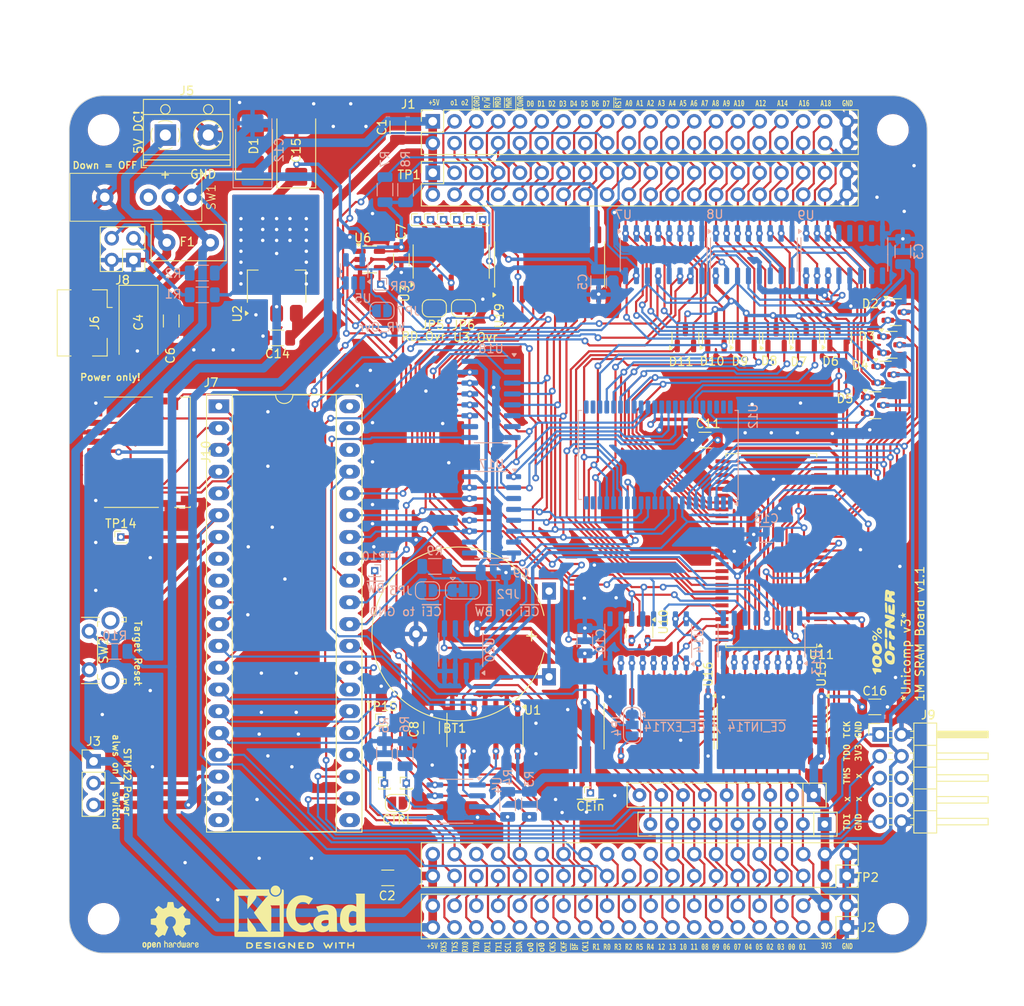
<source format=kicad_pcb>
(kicad_pcb (version 20240108) (generator "pcbnew") (generator_version "8.0")
  (layers (0 "F.Cu" signal) (31 "B.Cu" signal) (34 "B.Paste" user) (35 "F.Paste" user) (36 "B.SilkS" user "B.Silkscreen") (37 "F.SilkS" user "F.Silkscreen") (38 "B.Mask" user) (39 "F.Mask" user) (44 "Edge.Cuts" user))
  (net 0 "")
  (net 1 "/~{RST}")
  (net 2 "GND")
  (net 3 "/D7")
  (net 4 "/D6")
  (net 5 "/D5")
  (net 6 "/D4")
  (net 7 "/D3")
  (net 8 "/D2")
  (net 9 "/D1")
  (net 10 "/D0")
  (net 11 "+5V")
  (net 12 "/A15")
  (net 13 "/A14")
  (net 14 "/A13")
  (net 15 "/A12")
  (net 16 "/A11")
  (net 17 "/A10")
  (net 18 "/A9")
  (net 19 "/A8")
  (net 20 "/A7")
  (net 21 "/A6")
  (net 22 "/A5")
  (net 23 "/A4")
  (net 24 "/A3")
  (net 25 "/A2")
  (net 26 "/A1")
  (net 27 "/A0")
  (net 28 "+3V3")
  (net 29 "/CLKF")
  (net 30 "/CLKS")
  (net 31 "/~{IOWR}")
  (net 32 "/~{MWR}")
  (net 33 "/~{MRD}")
  (net 34 "/R{slash}~{W}_e")
  (net 35 "/~{IORD}")
  (net 36 "/PHI2_e")
  (net 37 "/PHI1_e")
  (net 38 "/~{PH0}")
  (net 39 "/PH0")
  (net 40 "/TX1")
  (net 41 "/RES3")
  (net 42 "/RES5")
  (net 43 "/RXSTM")
  (net 44 "/RX1")
  (net 45 "/RX0")
  (net 46 "/A16")
  (net 47 "/A17")
  (net 48 "/A18")
  (net 49 "/A19")
  (net 50 "/CD7")
  (net 51 "/CD6")
  (net 52 "/CD5")
  (net 53 "/CD4")
  (net 54 "/CD3")
  (net 55 "/CD2")
  (net 56 "/CD1")
  (net 57 "/CD0")
  (net 58 "VCCQ")
  (net 59 "/~{MRC}")
  (net 60 "/CPC")
  (net 61 "/CPR")
  (net 62 "/~{CNTOE}")
  (net 63 "/~{TRST}")
  (net 64 "/~{PLD}")
  (net 65 "/uA12")
  (net 66 "/uA11")
  (net 67 "/CLK1")
  (net 68 "Net-(J5-Pin_1)")
  (net 69 "/SCL")
  (net 70 "/~{BUSFREE}")
  (net 71 "/VB")
  (net 72 "/~{STMRST}")
  (net 73 "/~{DATOE}")
  (net 74 "/~{CE_EXT10}")
  (net 75 "/~{CE_EXT4}")
  (net 76 "/~{CE_EXT11}")
  (net 77 "/~{CE_EXT0}")
  (net 78 "/~{CE_EXT13}")
  (net 79 "/~{CE_EXT12}")
  (net 80 "/uMISO")
  (net 81 "/~{CE_EXT1}")
  (net 82 "/~{CE_EXT7}")
  (net 83 "/~{CE_EXT3}")
  (net 84 "/~{CE_EXT2}")
  (net 85 "/~{CE_EXT5}")
  (net 86 "/~{CE_EXT8}")
  (net 87 "/~{CE_EXT6}")
  (net 88 "/~{CE_EXT9}")
  (net 89 "/~{CE_EXT15}")
  (net 90 "/~{CE_EXT14}")
  (net 91 "/SDA")
  (net 92 "/CLKS#")
  (net 93 "/CLKF#")
  (net 94 "/~{CE_INT10}")
  (net 95 "/~{CE_INT14}")
  (net 96 "/~{CE_INT0}")
  (net 97 "/~{CE_INT13}")
  (net 98 "/~{CE_INT4}")
  (net 99 "/~{CE_INT2}")
  (net 100 "/~{CERAMWR}")
  (net 101 "/~{CE_INT1}")
  (net 102 "/~{CE_INT5}")
  (net 103 "/~{CE_INT12}")
  (net 104 "/~{CE_INT7}")
  (net 105 "/~{CE_INT6}")
  (net 106 "/~{CE_INT15}")
  (net 107 "/~{CE_INT9}")
  (net 108 "/~{CE_INT11}")
  (net 109 "/~{CE_INT3}")
  (net 110 "/~{CE_INT8}")
  (net 111 "/~{CE_EXT_EN}")
  (net 112 "/~{MRAMWR}")
  (net 114 "+5VA")
  (net 115 "/uMOSI")
  (net 116 "/uSCK")
  (net 120 "Net-(TP12-Pad1)")
  (net 121 "Net-(TP3-Pad1)")
  (net 122 "Net-(TP4-Pad1)")
  (net 123 "Net-(TP5-Pad1)")
  (net 124 "Net-(TP6-Pad1)")
  (net 132 "Net-(J8-Pin_3)")
  (net 133 "Net-(J8-Pin_4)")
  (net 134 "Net-(TP13-Pad1)")
  (net 135 "Net-(JP5-A)")
  (net 136 "Net-(JP6-A)")
  (net 137 "Net-(JP6-B)")
  (net 139 "Net-(U7-~{RCO})")
  (net 140 "Net-(U8-~{RCO})")
  (net 158 "Net-(U13-QH')")
  (net 163 "/TXSTM")
  (net 164 "/RES1")
  (net 165 "Net-(JP1-A)")
  (net 166 "/CLK1#")
  (net 167 "/~{STM32BUS}")
  (net 168 "/RES2")
  (net 169 "/TX0")
  (net 170 "/RES4")
  (net 171 "/TMS")
  (net 172 "/TDO")
  (net 173 "/TDI")
  (net 174 "/TCK")
  (net 175 "/~{uSCK}")
  (net 176 "/~{RAMCE}")
  (net 177 "Net-(BT1-+)")
  (net 178 "/~{BW}")
  (net 179 "/~{EXTRST}")
  (net 180 "Net-(J3-C)")
  (net 181 "/~{CS_SD}")
  (net 182 "/MOSI_SD")
  (net 184 "/MISO_SD")
  (net 186 "/DET_SD")
  (net 187 "/SCK_SD")
  (net 188 "Net-(JP2-B)")
  (net 189 "Net-(JP2-A)")
  (net 190 "Net-(JP4-C)")
  (net 191 "Net-(JP1-B)")
  (net 192 "/CTRL")
  (footprint "Capacitor_SMD:C_1206_3216Metric" (layer "F.Cu") (at 87.122 141.224 180)
    (property "Reference" "C2")
    (property "Value" "100n")
  )
  (footprint "Jumper:SolderJumper-2_P1.3mm_Open_RoundedPad1.0x1.5mm" (layer "F.Cu") (at 88.25 132.5)
    (property "Reference" "JP1" (hide yes))
    (property "Value" "CTRL")
  )
  (footprint "Connector_PinHeader_1.00mm:PinHeader_1x01_P1.00mm_Vertical" (layer "F.Cu") (at 86.4 122.8)
    (property "Reference" "TP15")
    (property "Value" ".")
  )
  (footprint "Connector_PinHeader_2.54mm:PinHeader_2x02_P2.54mm_Vertical" (layer "F.Cu") (at 57.482 69.174995 180)
    (property "Reference" "J8")
    (property "Value" "Dual LED Socket")
  )
  (footprint "Connector_PinHeader_1.00mm:PinHeader_1x01_P1.00mm_Vertical" (layer "F.Cu") (at 89.281 130.175)
    (property "Reference" "TP9" (hide yes))
    (property "Value" ".")
  )
  (footprint "Connector_PinSocket_2.54mm:PinSocket_2x20_P2.54mm_Vertical" (layer "F.Cu") (at 92.367 53 90)
    (property "Reference" "J1")
    (property "Value" "BUS" (hide yes))
  )
  (footprint "Package_SO:SOIC-14_3.9x8.7mm_P1.27mm" (layer "F.Cu") (at 98.456 123.971995 -90)
    (property "Reference" "U1")
    (property "Value" "74LVC125")
  )
  (footprint "Package_DIP:DIP-40_W15.24mm_Socket_LongPads" (layer "F.Cu") (at 67.437 86.233)
    (property "Reference" "J7")
    (property "Value" "STM32F401")
  )
  (footprint "Capacitor_Tantalum_SMD:CP_EIA-7343-31_Kemet-D" (layer "F.Cu") (at 76.46 56.353995 90)
    (property "Reference" "C15")
    (property "Value" "33u/16")
  )
  (footprint "Connector_PinHeader_1.00mm:PinHeader_1x01_P1.00mm_Vertical" (layer "F.Cu") (at 95.154 64.470995)
    (property "Reference" "TP12" (hide yes))
    (property "Value" ".")
  )
  (footprint "Package_TO_SOT_SMD:SOT-23" (layer "F.Cu") (at 135.89 78.232 90)
    (property "Reference" "D7")
    (property "Value" "BAV70")
  )
  (footprint "Connector_USB:USB_Micro-B_Amphenol_10104110_Horizontal" (layer "F.Cu") (at 52.76 76.505995 -90)
    (property "Reference" "J6")
    (property "Value" "USB_B_Micro")
  )
  (footprint "Package_TO_SOT_SMD:SOT-23-5" (layer "F.Cu") (at 85.0225 69.103995)
    (property "Reference" "U6")
    (property "Value" "74AHC1G14" (hide yes))
  )
  (footprint "Connector_PinSocket_2.54mm:PinSocket_2x20_P2.54mm_Vertical" (layer "F.Cu") (at 140.627 141 -90)
    (property "Reference" "TP2")
    (property "Value" "Spare" (hide yes))
  )
  (footprint "TerminalBlock_RND:TerminalBlock_RND_205-00012_1x02_P5.00mm_Horizontal" (layer "F.Cu") (at 61.2 54.6)
    (property "Reference" "J5")
    (property "Value" "Screw_Terminal_01x02")
  )
  (footprint "Symbol:KiCad-Logo2_6mm_SilkScreen" (layer "F.Cu") (at 76.9 145.1)
    (property "Reference" "H5" (hide yes))
    (property "Value" "Logo kicad" (hide yes))
  )
  (footprint "Package_TO_SOT_SMD:SOT-23" (layer "F.Cu") (at 145.8445 79.06)
    (property "Reference" "D3")
    (property "Value" "BAV70")
  )
  (footprint "Resistor_THT:R_Array_SIP9" (layer "F.Cu") (at 138.049 134.955995 180)
    (property "Reference" "RN4" (hide yes))
    (property "Value" "1k" (hide yes))
  )
  (footprint "Connector_PinHeader_2.54mm:PinHeader_1x03_P2.54mm_Vertical" (layer "F.Cu") (at 52.832 127.635)
    (property "Reference" "J3")
    (property "Value" "VSEL")
  )
  (footprint "Capacitor_SMD:C_1206_3216Metric" (layer "F.Cu") (at 74.268 78.253995 180)
    (property "Reference" "C14")
    (property "Value" "100n")
  )
  (footprint "my_own:Logo_100ProzentOffner_10x2.7mm" (layer "F.Cu") (at 144.9 112.6 90)
    (property "Reference" "H7" (hide yes))
    (property "Value" "Logo 100%" (hide yes))
  )
  (footprint "Jumper:SolderJumper-2_P1.3mm_Open_RoundedPad1.0x1.5mm" (layer "F.Cu") (at 92.55 74.8 180)
    (property "Reference" "JP5")
    (property "Value" "RD_Ovr")
  )
  (footprint "Connector_PinHeader_1.00mm:PinHeader_1x01_P1.00mm_Vertical" (layer "F.Cu") (at 98.202 64.470995)
    (property "Reference" "TP3" (hide yes))
    (property "Value" ".")
  )
  (footprint "Connector_PinHeader_1.00mm:PinHeader_1x01_P1.00mm_Vertical" (layer "F.Cu") (at 86.741 130.175)
    (property "Reference" "TP8" (hide yes))
    (property "Value" ".")
  )
  (footprint "Resistor_THT:R_Array_SIP9" (layer "F.Cu") (at 136.779 131.572 180)
    (property "Reference" "RN3" (hide yes))
    (property "Value" "1k" (hide yes))
  )
  (footprint "Package_SO:SOIC-14_3.9x8.7mm_P1.27mm" (layer "F.Cu") (at 94.519 69.347795 90)
    (property "Reference" "U3")
    (property "Value" "74LVC08AD")
  )
  (footprint "Package_TO_SOT_SMD:SOT-23" (layer "F.Cu") (at 128.8796 78.232 90)
    (property "Reference" "D9")
    (property "Value" "BAV70")
  )
  (footprint "Package_TO_SOT_SMD:SOT-23-5" (layer "F.Cu") (at 116.459 112.408495 -90)
    (property "Reference" "U10")
    (property "Value" "74AHC1G14" (hide yes))
  )
  (footprint "Capacitor_SMD:C_1206_3216Metric" (layer "F.Cu") (at 61.88 76.281995 -90)
    (property "Reference" "C6")
    (property "Value" "100n")
  )
  (footprint "Package_TO_SOT_SMD:SOT-223-3_TabPin2" (layer "F.Cu") (at 74.168 72.253995 90)
    (property "Reference" "U2")
    (property "Value" "AZ1117-3.3")
  )
  (footprint "Connector_PinHeader_1.00mm:PinHeader_1x01_P1.00mm_Vertical" (layer "F.Cu") (at 93.63 64.470995)
    (property "Reference" "TP6" (hide yes))
    (property "Value" ".")
  )
  (footprint "Button_Switch_THT:SW_Tactile_SPST_Angled_PTS645Vx31-2LFS" (layer "F.Cu") (at 52.3215 116.956 90)
    (property "Reference" "SW2")
    (property "Value" "SW_Push")
  )
  (footprint "Connector_PinHeader_1.00mm:PinHeader_1x01_P1.00mm_Vertical" (layer "F.Cu") (at 96.676 64.470995)
    (property "Reference" "TP13" (hide yes))
    (property "Value" ".")
  )
  (footprint "Connector_PinSocket_2.54mm:PinSocket_2x20_P2.54mm_Vertical" (layer "F.Cu") (at 140.627 147 -90)
    (property "Reference" "J2")
    (property "Value" "BUS" (hide yes))
  )
  (footprint "Package_TO_SOT_SMD:SOT-23" (layer "F.Cu") (at 132.3848 78.2828 90)
    (property "Reference" "D8")
    (property "Value" "BAV70")
  )
  (footprint "Connector_PinHeader_2.54mm:PinHeader_2x05_P2.54mm_Horizontal" (layer "F.Cu") (at 144.46 124.5)
    (property "Reference" "J9")
    (property "Value" "JTAG")
  )
  (footprint "Connector_Card:microSD_HC_Hirose_DM3D-SF" (layer "F.Cu") (at 58.319 91.587 -90)
    (property "Reference" "J10")
    (property "Value" "Micro_SD_Card_Det2")
  )
  (footprint "Package_TO_SOT_SMD:SOT-23" (layer "F.Cu") (at 145.1587 82.5348)
    (property "Reference" "D4")
    (property "Value" "BAV70")
  )
  (footprint "Package_TO_SOT_SMD:SOT-23" (layer "F.Cu") (at 139.5984 78.2043 90)
    (property "Reference" "D6")
    (property "Value" "BAV70")
  )
  (footprint "Connector_PinHeader_1.00mm:PinHeader_1x01_P1.00mm_Vertical" (layer "F.Cu") (at 110.744 131.318)
    (property "Reference" "TP11" (hide yes))
    (property "Value" "~{CEin}")
  )
  (footprint "Package_SO:SO-20_5.3x12.6mm_P1.27mm" (layer "F.Cu") (at 118.745 123.550995 -90)
    (property "Reference" "U16")
    (property "Value" "SN74LVC245ANSR")
  )
  (footprint "MountingHole:MountingHole_3.2mm_M3" (layer "F.Cu") (at 146 54)
    (property "Reference" "H3" (hide yes))
    (property "Value" "MountingHole" (hide yes))
  )
  (footprint "Connector_PinHeader_1.00mm:PinHeader_1x01_P1.00mm_Vertical" (layer "F.Cu") (at 90.582 64.470995)
    (property "Reference" "TP4" (hide yes))
    (property "Value" ".")
  )
  (footprint "Symbol:OSHW-Logo2_7.3x6mm_SilkScreen" (layer "F.Cu") (at 61.8 146.8)
    (property "Reference" "H6" (hide yes))
    (property "Value" "Logo Open Source Hardware" (hide yes))
  )
  (footprint "Connector_PinHeader_1.00mm:PinHeader_1x01_P1.00mm_Vertical" (layer "F.Cu") (at 56.007 101.473)
    (property "Reference" "TP14")
    (property "Value" ".")
  )
  (footprint "Capacitor_SMD:C_1206_3216Metric" (layer "F.Cu") (at 124.11 90.17 180)
    (property "Reference" "C11")
    (property "Value" "100n" (hide yes))
  )
  (footprint "Capacitor_Tantalum_SMD:CP_EIA-7343-31_Kemet-D" (layer "F.Cu") (at 58.07 76.535995 -90)
    (property "Reference" "C4")
    (property "Value" "33u/16")
  )
  (footprint "Package_SO:TSOP-II-54_22.2x10.16mm_P0.8mm" (layer "F.Cu") (at 131.826 103.049495 180)
    (property "Reference" "U11")
    (property "Value" "IS61WV102416FBLL1T2")
  )
  (footprint "my_own:Battery_CR2032_Horizontal_ThreeHoles" (layer "F.Cu") (at 105.918 112.776 180)
    (property "Reference" "BT1")
    (property "Value" "CR2032")
  )
  (footprint "my_own:ToggleSwitch_CTS_033TBVS" (layer "F.Cu") (at 64.3 61.853995)
    (property "Reference" "SW1")
    (property "Value" "033TBVSA")
  )
  (footprint "Connector_PinSocket_2.54mm:PinSocket_2x20_P2.54mm_Vertical" (layer "F.Cu") (at 92.367 59 90)
    (property "Reference" "TP1")
    (property "Value" "Spare" (hide yes))
  )
  (footprint "Package_SO:SO-20_5.3x12.6mm_P1.27mm" (layer "F.Cu") (at 105.985 69.691495 90)
    (property "Reference" "U19")
    (property "Value" "SN74LVC245ANSR")
  )
  (footprint "Package_TO_SOT_SMD:SOT-23" (layer "F.Cu") (at 125.3744 78.232 90)
    (property "Reference" "D10")
    (property "Value" "BAV70")
  )
  (footprint "Capacitor_SMD:C_1206_3216Metric" (layer "F.Cu") (at 143.891 121.285)
    (property "Reference" "C16")
    (property "Value" "100n")
  )
  (footprint "MountingHole:MountingHole_3.2mm_M3" (layer "F.Cu") (at 54 54)
    (property "Reference" "H1" (hide yes))
    (property "Value" "MountingHole" (hide yes))
  )
  (footprint "Capacitor_SMD:C_1206_3216Metric" (layer "F.Cu") (at 88.296 53.675995 90)
    (property "Reference" "C1")
    (property "Value" "100n" (hide yes))
  )
  (footprint "MountingHole:MountingHole_3.2mm_M3" (layer "F.Cu") (at 54 146)
    (property "Reference" "H2" (hide yes))
    (property "Value" "MountingHole" (hide yes))
  )
  (footprint "Package_TO_SOT_SMD:SOT-23" (layer "F.Cu") (at 121.8184 78.2551 90)
    (property "Reference" "D11")
    (property "Value" "BAV70")
  )
  (footprint "Capacitor_SMD:C_1206_3216Metric" (layer "F.Cu") (at 92.233 123.701995 90)
    (property "Reference" "C8")
    (property "Value" "100n")
  )
  (footprint "Fuse:Fuse_Littelfuse_395Series" (layer "F.Cu") (at 61.372 67.137995)
    (property "Reference" "F1")
    (property "Value" "Polyfuse")
  )
  (footprint "Package_SO:SO-20_5.3x12.6mm_P1.27mm" (layer "F.Cu") (at 131.953 123.550995 -90)
    (property "Reference" "U15")
    (property "Value" "SN74LVC245ANSR" (hide yes))
  )
  (footprint "Capacitor_SMD:C_1206_3216Metric" (layer "F.Cu") (at 88.7024 69.144595 -90)
    (property "Reference" "C7")
    (property "Value" "100n" (hide yes))
  )
  (footprint "Package_TO_SOT_SMD:SOT-23" (layer "F.Cu") (at 143.9441 86.106)
    (property "Reference" "D5")
    (property "Value" "BAV70")
  )
  (footprint "Connector_PinHeader_1.00mm:PinHeader_1x01_P1.00mm_Vertical" (layer "F.Cu") (at 92.106 64.470995)
    (property "Reference" "TP5" (hide yes))
    (property "Value" ".")
  )
  (footprint "Package_TO_SOT_SMD:SOT-23" (layer "F.Cu") (at 146.3525 75.25)
    (property "Reference" "D2")
    (property "Value" "BAV70")
  )
  (footprint "Diode_SMD:D_SMB" (layer "F.Cu") (at 71.532 56.097995 90)
    (property "Reference" "D1")
    (property "Value" "UM1S")
  )
  (footprint "MountingHole:MountingHole_3.2mm_M3" (layer "F.Cu") (at 146 146)
    (property "Reference" "H4" (hide yes))
    (property "Value" "MountingHole" (hide yes))
  )
  (footprint "Jumper:SolderJumper-2_P1.3mm_Open_RoundedPad1.0x1.5mm" (layer "F.Cu") (at 95.95 74.8 180)
    (property "Reference" "JP6")
    (property "Value" "U3_Ovr")
  )
  (footprint "Package_SO:SOIC-8_3.9x4.9mm_P1.27mm" (layer "B.Cu") (at 95.635 114.625 90)
    (property "Reference" "U20")
    (property "Value" "DS1314")
  )
  (footprint "Package_SO:SO-16_3.9x9.9mm_P1.27mm" (layer "B.Cu") (at 130.683 113.516495 90)
    (property "Reference" "U13")
    (property "Value" "74LVC595")
  )
  (footprint "Package_SO:SOIC-8_3.9x4.9mm_P1.27mm" (layer "B.Cu") (at 95.092 132.288995 180)
    (property "Reference" "U4")
    (property "Value" "DS1085")
  )
  (footprint "Capacitor_SMD:C_1206_3216Metric" (layer "B.Cu") (at 147.16 68.178995 90)
    (property "Reference" "C3")
    (property "Value" "100n" (hide yes))
  )
  (footprint "Capacitor_SMD:C_1206_3216Metric" (layer "B.Cu") (at 111.7 71.725 -90)
    (property "Reference" "C5")
    (property "Value" "100n")
  )
  (footprint "Resistor_SMD:R_1206_3216Metric" (layer "B.Cu") (at 103.632 132.6495 -90)
    (property "Reference" "R3")
    (property "Value" "1k")
  )
  (footprint "Package_SO:SO-16_3.9x9.9mm_P1.27mm" (layer "B.Cu") (at 117.475 113.586495 90)
    (property "Reference" "U14")
    (property "Value" "74LVC595")
  )
  (footprint "Package_SO:SO-16_3.9x9.9mm_P1.27mm" (layer "B.Cu") (at 99.218 98.887995 180)
    (property "Reference" "U17")
    (property "Value" "74LVC595")
  )
  (footprint "Connector_PinHeader_1.00mm:PinHeader_1x01_P1.00mm_Vertical" (layer "B.Cu") (at 86.3 72 180)
    (property "Reference" "TP7" (hide yes))
    (property "Value" "CPR")
  )
  (footprint "Jumper:SolderJumper-2_P1.3mm_Open_RoundedPad1.0x1.5mm" (layer "B.Cu") (at 91.75 107.7)
    (property "Reference" "JP3")
    (property "Value" "~{CEi} to GND")
  )
  (footprint "Package_TO_SOT_SMD:SOT-23-5_HandSoldering" (layer "B.Cu") (at 83.2 70.5 90)
    (property "Reference" "U5")
    (property "Value" "74LVC1G32")
  )
  (footprint "Capacitor_SMD:C_1206_3216Metric" (layer "B.Cu") (at 99.423 105.618995)
    (property "Reference" "C9")
    (property "Value" "100n")
  )
  (footprint "Package_SO:SOIC-16_3.9x9.9mm_P1.27mm" (layer "B.Cu") (at 119.283125 68.54147 -90)
    (property "Reference" "U7")
    (property "Value" "74HC590")
  )
  (footprint "Jumper:SolderJumper-3_P1.3mm_Bridged12_RoundedPad1.0x1.5mm" (layer "B.Cu") (at 115.6 123.4 -90)
    (property "Reference" "JP4")
    (property "Value" "~{CE_INT14} / ~{CE_EXT14}")
  )
  (footprint "Resistor_SMD:R_1206_3216Metric" (layer "B.Cu") (at 65.4975 73.233995 180)
    (property "Reference" "R1")
    (property "Value" "1k")
  )
  (footprint "Resistor_SMD:R_1206_3216Metric" (layer "B.Cu") (at 86.8 60.9625 90)
    (property "Reference" "R7")
    (property "Value" "1k")
  )
  (footprint "Package_SO:TSOP-II-44_10.16x18.41mm_P0.8mm" (layer "B.Cu") (at 118.649 91.902995 90)
    (property "Reference" "U12")
    (property "Value" "IS61WV10248EDBLL-10TL")
  )
  (footprint "Capacitor_SMD:C_1206_3216Metric" (layer "B.Cu") (at 131.2495 101.173995 180)
    (property "Reference" "C13")
    (property "Value" "100n")
  )
  (footprint "Jumper:SolderJumper-2_P1.3mm_Open_RoundedPad1.0x1.5mm" (layer "B.Cu") (at 86.45 75.1 180)
    (property "Reference" "JP7")
    (property "Value" "WR_Ovr")
  )
  (footprint "Resistor_SMD:R_1206_3216Metric" (layer "B.Cu") (at 89.154 126.7375 90)
    (property "Reference" "R6")
    (property "Value" "10k")
  )
  (footprint "Resistor_SMD:R_1206_3216Metric" (layer "B.Cu") (at 92.6 104.9 180)
    (property "Reference" "R9")
    (property "Value" "10k")
  )
  (footprint "Capacitor_Tantalum_SMD:CP_EIA-7343-31_Kemet-D" (layer "B.Cu") (at 71.36 56.341495 90)
    (property "Reference" "C12")
    (property "Value" "33u/16")
  )
  (footprint "Package_SO:SOIC-16_3.9x9.9mm_P1.27mm" (layer "B.Cu") (at 129.798725 68.54147 -90)
    (property "Reference" "U8")
    (property "Value" "74HC590")
  )
  (footprint "Resistor_SMD:R_1206_3216Metric" (layer "B.Cu") (at 55.3065 114.808 180)
    (property "Reference" "R10")
    (property "Value" "10k")
  )
  (footprint "Resistor_SMD:R_1206_3216Metric" (layer "B.Cu") (at 101.092 132.6495 -90)
    (property "Reference" "R4")
    (property "Value" "1k")
  )
  (footprint "Resistor_SMD:R_1206_3216Metric" (layer "B.Cu") (at 86.741 126.7375 90)
    (property "Reference" "R5")
    (property "Value" "10k")
  )
  (footprint "Resistor_SMD:R_1206_3216Metric" (layer "B.Cu") (at 89.2 60.9875 90)
    (property "Reference" "R8")
    (property "Value" "1k")
  )
  (footprint "Resistor_SMD:R_1206_3216Metric" (layer "B.Cu") (at 65.4975 70.693995 180)
    (property "Reference" "R2")
    (property "Value" "1k")
  )
  (footprint "Connector_PinHeader_1.00mm:PinHeader_1x01_P1.00mm_Vertical" (layer "B.Cu") (at 85.6 105.4 180)
    (property "Reference" "TP10")
    (property "Value" "~{BW}")
  )
  (footprint "Package_SO:SOIC-16_3.9x9.9mm_P1.27mm" (layer "B.Cu") (at 99.156 85.425995 180)
    (property "Reference" "U18")
    (property "Value" "74HC165")
  )
  (footprint "Capacitor_SMD:C_1206_3216Metric" (layer "B.Cu") (at 110.0895 113.570995 90)
    (property "Reference" "C10")
    (property "Value" "100n")
  )
  (footprint "Jumper:SolderJumper-3_P1.3mm_Bridged12_RoundedPad1.0x1.5mm" (layer "B.Cu") (at 95.9 107.7)
    (property "Reference" "JP2")
    (property "Value" "~{CEi} or ~{BW}")
  )
  (footprint "Package_SO:SOIC-16_3.9x9.9mm_P1.27mm" (layer "B.Cu") (at 140.339725 68.53027 -90)
    (property "Reference" "U9")
    (property "Value" "74HC590")
  )
  (gr_line (start 50 54) (end 50 146) (stroke (width 0.1)) (layer "Edge.Cuts"))
  (gr_arc (start 50 54) (mid 51.171571 51.17157) (end 54 50) (stroke (width 0.1)) (layer "Edge.Cuts"))
  (gr_arc (start 146 50) (mid 148.828425 51.171573) (end 150 54) (stroke (width 0.1)) (layer "Edge.Cuts"))
  (gr_arc (start 150 146) (mid 148.828425 148.828424) (end 146 149.999995) (stroke (width 0.1)) (layer "Edge.Cuts"))
  (gr_line (start 150 146) (end 150 54) (stroke (width 0.1)) (layer "Edge.Cuts"))
  (gr_line (start 146 50) (end 54 50) (stroke (width 0.1)) (layer "Edge.Cuts"))
  (gr_arc (start 54 150) (mid 51.171571 148.828427) (end 50 146) (stroke (width 0.1)) (layer "Edge.Cuts"))
  (gr_line (start 146 150) (end 54 150) (stroke (width 0.1)) (layer "Edge.Cuts"))
  (gr_text "Power only!" (at 51.181 83.312 0) (layer "F.SilkS") (effects (font (size 0.8 0.8)) (justify left bottom)))
  (gr_text "TXS" (at 95.4 149.9 90) (layer "F.SilkS") (effects (font (size 0.7 0.5) (thickness 0.1) (bold yes)) (justify left bottom)))
  (gr_text "CKF" (at 108.1 149.9 90) (layer "F.SilkS") (effects (font (size 0.7 0.5) (thickness 0.1) (bold yes)) (justify left bottom)))
  (gr_text "+5V   o1 o2" (at 91.8972 51.2572 0) (layer "F.SilkS") (effects (font (size 0.7 0.5) (thickness 0.1) (bold yes)) (justify left bottom)))
  (gr_text "TX0" (at 97.9 149.9 90) (layer "F.SilkS") (effects (font (size 0.7 0.5) (thickness 0.1) (bold yes)) (justify left bottom)))
  (gr_text "SCL" (at 101.6 149.9 90) (layer "F.SilkS") (effects (font (size 0.7 0.5) (thickness 0.1) (bold yes)) (justify left bottom)))
  (gr_text "3V3" (at 137.6172 149.606 0) (layer "F.SilkS") (effects (font (size 0.7 0.5) (thickness 0.1) (bold yes)) (justify left bottom)))
  (gr_text "R/~{W}" (at 99.1616 51.4604 90) (layer "F.SilkS") (effects (font (size 0.7 0.5) (thickness 0.1) (bold yes)) (justify left bottom)))
  (gr_text "~{BF}" (at 109.41174 149.658466 90) (layer "F.SilkS") (effects (font (size 0.7 0.5) (thickness 0.1) (bold yes)) (justify left bottom)))
  (gr_text "+   GND" (at 60.46 59.753995 0) (layer "F.SilkS") (effects (font (size 1 1)) (justify left bottom)))
  (gr_text "~{RST}" (at 114.4524 51.4604 90) (layer "F.SilkS") (effects (font (size 0.7 0.5) (thickness 0.1) (bold yes)) (justify left bottom)))
  (gr_text "~{o0}" (at 105.5 149.9 90) (layer "F.SilkS") (effects (font (size 0.7 0.7) (thickness 0.1) (bold yes)) (justify left bottom)))
  (gr_text "Down = OFF" (at 50.3 58.6 0) (layer "F.SilkS") (effects (font (size 0.8 0.8)) (justify left bottom)))
  (gr_text "~{IOWR}" (at 103.0224 51.7144 90) (layer "F.SilkS") (effects (font (size 0.7 0.5) (thickness 0.1) (bold yes)) (justify left bottom)))
  (gr_text "D0 D1 D2 D3 D4 D5 D6 D7" (at 103.3272 51.4096 0) (layer "F.SilkS") (effects (font (size 0.7 0.5) (thickness 0.1) (bold yes)) (justify left bottom)))
  (gr_text "STM32 Power\nalws on | switchd" (at 54.991 130.048 270) (layer "F.SilkS") (effects (font (size 0.8 0.8)) (justify bottom)))
  (gr_text "Target Reset" (at 57.531 111.125 -90) (layer "F.SilkS") (effects (font (size 0.8 0.8)) (justify left bottom)))
  (gr_text "*Unicomp v3*\n1M SRAM Board v1.1\n" (at 148.3416 120.753995 90) (layer "F.SilkS") (effects (font (size 1 1)) (justify left)))
  (gr_text "TDI  x  TMS TDO TCK\nGND  x   x  3V3 GND" (at 142.494 135.7376 90) (layer "F.SilkS") (effects (font (size 0.8 0.8) (thickness 0.1) (bold yes)) (justify left bottom)))
  (gr_text "RXS" (at 94.1 149.9 90) (layer "F.SilkS") (effects (font (size 0.7 0.5) (thickness 0.1) (bold yes)) (justify left bottom)))
  (gr_text "+5V" (at 91.694 149.606 0) (layer "F.SilkS") (effects (font (size 0.7 0.5) (thickness 0.1) (bold yes)) (justify left bottom)))
  (gr_text "5V DC!" (at 58.64 56.9 90) (layer "F.SilkS") (effects (font (size 1 1)) (justify left bottom)))
  (gr_text "SDA" (at 102.9 149.9 90) (layer "F.SilkS") (effects (font (size 0.7 0.5) (thickness 0.1) (bold yes)) (justify left bottom)))
  (gr_text "RX0" (at 96.6 149.9 90) (layer "F.SilkS") (effects (font (size 0.7 0.5) (thickness 0.1) (bold yes)) (justify left bottom)))
  (gr_text "~{MRD}\n" (at 100.4316 51.4096 90) (layer "F.SilkS") (effects (font (size 0.7 0.5) (thickness 0.1) (bold yes)) (justify left bottom)))
  (gr_text "RX1" (at 99.2 149.9 90) (layer "F.SilkS") (effects (font (size 0.7 0.5) (thickness 0.1) (bold yes)) (justify left bottom)))
  (gr_text "R1 R0 R3 R2 R5 R4" (at 110.998 149.733 0) (layer "F.SilkS") (effects (font (size 0.7 0.5) (thickness 0.1) (bold yes)) (justify left bottom)))
  (gr_text "o0" (at 104.2 149.9 90) (layer "F.SilkS") (effects (font (size 0.7 0.7) (thickness 0.1) (bold yes)) (justify left bottom)))
  (gr_text "~{MWR}" (at 101.7016 51.4604 90) (layer "F.SilkS") (effects (font (size 0.7 0.5) (thickness 0.1) (bold yes)) (justify left bottom)))
  (gr_text "~{IORD}" (at 97.9424 51.7144 90) (layer "F.SilkS") (effects (font (size 0.7 0.5) (thickness 0.1) (bold yes)) (justify left bottom)))
  (gr_text "12 13 10 11 08 09 06 07 04 05 02 03 00 01" (at 118.618 149.733 0) (layer "F.SilkS") (effects (font (size 0.7 0.5) (thickness 0.1) (bold yes)) (justify left bottom)))
  (gr_text "CKS" (at 106.8 149.9 90) (layer "F.SilkS") (effects (font (size 0.7 0.5) (thickness 0.1) (bold yes)) (justify left bottom)))
  (gr_text "TX1" (at 100.5 149.9 90) (layer "F.SilkS") (effects (font (size 0.7 0.5) (thickness 0.1) (bold yes)) (justify left bottom)))
  (gr_text "CK1" (at 110.617 149.86 90) (layer "F.SilkS") (effects (font (size 0.7 0.5) (thickness 0.1) (bold yes)) (justify left bottom)))
  (gr_text "A0 A1 A2 A3 A4 A5 A6 A7 A8 A9 A10   A12   A14   A16   A18   GND\n" (at 114.808 51.3588 0) (layer "F.SilkS") (effects (font (size 0.7 0.5) (thickness 0.1) (bold yes)) (justify left bottom)))
  (gr_text "GND" (at 140.0556 149.6568 0) (layer "F.SilkS") (effects (font (size 0.7 0.5) (thickness 0.1) (bold yes)) (justify left bottom)))
  (segment (start 81.914998 74.294998) (end 88.138 80.518) (width 0.25) (layer "F.Cu") (net 1))
  (segment (start 112.68 61.497) (end 113.93 60.247) (width 0.25) (layer "F.Cu") (net 1))
  (segment (start 89.2556 81.6864) (end 89.2556 86.614) (width 0.25) (layer "F.Cu") (net 1))
  (segment (start 88.138 80.5688) (end 89.2556 81.6864) (width 0.25) (layer "F.Cu") (net 1))
  (segment (start 88.138 80.518) (end 88.138 80.5688) (width 0.25) (layer "F.Cu") (net 1))
  (segment (start 113.93 60.247) (end 113.93 57.8976) (width 0.25) (layer "F.Cu") (net 1))
  (segment (start 90.5764 93.320996) (end 88.138 95.759396) (width 0.25) (layer "F.Cu") (net 1))
  (segment (start 90.886995 123.525995) (end 99.091 123.525995) (width 0.25) (layer "F.Cu") (net 1))
  (segment (start 89.281 121.92) (end 90.886995 123.525995) (width 0.25) (layer "F.Cu") (net 1))
  (segment (start 99.726 122.890995) (end 99.726 121.496995) (width 0.25) (layer "F.Cu") (net 1))
  (segment (start 88.138 113.792) (end 89.281 114.935) (width 0.25) (layer "F.Cu") (net 1))
  (segment (start 89.2556 86.614) (end 90.5764 87.9348) (width 0.25) (layer "F.Cu") (net 1))
  (segment (start 89.281 114.935) (end 89.281 121.92) (width 0.25) (layer "F.Cu") (net 1))
  (segment (start 113.93 57.8976) (end 112.68 56.6476) (width 0.25) (layer "F.Cu") (net 1))
  (segment (start 90.5764 87.9348) (end 90.5764 93.320996) (width 0.25) (layer "F.Cu") (net 1))
  (segment (start 81.914998 65.085002) (end 81.914998 74.294998) (width 0.25) (layer "F.Cu") (net 1))
  (segment (start 88.138 95.759396) (end 88.138 113.792) (width 0.25) (layer "F.Cu") (net 1))
  (segment (start 112.68 56.6476) (end 112.68 55.497) (width 0.25) (layer "F.Cu") (net 1))
  (segment (start 82.7 64.3) (end 81.914998 65.085002) (width 0.25) (layer "F.Cu") (net 1))
  (segment (start 99.091 123.525995) (end 99.726 122.890995) (width 0.25) (layer "F.Cu") (net 1))
  (via (at 82.7 64.3) (size 0.8) (drill 0.4) (layers "F.Cu" "B.Cu") (net 1))
  (segment (start 82.7 58.7) (end 82.7 64.3) (width 0.25) (layer "B.Cu") (net 1))
  (segment (start 112.687 55.54) (end 111.512 54.365) (width 0.25) (layer "B.Cu") (net 1))
  (segment (start 87.035 54.365) (end 82.7 58.7) (width 0.25) (layer "B.Cu") (net 1))
  (segment (start 111.512 54.365) (end 87.035 54.365) (width 0.25) (layer "B.Cu") (net 1))
  (segment (start 70.879995 54.6) (end 71.532 53.947995) (width 1) (layer "F.Cu") (net 2))
  (segment (start 62.8 51.2) (end 59.2 51.2) (width 1) (layer "F.Cu") (net 2))
  (segment (start 122.635 90.17) (end 121.446995 88.981995) (width 0.4) (layer "F.Cu") (net 2))
  (segment (start 70.104 135.128) (end 67.983003 137.248997) (width 0.4) (layer "F.Cu") (net 2))
  (segment (start 88.5246 148.824395) (end 88.169 149.179995) (width 0.4) (layer "F.Cu") (net 2))
  (segment (start 136.571 104.649495) (end 136.017 105.203495) (width 0.25) (layer "F.Cu") (net 2))
  (segment (start 139.319001 74.549001) (end 138.049 73.279) (width 0.25) (layer "F.Cu") (net 2))
  (segment (start 122.635 93.679) (end 122.635 90.170006) (width 0.25) (layer "F.Cu") (net 2))
  (segment (start 51.61 77.805995) (end 51.46 77.655995) (width 0.4) (layer "F.Cu") (net 2))
  (segment (start 50.683 85.862) (end 50.546 85.725) (width 0.4) (layer "F.Cu") (net 2))
  (segment (start 136.091 110.249495) (end 137.576 110.249495) (width 0.25) (layer "F.Cu") (net 2))
  (segment (start 64.516 79.648495) (end 58.07 79.648495) (width 1) (layer "F.Cu") (net 2))
  (segment (start 87.649 51.553995) (end 76.76 51.553995) (width 1) (layer "F.Cu") (net 2))
  (segment (start 122.635 93.563495) (end 122.635 90.17) (width 0.4) (layer "F.Cu") (net 2))
  (segment (start 100.898 105.618995) (end 93.740995 112.776) (width 0.4) (layer "F.Cu") (net 2))
  (segment (start 85.647 141.224) (end 85.647 148.622995) (width 1) (layer "F.Cu") (net 2))
  (segment (start 136.571 93.449495) (end 133.933248 96.087248) (width 0.25) (layer "F.Cu") (net 2))
  (segment (start 52.743003 137.248997) (end 64.674 149.179995) (width 1) (layer "F.Cu") (net 2))
  (segment (start 72.580502 78.041498) (end 72.580503 78.041498) (width 1) (layer "F.Cu") (net 2))
  (segment (start 83 66.5) (end 85.344 64.156) (width 0.25) (layer "F.Cu") (net 2))
  (segment (start 85.344 64.156) (end 85.344 63.754) (width 0.25) (layer "F.Cu") (net 2))
  (segment (start 76.76 51.553995) (end 71.532 51.553995) (width 1) (layer "F.Cu") (net 2))
  (segment (start 89.443 51.053995) (end 138.716995 51.053995) (width 1) (layer "F.Cu") (net 2))
  (segment (start 98.456 121.496995) (end 98.456 122.674995) (width 0.25) (layer "F.Cu") (net 2))
  (segment (start 127.770549 103.137495) (end 128.791 104.157946) (width 0.25) (layer "F.Cu") (net 2))
  (segment (start 113.442 71.412005) (end 111.7 73.154005) (width 0.4) (layer "F.Cu") (net 2))
  (segment (start 98.202 73.741995) (end 98.202 75.153) (width 0.4) (layer "F.Cu") (net 2))
  (segment (start 98.113 123.017995) (end 95.192001 123.017995) (width 0.25) (layer "F.Cu") (net 2))
  (segment (start 119.1768 84.9884) (end 124.446398 84.9884) (width 0.4) (layer "F.Cu") (net 2))
  (segment (start 136.017 110.175495) (end 136.091 110.249495) (width 0.25) (layer "F.Cu") (net 2))
  (segment (start 85.09 149.179995) (end 88.169 149.179995) (width 1) (layer "F.Cu") (net 2))
  (segment (start 126.164 103.137495) (end 126.076 103.049495) (width 0.25) (layer "F.Cu") (net 2))
  (segment (start 138.716995 51.053995) (end 140.62 52.957) (width 1) (layer "F.Cu") (net 2))
  (segment (start 57.937248 79.781247) (end 58.07 79.648495) (width 1) (layer "F.Cu") (net 2))
  (segment (start 113.03 115.036495) (end 110.0895 112.095995) (width 0.4) (layer "F.Cu") (net 2))
  (segment (start 128.791 110.939495) (end 127.081 112.649495) (width 0.25) (layer "F.Cu") (net 2))
  (segment (start 93.916 122.226995) (end 94.646 121.496995) (width 0.4) (layer "F.Cu") (net 2))
  (segment (start 60.694 85.612) (end 53.344 85.612) (width 0.4) (layer "F.Cu") (net 2))
  (segment (start 88.296 52.200995) (end 89.443 51.053995) (width 1) (layer "F.Cu") (net 2))
  (segment (start 52.3215 116.956) (end 50.546 118.7315) (width 0.4) (layer "F.Cu") (net 2))
  (segment (start 70.104 132.842) (end 70.104 135.128) (width 0.4) (layer "F.Cu") (net 2))
  (segment (start 99.218 119.588995) (end 98.456 120.350995) (width 0.25) (layer "F.Cu") (net 2))
  (segment (start 61.88 77.756995) (end 59.9615 77.756995) (width 1) (layer "F.Cu") (net 2))
  (segment (start 76.46 51.853995) (end 76.76 51.553995) (width 1) (layer "F.Cu") (net 2))
  (segment (start 50.546 85.725) (end 50.546 89.154) (width 1) (layer "F.Cu") (net 2))
  (segment (start 50.546 135.051995) (end 52.743003 137.248997) (width 1) (layer "F.Cu") (net 2))
  (segment (start 127.508 103.137495) (end 127.770549 103.137495) (width 0.25) (layer "F.Cu") (net 2))
  (segment (start 121.446989 88.981995) (end 122.635 90.170006) (width 0.25) (layer "F.Cu") (net 2))
  (segment (start 140.62 147.043) (end 138.483005 149.179995) (width 1) (layer "F.Cu") (net 2))
  (segment (start 113.538 63.627) (end 113.538 65.009995) (width 0.4) (layer "F.Cu") (net 2))
  (segment (start 105.618995 112.095995) (end 100.898 107.375) (width 0.4) (layer "F.Cu") (net 2))
  (segment (start 85.456995 69.088) (end 87.170805 69.088) (width 0.25) (layer "F.Cu") (net 2))
  (segment (start 127.508 103.137495) (end 126.164 103.137495) (width 0.25) (layer "F.Cu") (net 2))
  (segment (start 127.081 112.649495) (end 126.076 112.649495) (width 0.25) (layer "F.Cu") (net 2))
  (segment (start 123.137505 103.049495) (end 123.063 103.124) (width 0.25) (layer "F.Cu") (net 2))
  (segment (start 73.152 86.868) (end 72.793 86.509) (width 0.25) (layer "F.Cu") (net 2))
  (segment (start 95.192001 123.017995) (end 94.646 122.471994) (width 0.25) (layer "F.Cu") (net 2))
  (segment (start 98.456 122.674995) (end 98.113 123.017995) (width 0.25) (layer "F.Cu") (net 2))
  (segment (start 129.7745 98.563995) (end 129.7745 101.173995) (width 0.4) (layer "F.Cu") (net 2))
  (segment (start 71.755 75.565) (end 71.868 75.678) (width 1) (layer "F.Cu") (net 2))
  (segment (start 140.777 104.649495) (end 137.576 104.649495) (width 0.25) (layer "F.Cu") (net 2))
  (segment (start 61.344 97.562) (end 63.369 97.562) (width 0.4) (layer "F.Cu") (net 2))
  (segment (start 141.097001 74.608414) (end 141.097001 74.549001) (width 0.25) (layer "F.Cu") (net 2))
  (segment (start 58.07 79.648495) (end 56.2275 77.805995) (width 1) (layer "F.Cu") (net 2))
  (segment (start 126.076 95.849495) (end 127.06 95.849495) (width 0.4) (layer "F.Cu") (net 2))
  (segment (start 71.532 53.947995) (end 71.532 51.553995) (width 1) (layer "F.Cu") (net 2))
  (segment (start 57.937247 79.781248) (end 57.937247 79.781247) (width 1) (layer "F.Cu") (net 2))
  (segment (start 50.743 97.212) (end 50.546 97.409) (width 0.4) (layer "F.Cu") (net 2))
  (segment (start 71.868 75.452) (end 71.755 75.565) (width 1) (layer "F.Cu") (net 2))
  (segment (start 61.344 97.562) (end 61.342 97.564) (width 0.4) (layer "F.Cu") (net 2))
  (segment (start 145.6182 121.285) (end 147 122.6668) (width 0.4) (layer "F.Cu") (net 2))
  (segment (start 127.508 101.784495) (end 127.508 103.137495) (width 0.25) (layer "F.Cu") (net 2))
  (segment (start 50.546 89.154) (end 50.546 95.504) (width 1) (layer "F.Cu") (net 2))
  (segment (start 67.437 131.953) (end 69.215 131.953) (width 0.4) (layer "F.Cu") (net 2))
  (segment (start 98.202 73.741995) (end 98.202 71.949795) (width 0.4) (layer "F.Cu") (net 2))
  (segment (start 142.2205 102.951995) (end 142.2205 103.205995) (width 0.25) (layer "F.Cu") (net 2))
  (segment (start 100.996 120.096995) (end 100.488 119.588995) (width 0.25) (layer "F.Cu") (net 2))
  (segment (start 61.342 97.564) (end 53.446 97.564) (width 0.4) (layer "F.Cu") (net 2))
  (segment (start 87.170805 69.088) (end 88.7024 70.619595) (width 0.25) (layer "F.Cu") (net 2))
  (segment (start 116.6368 87.5284) (end 119.1768 84.9884) (width 0.4) (layer "F.Cu") (net 2))
  (segment (start 97.186 125.430995) (end 97.186 126.446995) (width 0.25) (layer "F.Cu") (net 2))
  (segment (start 147 122.6668) (end 147 124.5) (width 0.4) (layer "F.Cu") (net 2))
  (segment (start 52.969 89.262) (end 50.654 89.262) (width 0.4) (layer "F.Cu") (net 2))
  (segment (start 66.2 54.6) (end 62.8 51.2) (width 1) (layer "F.Cu") (net 2))
  (segment (start 140.62 139.400995) (end 140.62 138.503) (width 1) (layer "F.Cu") (net 2))
  (segment (start 53.446 97.564) (end 53.094 97.212) (width 0.4) (layer "F.Cu") (net 2))
  (segment (start 59.9615 77.756995) (end 58.07 79.648495) (width 1) (layer "F.Cu") (net 2))
  (segment (start 98.202 71.949795) (end 98.329 71.822795) (width 0.4) (layer "F.Cu") (net 2))
  (segment (start 67.983003 137.248997) (end 52.743003 137.248997) (width 0.4) (layer "F.Cu") (net 2))
  (segment (start 85.191 69.353995) (end 85.456995 69.088) (width 0.25) (layer "F.Cu") (net 2))
  (segment (start 126.076 95.849495) (end 124.921 95.849495) (width 0.4) (layer "F.Cu") (net 2))
  (segment (start 53.095 85.861) (end 53.094 85.862) (width 0.4) (layer "F.Cu") (net 2))
  (segment (start 71.868 75.403995) (end 71.868 75.452) (width 1) (layer "F.Cu") (net 2))
  (segment (start 126.076 101.449495) (end 127.173 101.449495) (width 0.25) (layer "F.Cu") (net 2))
  (segment (start 100.996 126.446995) (end 100.996 125.471996) (width 0.25) (layer "F.Cu") (net 2))
  (segment (start 97.545 125.071995) (end 97.186 125.430995) (width 0.25) (layer "F.Cu") (net 2))
  (segment (start 72.793 86.509) (end 72.793 78.253995) (width 0.25) (layer "F.Cu") (net 2))
  (segment (start 54.14 61.853995) (end 51.46 64.533995) (width 1) (layer "F.Cu") (net 2))
  (segment (start 100.595999 125.071995) (end 97.545 125.071995) (width 0.25) (layer "F.Cu") (net 2))
  (segment (start 50.654 89.262) (end 50.546 89.154) (width 0.4) (layer "F.Cu") (net 2))
  (segment (start 111.7 73.153995) (end 111.7 73.154005) (width 0.4) (layer "F.Cu") (net 2))
  (segment (start 140.627 138.46) (end 140.62 138.467) (width 0.4) (layer "F.Cu") (net 2))
  (segment (start 97.490995 82.250995) (end 96.681 82.250995) (width 0.4) (layer "F.Cu") (net 2))
  (segment (start 126.076 95.849495) (end 124.805495 95.849495) (width 0.25) (layer "F.Cu") (net 2))
  (segment (start 57.937247 79.781247) (end 57.937248 79.781247) (width 1) (layer "F.Cu") (net 2))
  (segment (start 63.369 97.562) (end 63.769 97.162) (width 0.4) (layer "F.Cu") (net 2))
  (segment (start 66.802 79.648495) (end 64.516 79.648495) (width 1) (layer "F.Cu") (net 2))
  (segment (start 51.963 69.174995) (end 51.46 69.677995) (width 0.4) (layer "F.Cu") (net 2))
  (segment (start 50.546 95.504) (end 50.546 97.409) (width 1) (layer "F.Cu") (net 2))
  (segment (start 72.580502 78.041497) (end 72.580502 78.041498) (width 1) (layer "F.Cu") (net 2))
  (segment (start 121.446995 88.981995) (end 118.775996 88.981995) (width 0.4) (layer "F.Cu") (net 2))
  (segment (start 53.094 85.862) (end 50.683 85.862) (width 0.4) (layer "F.Cu") (net 2))
  (segment (start 113.538 65.009995) (end 113.442 65.105995) (width 0.4) (layer "F.Cu") (net 2))
  (segment (start 127.173 101.449495) (end 127.508 101.784495) (width 0.25) (layer "F.Cu") (net 2))
  (segment (start 117.2972 89.662) (end 116.6368 89.0016) (width 0.4) (layer "F.Cu") (net 2))
  (segment (start 141.097001 74.549001) (end 139.319001 74.549001) (width 0.25) (layer "F.Cu") (net 2))
  (segment (start 117.8052 89.662) (end 117.2972 89.662) (width 0.4) (layer "F.Cu") (net 2))
  (segment (start 114.0265 112.095995) (end 110.0895 112.095995) (width 0.25) (layer "F.Cu") (net 2))
  (segment (start 93.740995 112.776) (end 90.418 112.776) (width 0.4) (layer "F.Cu") (net 2))
  (segment (start 50.546 118.7315) (end 50.546 118.999) (width 0.4) (layer "F.Cu") (net 2))
  (segment (start 99.268995 84.028995) (end 97.490995 82.250995) (width 0.4) (layer "F.Cu") (net 2))
  (segment (start 99.472 84.028995) (end 99.268995 84.028995) (width 0.4) (layer "F.Cu") (net 2))
  (segment (start 118.485205 88.981995) (end 117.8052 89.662) (width 0.4) (layer "F.Cu") (net 2))
  (segment (start 50.546 97.409) (end 50.546 118.999) (width 1) (layer "F.Cu") (net 2))
  (segment (start 53.086 97.212) (end 50.743 97.212) (width 0.4) (layer "F.Cu") (net 2))
  (segment (start 51.46 80.255995) (end 57.4625 80.255995) (width 1) (layer "F.Cu") (net 2))
  (segment (start 92.233 122.226995) (end 93.916 122.226995) (width 0.4) (layer "F.Cu") (net 2))
  (segment (start 113.03 120.088495) (end 113.03 115.036495) (width 0.4) (layer "F.Cu") (net 2))
  (segment (start 123.063 103.124) (end 123.063 103.849495) (width 0.25) (layer "F.Cu") (net 2))
  (segment (start 145.366 121.285) (end 145.6182 121.285) (width 0.4) (layer "F.Cu") (net 2))
  (segment (start 66.2 54.6) (end 70.879995 54.6) (width 1) (layer "F.Cu") (net 2))
  (segment (start 124.921 95.849495) (end 122.635 93.563495) (width 0.4) (layer "F.Cu") (net 2))
  (segment (start 90.418 112.776) (end 90.418 120.411995) (width 0.4) (layer "F.Cu") (net 2))
  (segment (start 50.546 118.999) (end 50.546 135.051995) (width 1) (layer "F.Cu") (net 2))
  (segment (start 57.482 69.174995) (end 51.963 69.174995) (width 0.4) (layer "F.Cu") (net 2))
  (segment (start 142.2205 103.205995) (end 140.777 104.649495) (width 0.25) (layer "F.Cu") (net 2))
  (segment (start 140.62 141.043) (end 140.62 147.043) (width 1) (layer "F.Cu") (net 2))
  (segment (start 91.567 81.788) (end 91.567 84.455) (width 0.4) (layer "F.Cu") (net 2))
  (segment (start 82.7 66.5) (end 83 66.5) (width 0.25) (layer "F.Cu") (net 2))
  (segment (start 53.094 97.212) (end 53.086 97.212) (width 0.4) (layer "F.Cu") (net 2))
  (segment (start 124.805495 95.849495) (end 122.635 93.679) (width 0.25) (layer "F.Cu") (net 2))
  (segment (start 71.868 75.678) (end 71.868 77.328995) (width 1) (layer "F.Cu") (net 2))
  (segment (start 54.31 77.805995) (end 51.61 77.805995) (width 0.4) (layer "F.Cu") (net 2))
  (segment (start 76.46 53.241495) (end 76.46 51.853995) (width 1) (layer "F.Cu") (net 2))
  (segment (start 59.2 51.2) (end 58.4 52) (width 1) (layer "F.Cu") (net 2))
  (segment (start 126.076 103.049495) (end 123.137505 103.049495) (width 0.25) (layer "F.Cu") (net 2))
  (segment (start 136.017 105.203495) (end 136.017 110.175495) (width 0.25) (layer "F.Cu") (net 2))
  (segment (start 57.4625 80.255995) (end 57.937247 79.781248) (width 1) (layer "F.Cu") (net 2))
  (segment (start 98.456 120.350995) (end 98.456 121.496995) (width 0.25) (layer "F.Cu") (net 2))
  (segment (start 50.546 81.169995) (end 50.546 85.725) (width 1) (layer "F.Cu") (net 2))
  (segment (start 53.344 85.612) (end 53.095 85.861) (width 0.4) (layer "F.Cu") (net 2))
  (segment (start 128.791 104.157946) (end 128.791 110.939495) (width 0.25) (layer "F.Cu") (net 2))
  (segment (start 100.488 119.588995) (end 99.218 119.588995) (width 0.25) (layer "F.Cu") (net 2))
  (segment (start 100.996 125.471996) (end 100.595999 125.071995) (width 0.25) (layer "F.Cu") (net 2))
  (segment (start 113.442 65.105995) (end 113.442 71.412005) (width 0.4) (layer "F.Cu") (net 2))
  (segment (start 72.793 78.253995) (end 71.3985 79.648495) (width 1) (layer "F.Cu") (net 2))
  (segment (start 71.3985 79.648495) (end 69.088 79.648495) (width 1) (layer "F.Cu") (net 2))
  (segment (start 98.202 75.153) (end 92.329 81.026) (width 0.4) (layer "F.Cu") (net 2))
  (segment (start 132.809748 97.210748) (end 132.809748 98.138748) (width 0.25) (layer "F.Cu") (net 2))
  (segment (start 69.088 79.648495) (end 66.802 79.648495) (width 1) (layer "F.Cu") (net 2))
  (segment (start 58.4 52) (end 58.4 57.593995) (width 1) (layer "F.Cu") (net 2))
  (segment (start 118.775996 88.981995) (end 121.446989 88.981995) (width 0.25) (layer "F.Cu") (net 2))
  (segment (start 90.709 149.179995) (end 88.169 149.179995) (width 1) (layer "F.Cu") (net 2))
  (segment (start 137.576 104.649495) (end 136.571 104.649495) (width 0.25) (layer "F.Cu") (net 2))
  (segment (start 90.418 120.411995) (end 92.233 122.226995) (width 0.4) (layer "F.Cu") (net 2))
  (segment (start 110.0895 112.095995) (end 105.618995 112.095995) (width 0.4) (layer "F.Cu") (net 2))
  (segment (start 92.329 81.026) (end 91.567 81.788) (width 0.4) (layer "F.Cu") (net 2))
  (segment (start 85.647 148.622995) (end 85.09 149.179995) (width 1) (layer "F.Cu") (net 2))
  (segment (start 51.46 64.533995) (end 51.46 69.677995) (width 1) (layer "F.Cu") (net 2))
  (segment (start 84.491 70.053995) (end 85.191 69.353995) (width 0.25) (layer "F.Cu") (net 2))
  (segment (start 71.868 77.328995) (end 72.580502 78.041497) (width 1) (layer "F.Cu") (net 2))
  (segment (start 115.509 111.270995) (end 114.8515 111.270995) (width 0.25) (layer "F.Cu") (net 2))
  (segment (start 116.6368 89.0016) (end 116.6368 87.5284) (width 0.4) (layer "F.Cu") (net 2))
  (segment (start 138.483005 149.179995) (end 90.709 149.179995) (width 1) (layer "F.Cu") (net 2))
  (segment (start 58.4 57.593995) (end 54.14 61.853995) (width 1) (layer "F.Cu") (net 2))
  (segment (start 51.46 80.255995) (end 50.546 81.169995) (width 1) (layer "F.Cu") (net 2))
  (segment (start 114.8515 111.270995) (end 114.0265 112.095995) (width 0.25) (layer "F.Cu") (net 2))
  (segment (start 64.674 149.179995) (end 85.09 149.179995) (width 1) (layer "F.Cu") (net 2))
  (segment (start 140.62 138.467) (end 140.62 139.400995) (width 0.4) (layer "F.Cu") (net 2))
  (segment (start 137.576 93.449495) (end 136.571 93.449495) (width 0.25) (layer "F.Cu") (net 2))
  (segment (start 83.885 70.053995) (end 84.491 70.053995) (width 0.25) (layer "F.Cu") (net 2))
  (segment (start 118.775996 88.981995) (end 118.485205 88.981995) (width 0.4) (layer "F.Cu") (net 2))
  (segment (start 72.580503 78.041498) (end 72.793 78.253995) (width 1) (layer "F.Cu") (net 2))
  (segment (start 94.646 122.471994) (end 94.646 121.496995) (width 0.25) (layer "F.Cu") (net 2))
  (segment (start 126.238 120.088495) (end 126.238 120.142) (width 0.4) (layer "F.Cu") (net 2))
  (segment (start 127.06 95.849495) (end 129.7745 98.563995) (width 0.4) (layer "F.Cu") (net 2))
  (segment (start 54.31 77.805995) (end 56.2275 77.805995) (width 0.4) (layer "F.Cu") (net 2))
  (segment (start 100.996 121.496995) (end 100.996 120.096995) (width 0.25) (layer "F.Cu") (net 2))
  (segment (start 140.62 141.043) (end 140.62 139.400995) (width 1) (layer "F.Cu") (net 2))
  (segment (start 51.46 69.677995) (end 51.46 80.255995) (width 1) (layer "F.Cu") (net 2))
  (segment (start 124.446398 84.9884) (end 128.778 89.320002) (width 0.4) (layer "F.Cu") (net 2))
  (segment (start 88.296 52.200995) (end 87.649 51.553995) (width 1) (layer "F.Cu") (net 2))
  (segment (start 69.215 131.953) (end 70.104 132.842) (width 0.4) (layer "F.Cu") (net 2))
  (segment (start 133.933248 96.087248) (end 132.809748 97.210748) (width 0.25) (layer "F.Cu") (net 2))
  (segment (start 123.063 103.849495) (end 126.076 103.849495) (width 0.25) (layer "F.Cu") (net 2))
  (segment (start 100.898 107.375) (end 100.898 105.618995) (width 0.4) (layer "F.Cu") (net 2))
  (via (at 147.32 63.5) (size 0.8) (drill 0.4) (layers "F.Cu" "B.Cu") (net 2))
  (via (at 72.136 124.46) (size 0.8) (drill 0.4) (layers "F.Cu" "B.Cu") (net 2))
  (via (at 138.938 89.408) (size 0.8) (drill 0.4) (layers "F.Cu" "B.Cu") (net 2))
  (via (at 71.882 132.08) (size 0.8) (drill 0.4) (layers "F.Cu" "B.Cu") (net 2))
  (via (at 78.486 50.953995) (size 0.8) (drill 0.4) (layers "F.Cu" "B.Cu") (net 2))
  (via (at 147.16 66.703995) (size 0.8) (drill 0.4) (layers "F.Cu" "B.Cu") (net 2))
  (via (at 59.436 119.38) (size 0.8) (drill 0.4) (layers "F.Cu" "B.Cu") (net 2))
  (via (at 96.681 82.250995) (size 0.8) (drill 0.4) (layers "F.Cu" "B.Cu") (net 2))
  (via (at 69.088 79.648495) (size 0.8) (drill 0.4) (layers "F.Cu" "B.Cu") (net 2))
  (via (at 80.772 53.594) (size 0.8) (drill 0.4) (layers "F.Cu" "B.Cu") (net 2))
  (via (at 53.086 97.212) (size 0.8) (drill 0.4) (layers "F.Cu" "B.Cu") (net 2))
  (via (at 57.937247 79.781247) (size 0.8) (drill 0.4) (layers "F.Cu" "B.Cu") (net 2))
  (via (at 97.186 126.446995) (size 0.8) (drill 0.4) (layers "F.Cu" "B.Cu") (net 2))
  (via (at 85.344 92.71) (size 0.8) (drill 0.4) (layers "F.Cu" "B.Cu") (net 2))
  (via (at 59.436 103.886) (size 0.8) (drill 0.4) (layers "F.Cu" "B.Cu") (net 2))
  (via (at 53.086 107.696) (size 0.8) (drill 0.4) (layers "F.Cu" "B.Cu") (net 2))
  (via (at 132.08 94.742) (size 0.8) (drill 0.4) (layers "F.Cu" "B.Cu") (net 2))
  (via (at 100.898 105.618995) (size 0.8) (drill 0.4) (layers "F.Cu" "B.Cu") (net 2))
  (via (at 85.344 63.754) (size 0.8) (drill 0.4) (layers "F.Cu" "B.Cu") (net 2))
  (via (at 94.234 92.8116) (size 0.8) (drill 0.4) (layers "F.Cu" "B.Cu") (net 2))
  (via (at 118.775996 88.981995) (size 0.8) (drill 0.4) (layers "F.Cu" "B.Cu") (net 2))
  (via (at 128.778 89.320002) (size 0.8) (drill 0.4) (layers "F.Cu" "B.Cu") (net 2))
  (via (at 72.136 138.938) (size 0.8) (drill 0.4) (layers "F.Cu" "B.Cu") (net 2))
  (via (at 82.804 50.953995) (size 0.8) (drill 0.4) (layers "F.Cu" "B.Cu") (net 2))
  (via (at 67.31 143.764) (size 0.8) (drill 0.4) (layers "F.Cu" "B.Cu") (net 2))
  (via (at 104.394 126.746) (size 0.8) (drill 0.4) (layers "F.Cu" "B.Cu") (net 2))
  (via (at 142.2205 102.951995) (size 0.8) (drill 0.4) (layers "F.Cu" "B.Cu") (net 2))
  (via (at 76.708 124.46) (size 0.8) (drill 0.4) (layers "F.Cu" "B.Cu") (net 2))
  (via (at 138.1252 81.4832) (size 0.8) (drill 0.4) (layers "F.Cu" "B.Cu") (net 2))
  (via (at 92.3036 128.0668) (size 0.8) (drill 0.4) (layers "F.Cu" "B.Cu") (net 2))
  (via (at 110.2868 133.5532) (size 0.8) (drill 0.4) (layers "F.Cu" "B.Cu") (net 2))
  (via (at 138.049 73.279) (size 0.8) (drill 0.4) (layers "F.Cu" "B.Cu") (net 2))
  (via (at 64.516 79.648495) (size 0.8) (drill 0.4) (layers "F.Cu" "B.Cu") (net 2))
  (via (at 88.7024 70.619595) (size 0.8) (drill 0.4) (layers "F.Cu" "B.Cu") (net 2))
  (via (at 106.68 132.08) (size 0.8) (drill 0.4) (layers "F.Cu" "B.Cu") (net 2))
  (via (at 85.344 97.6884) (size 0.8) (drill 0.4) (layers "F.Cu" "B.Cu") (net 2))
  (via (at 86.36 118.872) (size 0.8) (drill 0.4) (layers "F.Cu" "B.Cu") (net 2))
  (via (at 132.809748 98.138748) (size 0.8) (drill 0.4) (layers "F.Cu" "B.Cu") (net 2))
  (via (at 111.2012 104.7496) (size 0.8) (drill 0.4) (layers "F.Cu" "B.Cu") (net 2))
  (via (at 83.566 83.82) (size 0.8) (drill 0.4) (layers "F.Cu" "B.Cu") (net 2))
  (via (at 121.2596 125.1712) (size 0.8) (drill 0.4) (layers "F.Cu" "B.Cu") (net 2))
  (via (at 72.39 121.92) (size 0.8) (drill 0.4) (layers "F.Cu" "B.Cu") (net 2))
  (via (at 93.5228 88.2396) (size 0.8) (drill 0.4) (layers "F.Cu" "B.Cu") (net 2))
  (via (at 143.298545 88.970613) (size 0.8) (drill 0.4) (layers "F.Cu" "B.Cu") (net 2))
  (via (at 69.85 50.8) (size 0.8) (drill 0.4) (layers "F.Cu" "B.Cu") (net 2))
  (via (at 82.7 66.5) (size 0.8) (drill 0.4) (layers "F.Cu" "B.Cu") (net 2))
  (via (at 110.0895 112.095995) (size 0.8) (drill 0.4) (layers "F.Cu" "B.Cu") (net 2))
  (via (at 85.344 99.9236) (size 0.8) (drill 0.4) (layers "F.Cu" "B.Cu") (net 2))
  (via (at 122.635 90.170006) (size 0.8) (drill 0.4) (layers "F.Cu" "B.Cu") (net 2))
  (via (at 146.812 104.902) (size 0.8) (drill 0.4) (layers "F.Cu" "B.Cu") (net 2))
  (via (at 90.424 101.8032) (size 0.8) (drill 0.4) (layers "F.Cu" "B.Cu") (net 2))
  (via (at 73.152 127) (size 0.8) (drill 0.4) (layers "F.Cu" "B.Cu") (net 2))
  (via (at 113.7412 108.5596) (size 0.8) (drill 0.4) (layers "F.Cu" "B.Cu") (net 2))
  (via (at 53.848 122.174) (size 0.8) (drill 0.4) (layers "F.Cu" "B.Cu") (net 2))
  (via (at 85.344 88.138) (size 0.8) (drill 0.4) (layers "F.Cu" "B.Cu") (net 2))
  (via (at 85.4964 102.616) (size 0.8) (drill 0.4) (layers "F.Cu" "B.Cu") (net 2))
  (via (at 99.472 84.028995) (size 0.8) (drill 0.4) (layers "F.Cu" "B.Cu") (net 2))
  (via (at 134.874 89.320002) (size 0.8) (drill 0.4) (layers "F.Cu" "B.Cu") (net 2))
  (via (at 97.5868 134.1628) (size 0.8) (drill 0.4) (layers "F.Cu" "B.Cu") (net 2))
  (via (at 72.580502 78.041498) (size 0.8) (drill 0.4) (layers "F.Cu" "B.Cu") (net 2))
  (via (at 75.1332 106.3752) (size 0.8) (drill 0.4) (layers "F.Cu" "B.Cu") (net 2))
  (via (at 73.152 86.868) (size 0.8) (drill 0.4) (layers "F.Cu" "B.Cu") (net 2))
  (via (at 113.538 63.627) (size 0.8) (drill 0.4) (layers "F.Cu" "B.Cu") (net 2))
  (via (at 73.66 100.33) (size 0.8) (drill 0.4) (layers "F.Cu" "B.Cu") (net 2))
  (via (at 98.202 73.741995) (size 0.8) (drill 0.4) (layers "F.Cu" "B.Cu") (net 2))
  (via (at 113.03 120.088495) (size 0.8) (drill 0.4) (layers "F.Cu" "B.Cu") (net 2))
  (via (at 108.1 121.6) (size 0.8) (drill 0.4) (layers "F.Cu" "B.Cu") (net 2))
  (via (at 129.5908 86.0044) (size 0.8) (drill 0.4) (layers "F.Cu" "B.Cu") (net 2))
  (via (at 111.7 73.154005) (size 0.8) (drill 0.4) (layers "F.Cu" "B.Cu") (net 2))
  (via (at 72.39 117.348) (size 0.8) (drill 0.4) (layers "F.Cu" "B.Cu") (net 2))
  (via (at 107.442 133.604) (size 0.8) (drill 0.4) (layers "F.Cu" "B.Cu") (net 2))
  (via (at 104.394 123.19) (size 0.8) (drill 0.4) (layers "F.Cu" "B.Cu") (net 2))
  (via (at 84.582 53.594) (size 0.8) (drill 0.4) (layers "F.Cu" "B.Cu") (net 2))
  (via (at 92.233 122.226995) (size 0.8) (drill 0.4) (layers "F.Cu" "B.Cu") (net 2))
  (via (at 135.2296 85.852) (size 0.8) (drill 0.4) (layers "F.Cu" "B.Cu") (net 2))
  (via (at 71.755 75.565) (size 0.8) (drill 0.4) (layers "F.Cu" "B.Cu") (net 2))
  (via (at 146.304 117.856) (size 0.8) (drill 0.4) (layers "F.Cu" "B.Cu") (net 2))
  (via (at 53.095 85.861) (size 0.8) (drill 0.4) (layers "F.Cu" "B.Cu") (net 2))
  (via (at 76.454 121.92) (size 0.8) (drill 0.4) (layers "F.Cu" "B.Cu") (net 2))
  (via (at 66.802 79.648495) (size 0.8) (drill 0.4) (layers "F.Cu" "B.Cu") (net 2))
  (via (at 70.866 102.616) (size 0.8) (drill 0.4) (layers "F.Cu" "B.Cu") (net 2))
  (via (at 59.69 128.27) (size 0.8) (drill 0.4) (layers "F.Cu" "B.Cu") (net 2))
  (via (at 145.366 121.285) (size 0.8) (drill 0.4) (layers "F.Cu" "B.Cu") (net 2))
  (via (at 70.8152 110.5408) (size 0.8) (drill 0.4) (layers "F.Cu" "B.Cu") (net 2))
  (via (at 75.946 128.27) (size 0.8) (drill 0.4) (layers "F.Cu" "B.Cu") (net 2))
  (via (at 144.145 61.849) (size 0.8) (drill 0.4) (layers "F.Cu" "B.Cu") (net 2))
  (via (at 131.826 89.320002) (size 0.8) (drill 0.4) (layers "F.Cu" "B.Cu") (net 2))
  (via (at 85.09 82.042) (size 0.8) (drill 0.4) (layers "F.Cu" "B.Cu") (net 2))
  (via (at 127.508 103.137495) (size 0.8) (drill 0.4) (layers "F.Cu" "B.Cu") (net 2))
  (via (at 63.5 139.446) (size 0.8) (drill 0.4) (layers "F.Cu" "B.Cu") (net 2))
  (via (at 126.238 120.142) (size 0.8) (drill 0.4) (layers "F.Cu" "B.Cu") (net 2))
  (via (at 141.097001 74.549001) (size 0.8) (drill 0.4) (layers "F.Cu" "B.Cu") (net 2))
  (via (at 78.232 138.938) (size 0.8) (drill 0.4) (layers "F.Cu" "B.Cu") (net 2))
  (via (at 129.7745 101.173995) (size 0.8) (drill 0.4) (layers "F.Cu" "B.Cu") (net 2))
  (via (at 148.463 58.166) (size 0.8) (drill 0.4) (layers "F.Cu" "B.Cu") (net 2))
  (via (at 76.454 117.348) (size 0.8) (drill 0.4) (layers "F.Cu" "B.Cu") (net 2))
  (via (at 91.567 84.455) (size 0.8) (drill 0.4) (layers "F.Cu" "B.Cu") (net 2))
  (via (at 53.086 102.108) (size 0.8) (drill 0.4) (layers "F.Cu" "B.Cu") (net 2))
  (via (at 73.152 93.218) (size 0.8) (drill 0.4) (layers "F.Cu" "B.Cu") (net 2))
  (via (at 110.0328 108.6104) (size 0.8) (drill 0.4) (layers "F.Cu" "B.Cu") (net 2))
  (via (at 113.5888 131.6228) (size 0.8) (drill 0.4) (layers "F.Cu" "B.Cu") (net 2))
  (segment (start 81.6 67) (end 81.7 66.9) (width 0.25) (layer "B.Cu") (net 2))
  (segment (start 134.174496 96.774) (end 138.938 96.774) (width 0.4) (layer "B.Cu") (net 2))
  (segment (start 81.3 70.9) (end 81.3 67.9) (width 0.25) (layer "B.Cu") (net 2))
  (segment (start 149.5 61.666995) (end 149.5 66.248995) (width 1) (layer "B.Cu") (net 2))
  (segment (start 140.974725 71.00527) (end 140.974725 74.426725) (width 0.25) (layer "B.Cu") (net 2))
  (segment (start 142.398 56.850995) (end 145.827 60.279995) (width 1) (layer "B.Cu") (net 2))
  (segment (start 132.809748 98.138748) (end 134.174496 96.774) (width 0.4) (layer "B.Cu") (net 2))
  (segment (start 81.3 67.3) (end 81.6 67) (width 0.25) (layer "B.Cu") (net 2))
  (segment (start 138.667 63.5) (end 140.627 61.54) (width 0.4) (layer "B.Cu") (net 2))
  (segment (start 123.698 63.5) (end 134.112 63.5) (width 0.4) (layer "B.Cu") (net 2))
  (segment (start 93.771005 82.250995) (end 96.681 82.250995) (width 0.4) (layer "B.Cu") (net 2))
  (segment (start 137.795 73.025) (end 138.049 73.279) (width 0.25) (layer "B.Cu") (net 2))
  (segment (start 90.418 110.718) (end 90.418 112.776) (width 0.25) (layer "B.Cu") (net 2))
  (segment (start 99.345 102.824995) (end 99.345 104.065995) (width 0.4) (layer "B.Cu") (net 2))
  (segment (start 147.16 66.703995) (end 145.796 68.067995) (width 0.25) (layer "B.Cu") (net 2))
  (segment (start 94.109 122.226995) (end 97.186 125.303995) (width 0.25) (layer "B.Cu") (net 2))
  (segment (start 82.804 50.953995) (end 78.486 50.953995) (width 1) (layer "B.Cu") (net 2))
  (segment (start 123.728125 66.06647) (end 123.698 66.036345) (width 0.4) (layer "B.Cu") (net 2))
  (segment (start 94.488 124.481995) (end 92.233 122.226995) (width 0.25) (layer "B.Cu") (net 2))
  (segment (start 101.793 103.332995) (end 99.853 103.332995) (width 0.4) (layer "B.Cu") (net 2))
  (segment (start 147.16 66.703995) (end 145.43345 66.703995) (width 0.4) (layer "B.Cu") (net 2))
  (segment (start 144.6 138.503) (end 147 136.103) (width 1) (layer "B.Cu") (net 2))
  (segment (start 81.3 67.9) (end 81.3 67.3) (width 0.25) (layer "B.Cu") (net 2))
  (segment (start 143.148537 74.549001) (end 141.097001 74.549001) (width 0.25) (layer "B.Cu") (net 2))
  (segment (start 113.665 63.5) (end 113.538 63.627) (width 0.4) (layer "B.Cu") (net 2))
  (segment (start 119.049 88.708991) (end 118.775996 88.981995) (width 0.25) (layer "B.Cu") (net 2))
  (segment (start 140.974725 74.426725) (end 141.097001 74.549001) (width 0.25) (layer "B.Cu") (net 2))
  (segment (start 99.853 103.332995) (end 99.345 102.824995) (width 0.4) (layer "B.Cu") (net 2))
  (segment (start 132.809747 98.138748) (end 132.809748 98.138748) (width 0.4) (layer "B.Cu") (net 2))
  (segment (start 140.62 52.957) (end 140.62 56.850995) (width 1) (layer "B.Cu") (net 2))
  (segment (start 143.637 117.856) (end 145.366 119.585) (width 0.4) (layer "B.Cu") (net 2))
  (segment (start 140.62 56.850995) (end 142.398 56.850995) (width 1) (layer "B.Cu") (net 2))
  (segment (start 145.43345 66.703995) (end 144.784725 66.05527) (width 0.4) (layer "B.Cu") (net 2))
  (segment (start 65.66 53.953995) (end 65.66 54.753995) (width 1) (layer "B.Cu") (net 2))
  (segment (start 90.4 110.7) (end 90.418 110.718) (width 0.25) (layer "B.Cu") (net 2))
  (segment (start 129.7745 101.173995) (end 132.809747 98.138748) (width 0.4) (layer "B.Cu") (net 2))
  (segment (start 90.418 115.564) (end 90.418 112.776) (width 0.4) (layer "B.Cu") (net 2))
  (segment (start 81.394 78.626) (end 73.152 86.868) (width 0.25) (layer "B.Cu") (net 2))
  (segment (start 82.25 71.85) (end 81.3 70.9) (width 0.25) (layer "B.Cu") (net 2))
  (segment (start 94.488 132.089994) (end 94.488 124.481995) (width 0.25) (layer "B.Cu") (net 2))
  (segment (start 147.16 66.703995) (end 149.045 66.703995) (width 0.4) (layer "B.Cu") (net 2))
  (segment (start 149.1488 124.5) (end 147 124.5) (width 1) (layer "B.Cu") (net 2))
  (segment (start 141.829081 138.46) (end 141.872081 138.503) (width 1) (layer "B.Cu") (net 2))
  (segment (start 140.62 52.957) (end 138.616995 50.953995) (width 1) (layer "B.Cu") (net 2))
  (segment (start 145.366 119.585) (end 145.366 121.285) (width 0.4) (layer "B.Cu") (net 2))
  (segment (start 126.238 117.856) (end 143.637 117.856) (width 0.4) (layer "B.Cu") (net 2))
  (segment (start 90.4 110.2) (end 90.4 110.7) (width 0.25) (layer "B.Cu") (net 2))
  (segment (start 119.918125 71.01647) (end 119.918125 70.041471) (width 0.25) (layer "B.Cu") (net 2))
  (segment (start 130.433725 71.01647) (end 130.433725 72.013725) (width 0.25) (layer "B.Cu") (net 2))
  (segment (start 147 124.5) (end 148.4 124.5) (width 1) (layer "B.Cu") (net 2))
  (segment (start 98.202 73.741995) (end 101.800995 70.143) (width 0.4) (layer "B.Cu") (net 2))
  (segment (start 118.249 97.490495) (end 118.249 94.556006) (width 0.25) (layer "B.Cu") (net 2))
  (segment (start 91.8248 73.741995) (end 88.7024 70.619595) (width 0.4) (layer "B.Cu") (net 2))
  (segment (start 148.4 124.5) (end 149.5 123.4) (width 1) (layer "B.Cu") (net 2))
  (segment (start 145.796 68.067995) (end 145.796 71.901538) (width 0.25) (layer "B.Cu") (net 2))
  (segment (start 134.243725 66.06647) (end 134.243725 63.631725) (width 0.25) (layer "B.Cu") (net 2))
  (segment (start 145.366 106.097495) (end 142.2205 102.951995) (width 0.4) (layer "B.Cu") (net 2))
  (segment (start 78.486 50.953995) (end 75.86 50.953995) (width 1) (layer "B.Cu") (net 2))
  (segment (start 145.366 119.585) (end 145.366 106.097495) (width 0.4) (layer "B.Cu") (net 2))
  (segment (start 71.36 53.228995) (end 73.585 53.228995) (width 1) (layer "B.Cu") (net 2))
  (segment (start 130.433725 72.013725) (end 131.445 73.025) (width 0.25) (layer "B.Cu") (net 2))
  (segment (start 91.1 107.7) (end 91.1 109.5) (width 0.25) (layer "B.Cu") (net 2))
  (segment (start 97.567 134.193995) (end 96.592001 134.193995) (width 0.25) (layer "B.Cu") (net 2))
  (segment (start 114.427 68.453) (end 113.538 67.564) (width 0.25) (layer "B.Cu") (net 2))
  (segment (start 126.238 117.856) (end 126.238 116.091495) (width 0.4) (layer "B.Cu") (net 2))
  (segment (start 82.25 71.85) (end 81.394 72.706) (width 0.25) (layer "B.Cu") (net 2))
  (segment (start 99.345 91.181996) (end 99.345 102.824995) (width 0.4) (layer "B.Cu") (net 2))
  (segment (start 134.112 63.5) (end 138.667 63.5) (width 0.4) (layer "B.Cu") (net 2))
  (segment (start 96.592001 134.193995) (end 94.488 132.089994) (width 0.25) (layer "B.Cu") (net 2))
  (segment (start 148.113 60.279995) (end 149.5 61.666995) (width 1) (layer "B.Cu") (net 2))
  (segment (start 91.954 117.1) (end 90.418 115.564) (width 0.4) (layer "B.Cu") (net 2))
  (segment (start 89.154 125.275) (end 91.9458 128.0668) (width 0.4) (layer "B.Cu") (net 2))
  (segment (start 102.743 70.143) (end 105.754005 73.154005) (width 0.4) (layer "B.Cu") (net 2))
  (segment (start 149.045 66.703995) (end 149.5 66.248995) (width 0.4) (layer "B.Cu") (net 2))
  (segment (start 81.7 66.9) (end 82.3 66.9) (width 0.25) (layer "B.Cu") (net 2))
  (segment (start 118.249 94.556006) (end 122.635 90.170006) (width 0.25) (layer "B.Cu") (net 2))
  (segment (start 91.567 84.455) (end 93.771005 82.250995) (width 0.4) (layer "B.Cu") (net 2))
  (segment (start 101.631 89.870995) (end 100.656001 89.870995) (width 0.4) (layer "B.Cu") (net 2))
  (segment (start 145.827 60.279995) (end 148.113 60.279995) (width 1) (layer "B.Cu") (net 2))
  (segment (start 145.796 71.901538) (end 143.148537 74.549001) (width 0.25) (layer "B.Cu") (net 2))
  (segment (start 86.741 125.275) (end 89.154 125.275) (width 0.25) (layer "B.Cu") (net 2))
  (segment (start 100.656001 89.870995) (end 99.345 91.181996) (width 0.4) (layer "B.Cu") (net 2))
  (segment (start 140.62 138.503) (end 144.6 138.503) (width 1) (layer "B.Cu") (net 2))
  (segment (start 149.5 123.4) (end 149.5 66.248995) (width 1) (layer "B.Cu") (net 2))
  (segment (start 142.2205 100.0565) (end 142.2205 102.951995) (width 0.4) (layer "B.Cu") (net 2))
  (segment (start 81.394 72.706) (end 81.394 78.626) (width 0.25) (layer "B.Cu") (net 2))
  (segment (start 123.698 63.5) (end 113.665 63.5) (width 0.4) (layer "B.Cu") (net 2))
  (segment (start 123.698 66.036345) (end 123.698 63.5) (width 0.4) (layer "B.Cu") (net 2))
  (segment (start 127.508 103.137495) (end 127.811 103.137495) (width 0.4) (layer "B.Cu") (net 2))
  (segment (start 147 136.103) (end 147 134.66) (width 1) (layer "B.Cu") (net 2))
  (segment (start 98.202 73.741995) (end 91.8248 73.741995) (width 0.4) (layer "B.Cu") (net 2))
  (segment (start 97.186 125.303995) (end 97.186 126.446995) (width 0.25) (layer "B.Cu") (net 2))
  (segment (start 131.445 73.025) (end 137.795 73.025) (width 0.25) (layer "B.Cu") (net 2))
  (segment (start 105.754005 73.154005) (end 111.7 73.154005) (width 0.4) (layer "B.Cu") (net 2))
  (segment (start 92.233 122.226995) (end 94.109 122.226995) (width 0.25) (layer "B.Cu") (net 2))
  (segment (start 82.3 66.9) (end 82.7 66.5) (width 0.25) (layer "B.Cu") (net 2))
  (segment (start 119.049 86.315495) (end 119.049 88.708991) (width 0.25) (layer "B.Cu") (net 2))
  (segment (start 113.538 67.564) (end 113.538 63.627) (width 0.25) (layer "B.Cu") (net 2))
  (segment (start 138.616995 50.953995) (end 82.804 50.953995) (width 1) (layer "B.Cu") (net 2))
  (segment (start 93.73 117.1) (end 91.954 117.1) (width 0.4) (layer "B.Cu") (net 2))
  (segment (start 148.1436 134.66) (end 149.1488 133.6548) (width 1) (layer "B.Cu") (net 2))
  (segment (start 126.238 120.142) (end 126.238 117.856) (width 0.4) (layer "B.Cu") (net 2))
  (segment (start 101.800995 70.143) (end 102.743 70.143) (width 0.4) (layer "B.Cu") (net 2))
  (segment (start 118.329654 68.453) (end 114.427 68.453) (width 0.25) (layer "B.Cu") (net 2))
  (segment (start 91.1 109.5) (end 90.4 110.2) (width 0.25) (layer "B.Cu") (net 2))
  (segment (start 99.345 104.065995) (end 100.898 105.618995) (width 0.4) (layer "B.Cu") (net 2))
  (segment (start 113.03 116.161495) (end 113.03 120.088495) (width 0.25) (layer "B.Cu") (net 2))
  (segment (start 127.811 103.137495) (end 129.7745 101.173995) (width 0.4) (layer "B.Cu") (net 2))
  (segment (start 119.918125 70.041471) (end 118.329654 68.453) (width 0.25) (layer "B.Cu") (net 2))
  (segment (start 100.656001 89.870995) (end 99.472 88.686994) (width 0.4) (layer "B.Cu") (net 2))
  (segment (start 69.835 54.753995) (end 71.36 53.228995) (width 1) (layer "B.Cu") (net 2))
  (segment (start 65.66 54.753995) (end 69.835 54.753995) (width 1) (layer "B.Cu") (net 2))
  (segment (start 149.1488 133.6548) (end 149.1488 124.5) (width 1) (layer "B.Cu") (net 2))
  (segment (start 134.243725 63.631725) (end 134.112 63.5) (width 0.25) (layer "B.Cu") (net 2))
  (segment (start 91.9458 128.0668) (end 92.3036 128.0668) (width 0.4) (layer "B.Cu") (net 2))
  (segment (start 73.585 53.228995) (end 75.86 50.953995) (width 1) (layer "B.Cu") (net 2))
  (segment (start 140.627 138.46) (end 141.829081 138.46) (width 1) (layer "B.Cu") (net 2))
  (segment (start 99.472 88.686994) (end 99.472 84.028995) (width 0.4) (layer "B.Cu") (net 2))
  (segment (start 147 134.66) (end 148.1436 134.66) (width 1) (layer "B.Cu") (net 2))
  (segment (start 138.938 96.774) (end 142.2205 100.0565) (width 0.4) (layer "B.Cu") (net 2))
  (segment (start 140.62 56.850995) (end 140.62 61.497) (width 1) (layer "B.Cu") (net 2))
  (segment (start 111.379 54.258) (end 112.68 52.957) (width 0.25) (layer "F.Cu") (net 3))
  (segment (start 112.687 59.637995) (end 112.687 58.077) (width 0.25) (layer "F.Cu") (net 3))
  (segment (start 111.7 63.567) (end 111.4 63.267) (width 0.25) (layer "F.Cu") (net 3))
  (segment (start 111.4 60.924995) (end 112.687 59.637995) (width 0.25) (layer "F.Cu") (net 3))
  (segment (start 111.4 63.267) (end 111.4 60.924995) (width 0.25) (layer "F.Cu") (net 3))
  (segment (start 111.7 66.228995) (end 111.7 63.567) (width 0.25) (layer "F.Cu") (net 3))
  (segment (start 112.687 58.077) (end 111.379 56.769) (width 0.25) (layer "F.Cu") (net 3))
  (segment (start 111.379 56.769) (end 111.379 54.258) (width 0.25) (layer "F.Cu") (net 3))
  (segment (start 111.41 59.913) (end 111.41 58.1716) (width 0.25) (layer "F.Cu") (net 4))
  (segment (start 110.14 56.9016) (end 110.14 55.497) (width 0.25) (layer "F.Cu") (net 4))
  (segment (start 110.43 61.787) (end 109.983 61.34) (width 0.25) (layer "F.Cu") (net 4))
  (segment (start 111.41 58.1716) (end 110.14 56.9016) (width 0.25) (layer "F.Cu") (net 4))
  (segment (start 109.983 61.34) (end 111.41 59.913) (width 0.25) (layer "F.Cu") (net 4))
  (segment (start 110.43 66.228995) (end 110.43 61.787) (width 0.25) (layer "F.Cu") (net 4))
  (segment (start 109.16 66.228995) (end 109.16 63.694) (width 0.25) (layer "F.Cu") (net 5))
  (segment (start 108.86 63.394) (end 108.86 61.115299) (width 0.25) (layer "F.Cu") (net 5))
  (segment (start 109.16 63.694) (end 108.86 63.394) (width 0.25) (layer "F.Cu") (net 5))
  (segment (start 110.14 57.9684) (end 108.839 56.6674) (width 0.25) (layer "F.Cu") (net 5))
  (segment (start 110.14 59.835299) (end 110.14 57.9684) (width 0.25) (layer "F.Cu") (net 5))
  (segment (start 108.839 54.258) (end 110.14 52.957) (width 0.25) (layer "F.Cu") (net 5))
  (segment (start 108.86 61.115299) (end 110.14 59.835299) (width 0.25) (layer "F.Cu") (net 5))
  (segment (start 108.839 56.6674) (end 108.839 54.258) (width 0.25) (layer "F.Cu") (net 5))
  (segment (start 108.8136 57.8104) (end 107.6 56.5968) (width 0.25) (layer "F.Cu") (net 6))
  (segment (start 107.89 66.228995) (end 107.89 61.787) (width 0.25) (layer "F.Cu") (net 6))
  (segment (start 108.8136 60.1472) (end 108.8136 57.8104) (width 0.25) (layer "F.Cu") (net 6))
  (segment (start 107.89 61.787) (end 107.5319 61.4289) (width 0.25) (layer "F.Cu") (net 6))
  (segment (start 107.6 56.5968) (end 107.6 55.497) (width 0.25) (layer "F.Cu") (net 6))
  (segment (start 107.5319 61.4289) (end 108.8136 60.1472) (width 0.25) (layer "F.Cu") (net 6))
  (segment (start 106.62 63.821) (end 106.32 63.521) (width 0.25) (layer "F.Cu") (net 7))
  (segment (start 106.62 66.228995) (end 106.62 63.821) (width 0.25) (layer "F.Cu") (net 7))
  (segment (start 106.32 63.521) (end 106.32 60.812) (width 0.25) (layer "F.Cu") (net 7))
  (segment (start 107.607 57.9754) (end 106.299 56.6674) (width 0.25) (layer "F.Cu") (net 7))
  (segment (start 106.299 54.258) (end 107.6 52.957) (width 0.25) (layer "F.Cu") (net 7))
  (segment (start 106.299 56.6674) (end 106.299 54.258) (width 0.25) (layer "F.Cu") (net 7))
  (segment (start 107.607 59.525) (end 107.607 57.9754) (width 0.25) (layer "F.Cu") (net 7))
  (segment (start 106.32 60.812) (end 107.607 59.525) (width 0.25) (layer "F.Cu") (net 7))
  (segment (start 106.3244 59.6392) (end 106.3244 58.1152) (width 0.25) (layer "F.Cu") (net 8))
  (segment (start 106.3244 58.1152) (end 105.06 56.8508) (width 0.25) (layer "F.Cu") (net 8))
  (segment (start 105.35 62.865) (end 105.06 62.575) (width 0.25) (layer "F.Cu") (net 8))
  (segment (start 105.35 66.228995) (end 105.35 62.865) (width 0.25) (layer "F.Cu") (net 8))
  (segment (start 105.06 56.8508) (end 105.06 55.497) (width 0.25) (layer "F.Cu") (net 8))
  (segment (start 105.06 62.575) (end 105.06 60.9036) (width 0.25) (layer "F.Cu") (net 8))
  (segment (start 105.06 60.9036) (end 106.3244 59.6392) (width 0.25) (layer "F.Cu") (net 8))
  (segment (start 105.06 59.3796) (end 105.06 58.324) (width 0.25) (layer "F.Cu") (net 9))
  (segment (start 105.06 58.324) (end 103.759 57.023) (width 0.25) (layer "F.Cu") (net 9))
  (segment (start 103.759 57.023) (end 103.759 54.258) (width 0.25) (layer "F.Cu") (net 9))
  (segment (start 103.759 54.258) (end 105.06 52.957) (width 0.25) (layer "F.Cu") (net 9))
  (segment (start 103.78 63.394) (end 103.78 60.6596) (width 0.25) (layer "F.Cu") (net 9))
  (segment (start 104.08 63.694) (end 103.78 63.394) (width 0.25) (layer "F.Cu") (net 9))
  (segment (start 103.78 60.6596) (end 105.06 59.3796) (width 0.25) (layer "F.Cu") (net 9))
  (segment (start 104.08 66.228995) (end 104.08 63.694) (width 0.25) (layer "F.Cu") (net 9))
  (segment (start 103.7844 59.646204) (end 103.7844 58.317796) (width 0.25) (layer "F.Cu") (net 10))
  (segment (start 102.81 60.620604) (end 103.7844 59.646204) (width 0.25) (layer "F.Cu") (net 10))
  (segment (start 102.81 66.228995) (end 102.81 60.620604) (width 0.25) (layer "F.Cu") (net 10))
  (segment (start 103.7844 58.317796) (end 102.52 57.053396) (width 0.25) (layer "F.Cu") (net 10))
  (segment (start 102.52 57.053396) (end 102.52 55.497) (width 0.25) (layer "F.Cu") (net 10))
  (segment (start 80.264 63.182995) (end 88.296 55.150995) (width 1) (layer "F.Cu") (net 11))
  (segment (start 76.468 75.403995) (end 76.468 77.528995) (width 1) (layer "F.Cu") (net 11))
  (segment (start 92.36 61.497) (end 92.36 52.957) (width 1) (layer "F.Cu") (net 11))
  (segment (start 88.296 55.150995) (end 92.013995 55.150995) (width 1) (layer "F.Cu") (net 11))
  (segment (start 63.881 132.715) (end 52.832 132.715) (width 1) (layer "F.Cu") (net 11))
  (segment (start 75.743 78.253995) (end 80.264 73.732995) (width 1) (layer "F.Cu") (net 11))
  (segment (start 80.264 73.732995) (end 80.264 63.182995) (width 1) (layer "F.Cu") (net 11))
  (segment (start 76.468 77.528995) (end 75.743 78.253995) (width 1) (layer "F.Cu") (net 11))
  (segment (start 92.013995 55.150995) (end 92.36 55.497) (width 1) (layer "F.Cu") (net 11))
  (via (at 63.881 132.715) (size 0.8) (drill 0.4) (layers "F.Cu" "B.Cu") (net 11))
  (segment (start 66.96 70.693995) (end 68.23 69.423995) (width 0.4) (layer "B.Cu") (net 11))
  (segment (start 71.36 59.453995) (end 75.316995 55.497) (width 1) (layer "B.Cu") (net 11))
  (segment (start 66.7 59.453995) (end 64.3 61.853995) (width 1) (layer "B.Cu") (net 11))
  (segment (start 74.534995 83.439) (end 80.168 77.805995) (width 1) (layer "B.Cu") (net 11))
  (segment (start 87.1 53) (end 92.367 53) (width 1) (layer "B.Cu") (net 11))
  (segment (start 80.168 61.041995) (end 78.58 59.453995) (width 1) (layer "B.Cu") (net 11))
  (segment (start 71.36 59.453995) (end 66.7 59.453995) (width 1) (layer "B.Cu") (net 11))
  (segment (start 64.3636 132.2324) (end 64.3636 85.36439) (width 1) (layer "B.Cu") (net 11))
  (segment (start 78.58 59.453995) (end 71.36 59.453995) (width 1) (layer "B.Cu") (net 11))
  (segment (start 63.881 132.715) (end 64.3636 132.2324) (width 1) (layer "B.Cu") (net 11))
  (segment (start 80.168 77.805995) (end 80.168 61.041995) (width 1) (layer "B.Cu") (net 11))
  (segment (start 65.232 61.853995) (end 64.3 61.853995) (width 0.4) (layer "B.Cu") (net 11))
  (segment (start 75.316995 55.497) (end 84.603 55.497) (width 1) (layer "B.Cu") (net 11))
  (segment (start 66.28899 83.439) (end 74.534995 83.439) (width 1) (layer "B.Cu") (net 11))
  (segment (start 64.3636 85.36439) (end 66.28899 83.439) (width 1) (layer "B.Cu") (net 11))
  (segment (start 68.23 64.851995) (end 65.232 61.853995) (width 0.4) (layer "B.Cu") (net 11))
  (segment (start 68.23 69.423995) (end 68.23 64.851995) (width 0.4) (layer "B.Cu") (net 11))
  (segment (start 84.603 55.497) (end 87.1 53) (width 1) (layer "B.Cu") (net 11))
  (segment (start 138.6484 79.1418) (end 138.6484 77.3836) (width 0.25) (layer "F.Cu") (net 12))
  (segment (start 135.128 68.220745) (end 132.973725 66.06647) (width 0.25) (layer "F.Cu") (net 12))
  (segment (start 140.208 86.36) (end 139.7 85.852) (width 0.25) (layer "F.Cu") (net 12))
  (segment (start 133 61.497) (end 134.27 60.227) (width 0.25) (layer "F.Cu") (net 12))
  (segment (start 140.208 95.822495) (end 140.208 86.36) (width 0.25) (layer "F.Cu") (net 12))
  (segment (start 139.7 85.852) (end 139.7 82.677) (width 0.25) (layer "F.Cu") (net 12))
  (segment (start 133 56.5968) (end 133 55.497) (width 0.25) (layer "F.Cu") (net 12))
  (segment (start 137.576 97.449495) (end 138.581 97.449495) (width 0.25) (layer "F.Cu") (net 12))
  (segment (start 139.7 80.1934) (end 139.7 82.677) (width 0.25) (layer "F.Cu") (net 12))
  (segment (start 138.6484 79.1418) (end 139.7 80.1934) (width 0.25) (layer "F.Cu") (net 12))
  (segment (start 138.581 97.449495) (end 140.208 95.822495) (width 0.25) (layer "F.Cu") (net 12))
  (segment (start 133.007 66.033195) (end 132.973725 66.06647) (width 0.25) (layer "F.Cu") (net 12))
  (segment (start 134.27 60.227) (end 134.27 57.8668) (width 0.25) (layer "F.Cu") (net 12))
  (segment (start 134.27 57.8668) (end 133 56.5968) (width 0.25) (layer "F.Cu") (net 12))
  (segment (start 135.128 73.8632) (end 135.128 68.220745) (width 0.25) (layer "F.Cu") (net 12))
  (segment (start 138.6484 77.3836) (end 135.128 73.8632) (width 0.25) (layer "F.Cu") (net 12))
  (segment (start 133.007 61.54) (end 133.007 66.033195) (width 0.25) (layer "F.Cu") (net 12))
  (via (at 132.973725 66.06647) (size 0.8) (drill 0.4) (layers "F.Cu" "B.Cu") (net 12))
  (via (at 139.7 82.677) (size 0.8) (drill 0.4) (layers "F.Cu" "B.Cu") (net 12))
  (segment (start 138.6006 83.7764) (end 139.7 82.677) (width 0.25) (layer "B.Cu") (net 12))
  (segment (start 122.249 86.315495) (end 122.249 85.394604) (width 0.25) (layer "B.Cu") (net 12))
  (segment (start 123.867204 83.7764) (end 138.6006 83.7764) (width 0.25) (layer "B.Cu") (net 12))
  (segment (start 122.249 85.394604) (end 123.867204 83.7764) (width 0.25) (layer "B.Cu") (net 12))
  (segment (start 126.076 97.449495) (end 124.342233 97.449495) (width 0.25) (layer "F.Cu") (net 13))
  (segment (start 131.703725 61.181574) (end 131.703725 66.06647) (width 0.25) (layer "F.Cu") (net 13))
  (segment (start 133 58.957) (end 133 58.1716) (width 0.25) (layer "F.Cu") (net 13))
  (segment (start 131.703725 66.06647) (end 133.9726 68.335345) (width 0.25) (layer "F.Cu") (net 13))
  (segment (start 131.699 56.8706) (end 131.699 54.258) (width 0.25) (layer "F.Cu") (net 13))
  (segment (start 116.1118 86.749728) (end 119.210764 83.650764) (width 0.25) (layer "F.Cu") (net 13))
  (segment (start 136.84 79.1695) (end 136.84 81.3664) (width 0.25) (layer "F.Cu") (net 13))
  (segment (start 136.84 81.3664) (end 136.906 81.4324) (width 0.25) (layer "F.Cu") (net 13))
  (segment (start 133.007 59.878299) (end 131.703725 61.181574) (width 0.25) (layer "F.Cu") (net 13))
  (segment (start 124.342233 97.449495) (end 116.1118 89.219062) (width 0.25) (layer "F.Cu") (net 13))
  (segment (start 133.007 59) (end 133.007 59.878299) (width 0.25) (layer "F.Cu") (net 13))
  (segment (start 116.1118 89.219062) (end 116.1118 86.749728) (width 0.25) (layer "F.Cu") (net 13))
  (segment (start 133 58.1716) (end 131.699 56.8706) (width 0.25) (layer "F.Cu") (net 13))
  (segment (start 136.84 76.388) (end 136.84 79.1695) (width 0.25) (layer "F.Cu") (net 13))
  (segment (start 133.9726 73.5206) (end 136.84 76.388) (width 0.25) (layer "F.Cu") (net 13))
  (segment (start 131.699 54.258) (end 133 52.957) (width 0.25) (layer "F.Cu") (net 13))
  (segment (start 133.9726 68.335345) (end 133.9726 73.5206) (width 0.25) (layer "F.Cu") (net 13))
  (via (at 119.210764 83.650764) (size 0.8) (drill 0.4) (layers "F.Cu" "B.Cu") (net 13))
  (via (at 136.906 81.4324) (size 0.8) (drill 0.4) (layers "F.Cu" "B.Cu") (net 13))
  (via (at 131.703725 66.06647) (size 0.8) (drill 0.4) (layers "F.Cu" "B.Cu") (net 13))
  (segment (start 115.849 86.315495) (end 115.849 85.552996) (width 0.25) (layer "B.Cu") (net 13))
  (segment (start 119.362128 83.4994) (end 123.507808 83.4994) (width 0.25) (layer "B.Cu") (net 13))
  (segment (start 119.210764 83.650764) (end 119.362128 83.4994) (width 0.25) (layer "B.Cu") (net 13))
  (segment (start 115.849 85.552996) (end 117.751232 83.650764) (width 0.25) (layer "B.Cu") (net 13))
  (segment (start 117.751232 83.650764) (end 119.210764 83.650764) (width 0.25) (layer "B.Cu") (net 13))
  (segment (start 123.507808 83.4994) (end 123.680808 83.3264) (width 0.25) (layer "B.Cu") (net 13))
  (segment (start 123.680808 83.3264) (end 135.012 83.3264) (width 0.25) (layer "B.Cu") (net 13))
  (segment (start 135.012 83.3264) (end 136.906 81.4324) (width 0.25) (layer "B.Cu") (net 13))
  (segment (start 130.46 56.7492) (end 130.46 55.497) (width 0.25) (layer "F.Cu") (net 14))
  (segment (start 130.46 61.497) (end 130.46 61.295995) (width 0.25) (layer "F.Cu") (net 14))
  (segment (start 130.433725 67.136925) (end 133.4008 70.104) (width 0.25) (layer "F.Cu") (net 14))
  (segment (start 131.73 58.0192) (end 130.46 56.7492) (width 0.25) (layer "F.Cu") (net 14))
  (segment (start 133.4008 75.8444) (end 134.94 77.3836) (width 0.25) (layer "F.Cu") (net 14))
  (segment (start 134.94 79.1695) (end 134.94 81.092) (width 0.25) (layer "F.Cu") (net 14))
  (segment (start 131.73 60.025995) (end 131.73 58.0192) (width 0.25) (layer "F.Cu") (net 14))
  (segment (start 130.46 61.295995) (end 131.73 60.025995) (width 0.25) (layer "F.Cu") (net 14))
  (segment (start 130.433725 66.066462) (end 130.531205 66.163942) (width 0.25) (layer "F.Cu") (net 14))
  (segment (start 130.433725 66.066462) (end 130.433725 67.136925) (width 0.25) (layer "F.Cu") (net 14))
  (segment (start 115.6618 89.405458) (end 115.6618 85.497928) (width 0.25) (layer "F.Cu") (net 14))
  (segment (start 124.505837 98.249495) (end 115.6618 89.405458) (width 0.25) (layer "F.Cu") (net 14))
  (segment (start 134.94 77.3836) (end 134.94 79.1695) (width 0.25) (layer "F.Cu") (net 14))
  (segment (start 130.467 61.54) (end 130.467 66.033187) (width 0.25) (layer "F.Cu") (net 14))
  (segment (start 126.076 98.249495) (end 124.505837 98.249495) (width 0.25) (layer "F.Cu") (net 14))
  (segment (start 130.467 66.033187) (end 130.433725 66.066462) (width 0.25) (layer "F.Cu") (net 14))
  (segment (start 134.94 81.092) (end 135.128 81.28) (width 0.25) (layer "F.Cu") (net 14))
  (segment (start 133.4008 70.104) (end 133.4008 75.8444) (width 0.25) (layer "F.Cu") (net 14))
  (segment (start 115.6618 85.497928) (end 118.283964 82.875764) (width 0.25) (layer "F.Cu") (net 14))
  (via (at 135.128 81.28) (size 0.8) (drill 0.4) (layers "F.Cu" "B.Cu") (net 14))
  (via (at 130.433725 66.066462) (size 0.8) (drill 0.4) (layers "F.Cu" "B.Cu") (net 14))
  (via (at 118.283964 82.875764) (size 0.8) (drill 0.4) (layers "F.Cu" "B.Cu") (net 14))
  (segment (start 127.623196 82.8764) (end 133.5316 82.8764) (width 0.25) (layer "B.Cu") (net 14))
  (segment (start 133.5316 82.8764) (end 135.128 81.28) (width 0.25) (layer "B.Cu") (net 14))
  (segment (start 117.726232 82.875764) (end 118.283964 82.875764) (width 0.25) (layer "B.Cu") (net 14))
  (segment (start 118.283964 82.875764) (end 127.62256 82.875764) (width 0.25) (layer "B.Cu") (net 14))
  (segment (start 115.049 85.552996) (end 117.726232 82.875764) (width 0.25) (layer "B.Cu") (net 14))
  (segment (start 127.62256 82.875764) (end 127.623196 82.8764) (width 0.25) (layer "B.Cu") (net 14))
  (segment (start 115.049 86.315495) (end 115.049 85.552996) (width 0.25) (layer "B.Cu") (net 14))
  (segment (start 129.159 56.6674) (end 129.159 54.258) (width 0.25) (layer "F.Cu") (net 15))
  (segment (start 130.46 57.9684) (end 129.159 56.6674) (width 0.25) (layer "F.Cu") (net 15))
  (segment (start 133.3348 80.960002) (end 133.654798 81.28) (width 0.25) (layer "F.Cu") (net 15))
  (segment (start 115.2118 89.591854) (end 115.2118 84.1782) (width 0.25) (layer "F.Cu") (net 15))
  (segment (start 126.076 99.049495) (end 124.669441 99.049495) (width 0.25) (layer "F.Cu") (net 15))
  (segment (start 133.3348 79.2203) (end 133.3348 80.960002) (width 0.25) (layer "F.Cu") (net 15))
  (segment (start 129.159 54.258) (end 130.46 52.957) (width 0.25) (layer "F.Cu") (net 15))
  (segment (start 124.669441 99.049495) (end 115.2118 89.591854) (width 0.25) (layer "F.Cu") (net 15))
  (segment (start 129.163725 66.06647) (end 129.163725 67.042063) (width 0.25) (layer "F.Cu") (net 15))
  (segment (start 132.9098 70.788138) (end 132.9098 76.1154) (width 0.25) (layer "F.Cu") (net 15))
  (segment (start 130.46 58.957) (end 130.46 57.9684) (width 0.25) (layer "F.Cu") (net 15))
  (segment (start 115.2118 84.1782) (end 116.967 82.423) (width 0.25) (layer "F.Cu") (net 15))
  (segment (start 132.9098 76.1154) (end 133.3348 76.5404) (width 0.25) (layer "F.Cu") (net 15))
  (segment (start 130.467 59.878299) (end 129.163725 61.181574) (width 0.25) (layer "F.Cu") (net 15))
  (segment (start 130.467 59) (end 130.467 59.878299) (width 0.25) (layer "F.Cu") (net 15))
  (segment (start 133.3348 76.5404) (end 133.3348 79.2203) (width 0.25) (layer "F.Cu") (net 15))
  (segment (start 129.163725 67.042063) (end 132.9098 70.788138) (width 0.25) (layer "F.Cu") (net 15))
  (segment (start 129.163725 61.181574) (end 129.163725 66.06647) (width 0.25) (layer "F.Cu") (net 15))
  (via (at 116.967 82.423) (size 0.8) (drill 0.4) (layers "F.Cu" "B.Cu") (net 15))
  (via (at 129.163725 66.06647) (size 0.8) (drill 0.4) (layers "F.Cu" "B.Cu") (net 15))
  (via (at 133.654798 81.28) (size 0.8) (drill 0.4) (layers "F.Cu" "B.Cu") (net 15))
  (segment (start 132.508398 82.4264) (end 133.654798 81.28) (width 0.25) (layer "B.Cu") (net 15))
  (segment (start 114.249 85.141) (end 116.967 82.423) (width 0.25) (layer "B.Cu") (net 15))
  (segment (start 127.483956 82.100764) (end 127.809592 82.4264) (width 0.25) (layer "B.Cu") (net 15))
  (segment (start 116.967 82.423) (end 117.289236 82.100764) (width 0.25) (layer "B.Cu") (net 15))
  (segment (start 114.249 86.315495) (end 114.249 85.141) (width 0.25) (layer "B.Cu") (net 15))
  (segment (start 117.289236 82.100764) (end 127.483956 82.100764) (width 0.25) (layer "B.Cu") (net 15))
  (segment (start 127.809592 82.4264) (end 132.508398 82.4264) (width 0.25) (layer "B.Cu") (net 15))
  (segment (start 131.4348 79.2203) (end 131.4348 80.838002) (width 0.25) (layer "F.Cu") (net 16))
  (segment (start 129.159 60.258) (end 129.159 57.9374) (width 0.25) (layer "F.Cu") (net 16))
  (segment (start 131.1148 76.0476) (end 131.4348 76.3676) (width 0.25) (layer "F.Cu") (net 16))
  (segment (start 127.893725 67.086125) (end 131.1148 70.3072) (width 0.25) (layer "F.Cu") (net 16))
  (segment (start 114.7618 83.270912) (end 115.825312 82.2074) (width 0.25) (layer "F.Cu") (net 16))
  (segment (start 131.4348 80.838002) (end 131.724398 81.1276) (width 0.25) (layer "F.Cu") (net 16))
  (segment (start 127.927 66.033195) (end 127.893725 66.06647) (width 0.25) (layer "F.Cu") (net 16))
  (segment (start 131.4348 76.3676) (end 131.4348 79.2203) (width 0.25) (layer "F.Cu") (net 16))
  (segment (start 126.076 99.849495) (end 124.833045 99.849495) (width 0.25) (layer "F.Cu") (net 16))
  (segment (start 131.1148 70.3072) (end 131.1148 76.0476) (width 0.25) (layer "F.Cu") (net 16))
  (segment (start 114.7618 89.77825) (end 114.7618 83.270912) (width 0.25) (layer "F.Cu") (net 16))
  (segment (start 127.92 56.6984) (end 127.92 55.497) (width 0.25) (layer "F.Cu") (net 16))
  (segment (start 129.159 57.9374) (end 127.92 56.6984) (width 0.25) (layer "F.Cu") (net 16))
  (segment (start 127.893725 66.06647) (end 127.893725 67.086125) (width 0.25) (layer "F.Cu") (net 16))
  (segment (start 127.92 61.497) (end 129.159 60.258) (width 0.25) (layer "F.Cu") (net 16))
  (segment (start 127.927 61.54) (end 127.927 66.033195) (width 0.25) (layer "F.Cu") (net 16))
  (segment (start 124.833045 99.849495) (end 114.7618 89.77825) (width 0.25) (layer "F.Cu") (net 16))
  (via (at 127.893725 66.06647) (size 0.8) (drill 0.4) (layers "F.Cu" "B.Cu") (net 16))
  (via (at 115.825312 82.2074) (size 0.8) (drill 0.4) (layers "F.Cu" "B.Cu") (net 16))
  (via (at 131.724398 81.1276) (size 0.8) (drill 0.4) (layers "F.Cu" "B.Cu") (net 16))
  (segment (start 127.995988 81.9764) (end 127.575588 81.556) (width 0.25) (layer "B.Cu") (net 16))
  (segment (start 116.476712 81.556) (end 115.825312 82.2074) (width 0.25) (layer "B.Cu") (net 16))
  (segment (start 127.575588 81.556) (end 116.476712 81.556) (width 0.25) (layer "B.Cu") (net 16))
  (segment (start 130.875598 81.9764) (end 127.995988 81.9764) (width 0.25) (layer "B.Cu") (net 16))
  (segment (start 113.449 86.315495) (end 113.449 84.583712) (width 0.25) (layer "B.Cu") (net 16))
  (segment (start 131.724398 81.1276) (end 130.875598 81.9764) (width 0.25) (layer "B.Cu") (net 16))
  (segment (start 113.449 84.583712) (end 115.825312 82.2074) (width 0.25) (layer "B.Cu") (net 16))
  (segment (start 127.92 58.324) (end 126.619 57.023) (width 0.25) (layer "F.Cu") (net 17))
  (segment (start 126.076 100.649495) (end 124.996649 100.649495) (width 0.25) (layer "F.Cu") (net 17))
  (segment (start 129.8448 79.1543) (end 129.8296 79.1695) (width 0.25) (layer "F.Cu") (net 17))
  (segment (start 126.623725 66.06647) (end 126.623725 66.984525) (width 0.25) (layer "F.Cu") (net 17))
  (segment (start 126.623725 61.181574) (end 126.623725 66.06647) (width 0.25) (layer "F.Cu") (net 17))
  (segment (start 127.92 58.957) (end 127.92 58.324) (width 0.25) (layer "F.Cu") (net 17))
  (segment (start 126.623725 66.984525) (end 127.9144 68.2752) (width 0.25) (layer "F.Cu") (net 17))
  (segment (start 124.996649 100.649495) (end 114.3118 89.964646) (width 0.25) (layer "F.Cu") (net 17))
  (segment (start 127.9296 68.2904) (end 129.8448 70.2056) (width 0.25) (layer "F.Cu") (net 17))
  (segment (start 129.8448 70.2056) (end 129.8448 79.1543) (width 0.25) (layer "F.Cu") (net 17))
  (segment (start 127.8992 68.2904) (end 127.9296 68.2904) (width 0.25) (layer "F.Cu") (net 17))
  (segment (start 114.3118 89.964646) (end 114.3118 82.570463) (width 0.25) (layer "F.Cu") (net 17))
  (segment (start 126.619 57.023) (end 126.619 54.258) (width 0.25) (layer "F.Cu") (net 17))
  (segment (start 129.8296 79.1695) (end 129.8296 80.5536) (width 0.25) (layer "F.Cu") (net 17))
  (segment (start 127.927 59.878299) (end 126.623725 61.181574) (width 0.25) (layer "F.Cu") (net 17))
  (segment (start 127.9144 68.2752) (end 127.8992 68.2904) (width 0.25) (layer "F.Cu") (net 17))
  (segment (start 114.3118 82.570463) (end 114.638896 82.243367) (width 0.25) (layer "F.Cu") (net 17))
  (segment (start 129.8296 80.5536) (end 130.3528 81.0768) (width 0.25) (layer "F.Cu") (net 17))
  (segment (start 126.619 54.258) (end 127.92 52.957) (width 0.25) (layer "F.Cu") (net 17))
  (segment (start 127.927 59) (end 127.927 59.878299) (width 0.25) (layer "F.Cu") (net 17))
  (via (at 114.638896 82.243367) (size 0.8) (drill 0.4) (layers "F.Cu" "B.Cu") (net 17))
  (via (at 126.623725 66.06647) (size 0.8) (drill 0.4) (layers "F.Cu" "B.Cu") (net 17))
  (via (at 130.3528 81.0768) (size 0.8) (drill 0.4) (layers "F.Cu" "B.Cu") (net 17))
  (segment (start 112.649 86.315495) (end 112.649 84.233263) (width 0.25) (layer "B.Cu") (net 17))
  (segment (start 129.9032 81.5264) (end 130.3528 81.0768) (width 0.25) (layer "B.Cu") (net 17))
  (segment (start 114.638896 82.243367) (end 115.776263 81.106) (width 0.25) (layer "B.Cu") (net 17))
  (segment (start 127.761984 81.106) (end 128.182384 81.5264) (width 0.25) (layer "B.Cu") (net 17))
  (segment (start 112.649 84.233263) (end 114.638896 82.243367) (width 0.25) (layer "B.Cu") (net 17))
  (segment (start 115.776263 81.106) (end 127.761984 81.106) (width 0.25) (layer "B.Cu") (net 17))
  (segment (start 128.182384 81.5264) (end 129.9032 81.5264) (width 0.25) (layer "B.Cu") (net 17))
  (segment (start 111.331005 99.901005) (end 111.331005 94.548812) (width 0.25) (layer "F.Cu") (net 18))
  (segment (start 125.38 56.9016) (end 125.38 55.497) (width 0.25) (layer "F.Cu") (net 18))
  (segment (start 125.387003 66.033201) (end 125.387003 67.170203) (width 0.25) (layer "F.Cu") (net 18))
  (segment (start 113.665 81.660998) (end 113.665 92.214817) (width 0.25) (layer "F.Cu") (net 18))
  (segment (start 127.9144 79.1543) (end 127.9296 79.1695) (width 0.25) (layer "F.Cu") (net 18))
  (segment (start 127.9296 79.1695) (end 127.9296 79.9538) (width 0.25) (layer "F.Cu") (net 18))
  (segment (start 126.619 60.258) (end 126.619 58.1406) (width 0.25) (layer "F.Cu") (net 18))
  (segment (start 125.387 66.033198) (end 125.387003 66.033201) (width 0.25) (layer "F.Cu") (net 18))
  (segment (start 125.387 61.54) (end 125.387 66.033198) (width 0.25) (layer "F.Cu") (net 18))
  (segment (start 113.665 92.214817) (end 111.331005 94.548812) (width 0.25) (layer "F.Cu") (net 18))
  (segment (start 125.387003 67.170203) (end 127.9144 69.6976) (width 0.25) (layer "F.Cu") (net 18))
  (segment (start 122.219079 105.449495) (end 120.782584 104.013) (width 0.25) (layer "F.Cu") (net 18))
  (segment (start 120.782584 104.013) (end 115.443 104.013) (width 0.25) (layer "F.Cu") (net 18))
  (segment (start 126.619 58.1406) (end 125.38 56.9016) (width 0.25) (layer "F.Cu") (net 18))
  (segment (start 127.9144 69.6976) (end 127.9144 79.1543) (width 0.25) (layer "F.Cu") (net 18))
  (segment (start 125.38 61.497) (end 126.619 60.258) (width 0.25) (layer "F.Cu") (net 18))
  (segment (start 115.443 104.013) (end 111.331005 99.901005) (width 0.25) (layer "F.Cu") (net 18))
  (segment (start 126.076 105.449495) (end 122.219079 105.449495) (width 0.25) (layer "F.Cu") (net 18))
  (segment (start 127.9296 79.9538) (end 128.7272 80.7514) (width 0.25) (layer "F.Cu") (net 18))
  (via (at 113.665 81.660998) (size 0.8) (drill 0.4) (layers "F.Cu" "B.Cu") (net 18))
  (via (at 128.7272 80.7514) (size 0.8) (drill 0.4) (layers "F.Cu" "B.Cu") (net 18))
  (via (at 111.331005 94.548812) (size 0.8) (drill 0.4) (layers "F.Cu" "B.Cu") (net 18))
  (via (at 125.387003 66.033201) (size 0.8) (drill 0.4) (layers "F.Cu" "B.Cu") (net 18))
  (segment (start 128.6318 80.656) (end 128.7272 80.7514) (width 0.25) (layer "B.Cu") (net 18))
  (segment (start 114.669998 80.656) (end 128.6318 80.656) (width 0.25) (layer "B.Cu") (net 18))
  (segment (start 111.849 95.066807) (end 111.331005 94.548812) (width 0.25) (layer "B.Cu") (net 18))
  (segment (start 113.665 81.660998) (end 114.669998 80.656) (width 0.25) (layer "B.Cu") (net 18))
  (segment (start 111.849 97.490495) (end 111.849 95.066807) (width 0.25) (layer "B.Cu") (net 18))
  (segment (start 126.076 106.249495) (end 122.382683 106.249495) (width 0.25) (layer "F.Cu") (net 19))
  (segment (start 124.205999 61.0593) (end 124.205999 67.564301) (width 0.25) (layer "F.Cu") (net 19))
  (segment (start 125.38 58.957) (end 125.38 58.2224) (width 0.25) (layer "F.Cu") (net 19))
  (segment (start 124.205999 67.564301) (end 126.047498 69.4058) (width 0.25) (layer "F.Cu") (net 19))
  (segment (start 126.3244 79.1695) (end 126.3244 74.864) (width 0.25) (layer "F.Cu") (net 19))
  (segment (start 115.256604 104.463) (end 110.556005 99.762401) (width 0.25) (layer "F.Cu") (net 19))
  (segment (start 110.556005 99.762401) (end 110.556005 93.659995) (width 0.25) (layer "F.Cu") (net 19))
  (segment (start 120.596188 104.463) (end 115.256604 104.463) (width 0.25) (layer "F.Cu") (net 19))
  (segment (start 124.079 56.9214) (end 124.079 54.258) (width 0.25) (layer "F.Cu") (net 19))
  (segment (start 124.6124 73.152) (end 124.6124 70.2564) (width 0.25) (layer "F.Cu") (net 19))
  (segment (start 125.463 69.4058) (end 126.047498 69.4058) (width 0.25) (layer "F.Cu") (net 19))
  (segment (start 124.6124 70.2564) (end 125.463 69.4058) (width 0.25) (layer "F.Cu") (net 19))
  (segment (start 125.387 59.878299) (end 124.205999 61.0593) (width 0.25) (layer "F.Cu") (net 19))
  (segment (start 124.079 54.258) (end 125.38 52.957) (width 0.25) (layer "F.Cu") (net 19))
  (segment (start 111.61352 92.60248) (end 111.1504 93.0656) (width 0.25) (layer "F.Cu") (net 19))
  (segment (start 125.387 59) (end 125.387 59.878299) (width 0.25) (layer "F.Cu") (net 19))
  (segment (start 125.38 58.2224) (end 124.079 56.9214) (width 0.25) (layer "F.Cu") (net 19))
  (segment (start 126.3244 74.864) (end 124.6124 73.152) (width 0.25) (layer "F.Cu") (net 19))
  (segment (start 110.556005 93.659995) (end 111.1504 93.0656) (width 0.25) (layer "F.Cu") (net 19))
  (segment (start 111.61352 81.520447) (end 111.61352 92.60248) (width 0.25) (layer "F.Cu") (net 19))
  (segment (start 122.382683 106.249495) (end 120.596188 104.463) (width 0.25) (layer "F.Cu") (net 19))
  (via (at 111.1504 93.0656) (size 0.8) (drill 0.4) (layers "F.Cu" "B.Cu") (net 19))
  (via (at 111.61352 81.520447) (size 0.8) (drill 0.4) (layers "F.Cu" "B.Cu") (net 19))
  (via (at 126.3244 79.1695) (size 0.8) (drill 0.4) (layers "F.Cu" "B.Cu") (net 19))
  (via (at 126.047498 69.4058) (size 0.8) (drill 0.4) (layers "F.Cu" "B.Cu") (net 19))
  (segment (start 114.038367 79.0956) (end 111.61352 81.520447) (width 0.25) (layer "B.Cu") (net 19))
  (segment (start 126.623725 69.982027) (end 126.047498 69.4058) (width 0.25) (layer "B.Cu") (net 19))
  (segment (start 126.2505 79.0956) (end 114.038367 79.0956) (width 0.25) (layer "B.Cu") (net 19))
  (segment (start 126.3244 79.1695) (end 126.2505 79.0956) (width 0.25) (layer "B.Cu") (net 19))
  (segment (start 126.623725 71.01647) (end 126.623725 69.982027) (width 0.25) (layer "B.Cu") (net 19))
  (segment (start 112.649 94.5642) (end 111.1504 93.0656) (width 0.25) (layer "B.Cu") (net 19))
  (segment (start 112.649 97.490495) (end 112.649 94.5642) (width 0.25) (layer "B.Cu") (net 19))
  (segment (start 124.4244 79.1695) (end 124.4244 80.9092) (width 0.25) (layer "F.Cu") (net 20))
  (segment (start 110.008248 99.85104) (end 110.008248 92.151198) (width 0.25) (layer "F.Cu") (net 20))
  (segment (start 122.546287 107.049495) (end 120.409792 104.913) (width 0.25) (layer "F.Cu") (net 20))
  (segment (start 115.070208 104.913) (end 110.008248 99.85104) (width 0.25) (layer "F.Cu") (net 20))
  (segment (start 115.062 81.4324) (end 114.346333 80.716733) (width 0.25) (layer "F.Cu") (net 20))
  (segment (start 124.1624 69.759416) (end 124.1624 78.9075) (width 0.25) (layer "F.Cu") (net 20))
  (segment (start 122.458125 68.055141) (end 124.1624 69.759416) (width 0.25) (layer "F.Cu") (net 20))
  (segment (start 124.079 57.9374) (end 122.84 56.6984) (width 0.25) (layer "F.Cu") (net 20))
  (segment (start 110.008248 81.660152) (end 110.008248 92.151198) (width 0.25) (layer "F.Cu") (net 20))
  (segment (start 120.409792 104.913) (end 115.070208 104.913) (width 0.25) (layer "F.Cu") (net 20))
  (segment (start 122.84 61.497) (end 124.079 60.258) (width 0.25) (layer "F.Cu") (net 20))
  (segment (start 122.847 61.54) (end 122.847 62.827) (width 0.25) (layer "F.Cu") (net 20))
  (segment (start 123.9012 81.4324) (end 115.062 81.4324) (width 0.25) (layer "F.Cu") (net 20))
  (segment (start 122.428 63.246) (end 122.428 66.036345) (width 0.25) (layer "F.Cu") (net 20))
  (segment (start 126.076 107.049495) (end 122.546287 107.049495) (width 0.25) (layer "F.Cu") (net 20))
  (segment (start 114.346333 80.716733) (end 110.951667 80.716733) (width 0.25) (layer "F.Cu") (net 20))
  (segment (start 110.951667 80.716733) (end 110.008248 81.660152) (width 0.25) (layer "F.Cu") (net 20))
  (segment (start 122.458125 66.06647) (end 122.458125 68.055141) (width 0.25) (layer "F.Cu") (net 20))
  (segment (start 122.847 62.827) (end 122.428 63.246) (width 0.25) (layer "F.Cu") (net 20))
  (segment (start 124.1624 78.9075) (end 124.4244 79.1695) (width 0.25) (layer "F.Cu") (net 20))
  (segment (start 122.84 56.6984) (end 122.84 55.497) (width 0.25) (layer "F.Cu") (net 20))
  (segment (start 122.428 66.036345) (end 122.458125 66.06647) (width 0.25) (layer "F.Cu") (net 20))
  (segment (start 124.079 60.258) (end 124.079 57.9374) (width 0.25) (layer "F.Cu") (net 20))
  (segment (start 124.4244 80.9092) (end 123.9012 81.4324) (width 0.25) (layer "F.Cu") (net 20))
  (via (at 122.458125 66.06647) (size 0.8) (drill 0.4) (layers "F.Cu" "B.Cu") (net 20))
  (via (at 110.008248 92.151198) (size 0.8) (drill 0.4) (layers "F.Cu" "B.Cu") (net 20))
  (segment (start 113.418 93.761192) (end 111.808006 92.151198) (width 0.25) (layer "B.Cu") (net 20))
  (segment (start 113.449 97.490495) (end 113.418 97.459495) (width 0.25) (layer "B.Cu") (net 20))
  (segment (start 113.418 97.459495) (end 113.418 93.761192) (width 0.25) (layer "B.Cu") (net 20))
  (segment (start 111.808006 92.151198) (end 110.008248 92.151198) (width 0.25) (layer "B.Cu") (net 20))
  (segment (start 122.709891 107.849495) (end 120.223396 105.363) (width 0.25) (layer "F.Cu") (net 21))
  (segment (start 109.072703 81.959301) (end 110.765271 80.266733) (width 0.25) (layer "F.Cu") (net 21))
  (segment (start 122.84 58.957) (end 122.84 58.2224) (width 0.25) (layer "F.Cu") (net 21))
  (segment (start 123.6108 75.7284) (end 122.7684 76.5708) (width 0.25) (layer "F.Cu") (net 21))
  (segment (start 121.539 56.9214) (end 121.539 54.258) (width 0.25) (layer "F.Cu") (net 21))
  (segment (start 121.158 66.036345) (end 121.188125 66.06647) (width 0.25) (layer "F.Cu") (net 21))
  (segment (start 120.223396 105.363) (end 114.883812 105.363) (width 0.25) (layer "F.Cu") (net 21))
  (segment (start 122.847 59.878299) (end 121.482 61.243299) (width 0.25) (layer "F.Cu") (net 21))
  (segment (start 121.694267 80.266733) (end 122.7684 79.1926) (width 0.25) (layer "F.Cu") (net 21))
  (segment (start 122.7684 76.5708) (end 122.7684 79.1926) (width 0.25) (layer "F.Cu") (net 21))
  (segment (start 123.6108 69.844212) (end 123.6108 75.7284) (width 0.25) (layer "F.Cu") (net 21))
  (segment (start 121.482 62.795) (end 121.158 63.119) (width 0.25) (layer "F.Cu") (net 21))
  (segment (start 108.99997 92.041903) (end 109.072703 91.96917) (width 0.25) (layer "F.Cu") (net 21))
  (segment (start 121.158 63.119) (end 121.158 66.036345) (width 0.25) (layer "F.Cu") (net 21))
  (segment (start 121.539 54.258) (end 122.84 52.957) (width 0.25) (layer "F.Cu") (net 21))
  (segment (start 122.847 59) (end 122.847 59.878299) (width 0.25) (layer "F.Cu") (net 21))
  (segment (start 122.84 58.2224) (end 121.539 56.9214) (width 0.25) (layer "F.Cu") (net 21))
  (segment (start 121.188125 67.421537) (end 123.6108 69.844212) (width 0.25) (layer "F.Cu") (net 21))
  (segment (start 110.765271 80.266733) (end 121.694267 80.266733) (width 0.25) (layer "F.Cu") (net 21))
  (segment (start 114.883812 105.363) (end 108.99997 99.479158) (width 0.25) (layer "F.Cu") (net 21))
  (segment (start 126.076 107.849495) (end 122.709891 107.849495) (width 0.25) (layer "F.Cu") (net 21))
  (segment (start 121.482 61.243299) (end 121.482 62.795) (width 0.25) (layer "F.Cu") (net 21))
  (segment (start 121.188125 66.06647) (end 121.188125 67.421537) (width 0.25) (layer "F.Cu") (net 21))
  (segment (start 109.072703 91.44874) (end 109.072703 81.959301) (width 0.25) (layer "F.Cu") (net 21))
  (segment (start 108.99997 99.479158) (end 108.99997 92.041903) (width 0.25) (layer "F.Cu") (net 21))
  (segment (start 109.072703 91.96917) (end 109.072703 91.44874) (width 0.25) (layer "F.Cu") (net 21))
  (via (at 121.188125 66.06647) (size 0.8) (drill 0.4) (layers "F.Cu" "B.Cu") (net 21))
  (via (at 109.072703 91.44874) (size 0.8) (drill 0.4) (layers "F.Cu" "B.Cu") (net 21))
  (segment (start 114.249 96.220407) (end 113.868 95.839407) (width 0.25) (layer "B.Cu") (net 21))
  (segment (start 113.868 95.839407) (end 113.868 93.3956) (width 0.25) (layer "B.Cu") (net 21))
  (segment (start 111.566395 91.093995) (end 109.427448 91.093995) (width 0.25) (layer "B.Cu") (net 21))
  (segment (start 113.868 93.3956) (end 111.566395 91.093995) (width 0.25) (layer "B.Cu") (net 21))
  (segment (start 114.249 97.490495) (end 114.249 96.220407) (width 0.25) (layer "B.Cu") (net 21))
  (segment (start 109.427448 91.093995) (end 109.072703 91.44874) (width 0.25) (layer "B.Cu") (net 21))
  (segment (start 114.697416 105.813) (end 107.981 99.096584) (width 0.25) (layer "F.Cu") (net 22))
  (segment (start 123.1608 70.284144) (end 123.1608 72.978) (width 0.25) (layer "F.Cu") (net 22))
  (segment (start 120.8684 76.4896) (end 120.8684 79.1926) (width 0.25) (layer "F.Cu") (net 22))
  (segment (start 119.888 63.119) (end 119.888 66.036345) (width 0.25) (layer "F.Cu") (net 22))
  (segment (start 119.918125 66.06647) (end 119.918125 67.041469) (width 0.25) (layer "F.Cu") (net 22))
  (segment (start 107.981 99.096584) (end 107.981 91.444427) (width 0.25) (layer "F.Cu") (net 22))
  (segment (start 107.981 91.444427) (end 107.994 91.431427) (width 0.25) (layer "F.Cu") (net 22))
  (segment (start 120.307 61.54) (end 120.307 62.7) (width 0.25) (layer "F.Cu") (net 22))
  (segment (start 108.458 90.967427) (end 107.994 91.431427) (width 0.25) (layer "F.Cu") (net 22))
  (segment (start 119.888 66.036345) (end 119.918125 66.06647) (width 0.25) (layer "F.Cu") (net 22))
  (segment (start 120.307 62.7) (end 119.888 63.119) (width 0.25) (layer "F.Cu") (net 22))
  (segment (start 120.3 56.9016) (end 120.3 55.497) (width 0.25) (layer "F.Cu") (net 22))
  (segment (start 121.1072 75.0316) (end 121.1072 76.2508) (width 0.25) (layer "F.Cu") (net 22))
  (segment (start 121.1072 76.2508) (end 120.8684 76.4896) (width 0.25) (layer "F.Cu") (net 22))
  (segment (start 121.5136 60.2834) (end 121.5136 58.1152) (width 0.25) (layer "F.Cu") (net 22))
  (segment (start 126.076 108.649495) (end 122.873495 108.649495) (width 0.25) (layer "F.Cu") (net 22))
  (segment (start 123.1608 72.978) (end 121.1072 75.0316) (width 0.25) (layer "F.Cu") (net 22))
  (segment (start 110.578875 79.816733) (end 108.458 81.937608) (width 0.25) (layer "F.Cu") (net 22))
  (segment (start 108.458 81.937608) (end 108.458 90.967427) (width 0.25) (layer "F.Cu") (net 22))
  (segment (start 120.037 105.813) (end 114.697416 105.813) (width 0.25) (layer "F.Cu") (net 22))
  (segment (start 120.3 61.497) (end 121.5136 60.2834) (width 0.25) (layer "F.Cu") (net 22))
  (segment (start 120.8684 79.1926) (end 120.244267 79.816733) (width 0.25) (layer "F.Cu") (net 22))
  (segment (start 119.918125 67.041469) (end 123.1608 70.284144) (width 0.25) (layer "F.Cu") (net 22))
  (segment (start 122.873495 108.649495) (end 120.037 105.813) (width 0.25) (layer "F.Cu") (net 22))
  (segment (start 121.5136 58.1152) (end 120.3 56.9016) (width 0.25) (layer "F.Cu") (net 22))
  (segment (start 120.244267 79.816733) (end 110.578875 79.816733) (width 0.25) (layer "F.Cu") (net 22))
  (via (at 119.918125 66.06647) (size 0.8) (drill 0.4) (layers "F.Cu" "B.Cu") (net 22))
  (via (at 107.994 91.431427) (size 0.8) (drill 0.4) (layers "F.Cu" "B.Cu") (net 22))
  (segment (start 114.318 93.1852) (end 111.776795 90.643995) (width 0.25) (layer "B.Cu") (net 22))
  (segment (start 115.049 96.130011) (end 114.318 95.399011) (width 0.25) (layer "B.Cu") (net 22))
  (segment (start 108.781432 90.643995) (end 107.994 91.431427) (width 0.25) (layer "B.Cu") (net 22))
  (segment (start 111.776795 90.643995) (end 108.781432 90.643995) (width 0.25) (layer "B.Cu") (net 22))
  (segment (start 115.049 97.490495) (end 115.049 96.130011) (width 0.25) (layer "B.Cu") (net 22))
  (segment (start 114.318 95.399011) (end 114.318 93.1852) (width 0.25) (layer "B.Cu") (net 22))
  (segment (start 119.379998 66.798343) (end 119.379998 75.053186) (width 0.25) (layer "F.Cu") (net 23))
  (segment (start 149.7152 88.504934) (end 147.339653 90.880481) (width 0.25) (layer "F.Cu") (net 23))
  (segment (start 118.618 66.036345) (end 118.648125 66.06647) (width 0.25) (layer "F.Cu") (net 23))
  (segment (start 145.415 74.3) (end 148.214 74.3) (width 0.25) (layer "F.Cu") (net 23))
  (segment (start 137.576 108.649495) (end 140.26348 108.649495) (width 0.25) (layer "F.Cu") (net 23))
  (segment (start 118.618 62.992) (end 118.618 66.036345) (width 0.25) (layer "F.Cu") (net 23))
  (segment (start 120.307 59.878299) (end 118.942 61.243299) (width 0.25) (layer "F.Cu") (net 23))
  (segment (start 120.3 58.324) (end 118.999 57.023) (width 0.25) (layer "F.Cu") (net 23))
  (segment (start 120.3 58.957) (end 120.3 58.324) (width 0.25) (layer "F.Cu") (net 23))
  (segment (start 119.379998 75.053186) (end 119.339991 75.093193) (width 0.25) (layer "F.Cu") (net 23))
  (segment (start 120.307 59) (end 120.307 59.878299) (width 0.25) (layer "F.Cu") (net 23))
  (segment (start 147.265055 101.64792) (end 147.265055 90.955079) (width 0.25) (layer "F.Cu") (net 23))
  (segment (start 118.648125 66.06647) (end 119.379998 66.798343) (width 0.25) (layer "F.Cu") (net 23))
  (segment (start 140.26348 108.649495) (end 147.265055 101.64792) (width 0.25) (layer "F.Cu") (net 23))
  (segment (start 149.7152 75.8012) (end 149.7152 88.504934) (width 0.25) (layer "F.Cu") (net 23))
  (segment (start 148.214 74.3) (end 149.7152 75.8012) (width 0.25) (layer "F.Cu") (net 23))
  (segment (start 118.999 54.258) (end 120.3 52.957) (width 0.25) (layer "F.Cu") (net 23))
  (segment (start 118.942 61.243299) (end 118.942 62.668) (width 0.25) (layer "F.Cu") (net 23))
  (segment (start 118.942 62.668) (end 118.618 62.992) (width 0.25) (layer "F.Cu") (net 23))
  (segment (start 147.265055 90.955079) (end 147.339653 90.880481) (width 0.25) (layer "F.Cu") (net 23))
  (segment (start 118.999 57.023) (end 118.999 54.258) (width 0.25) (layer "F.Cu") (net 23))
  (via (at 147.339653 90.880481) (size 0.8) (drill 0.4) (layers "F.Cu" "B.Cu") (net 23))
  (via (at 145.415 74.3) (size 0.8) (drill 0.4) (layers "F.Cu" "B.Cu") (net 23))
  (via (at 118.648125 66.06647) (size 0.8) (drill 0.4) (layers "F.Cu" "B.Cu") (net 23))
  (via (at 119.339991 75.093193) (size 0.8) (drill 0.4) (layers "F.Cu" "B.Cu") (net 23))
  (segment (start 122.249 97.490495) (end 122.249 96.298411) (width 0.25) (layer "B.Cu") (net 23))
  (segment (start 145.415 74.3) (end 143.1814 76.5336) (width 0.25) (layer "B.Cu") (net 23))
  (segment (start 120.780398 76.5336) (end 119.339991 75.093193) (width 0.25) (layer "B.Cu") (net 23))
  (segment (start 143.1814 76.5336) (end 120.780398 76.5336) (width 0.25) (layer "B.Cu") (net 23))
  (segment (start 122.249 96.298411) (end 127.877387 90.670024) (width 0.25) (layer "B.Cu") (net 23))
  (segment (start 146.775346 90.670024) (end 146.985803 90.880481) (width 0.25) (layer "B.Cu") (net 23))
  (segment (start 127.877387 90.670024) (end 146.775346 90.670024) (width 0.25) (layer "B.Cu") (net 23))
  (segment (start 146.985803 90.880481) (end 147.339653 90.880481) (width 0.25) (layer "B.Cu") (net 23))
  (segment (start 149.2652 77.6372) (end 147.828012 76.200012) (width 0.25) (layer "F.Cu") (net 24))
  (segment (start 146.479409 91.470103) (end 146.479409 101.79717) (width 0.25) (layer "F.Cu") (net 24))
  (segment (start 140.427084 107.849495) (end 137.576 107.849495) (width 0.25) (layer "F.Cu") (net 24))
  (segment (start 117.76 56.8) (end 117.76 55.497) (width 0.25) (layer "F.Cu") (net 24))
  (segment (start 117.76 61.497) (end 118.999 60.258) (width 0.25) (layer "F.Cu") (net 24))
  (segment (start 146.479409 101.79717) (end 140.427084 107.849495) (width 0.25) (layer "F.Cu") (net 24))
  (segment (start 146.45433 91.445024) (end 146.479409 91.470103) (width 0.25) (layer "F.Cu") (net 24))
  (segment (start 147.828012 76.200012) (end 145.415 76.200012) (width 0.25) (layer "F.Cu") (net 24))
  (segment (start 146.45433 91.445024) (end 146.45433 90.61085) (width 0.25) (layer "F.Cu") (net 24))
  (segment (start 117.767 61.54) (end 117.767 62.827) (width 0.25) (layer "F.Cu") (net 24))
  (segment (start 118.999 60.258) (end 118.999 58.039) (width 0.25) (layer "F.Cu") (net 24))
  (segment (start 149.2652 87.79998) (end 149.2652 77.6372) (width 0.25) (layer "F.Cu") (net 24))
  (segment (start 118.999 58.039) (end 117.76 56.8) (width 0.25) (layer "F.Cu") (net 24))
  (segment (start 117.767 62.827) (end 117.378125 63.215875) (width 0.25) (layer "F.Cu") (net 24))
  (segment (start 146.45433 90.61085) (end 149.2652 87.79998) (width 0.25) (layer "F.Cu") (net 24))
  (segment (start 117.378125 63.215875) (end 117.378125 66.06647) (width 0.25) (layer "F.Cu") (net 24))
  (segment (start 117.378125 66.06647) (end 117.7792 66.467545) (width 0.25) (layer "F.Cu") (net 24))
  (segment (start 117.7792 66.467545) (end 117.7792 75.1332) (width 0.25) (layer "F.Cu") (net 24))
  (via (at 117.378125 66.06647) (size 0.8) (drill 0.4) (layers "F.Cu" "B.Cu") (net 24))
  (via (at 146.45433 91.445024) (size 0.8) (drill 0.4) (layers "F.Cu" "B.Cu") (net 24))
  (via (at 117.7792 75.1332) (size 0.8) (drill 0.4) (layers "F.Cu" "B.Cu") (net 24))
  (via (at 145.415 76.200012) (size 0.8) (drill 0.4) (layers "F.Cu" "B.Cu") (net 24))
  (segment (start 146.377362 91.521992) (end 146.45433 91.445024) (width 0.25) (layer "B.Cu") (net 24))
  (segment (start 146.025425 91.404954) (end 146.142463 91.521992) (width 0.25) (layer "B.Cu") (net 24))
  (segment (start 123.049 97.490495) (end 123.049 96.134807) (width 0.25) (layer "B.Cu") (net 24))
  (segment (start 145.415 76.200012) (end 144.631412 76.9836) (width 0.25) (layer "B.Cu") (net 24))
  (segment (start 127.778853 91.404954) (end 146.025425 91.404954) (width 0.25) (layer "B.Cu") (net 24))
  (segment (start 119.6296 76.9836) (end 117.7792 75.1332) (width 0.25) (layer "B.Cu") (net 24))
  (segment (start 146.142463 91.521992) (end 146.377362 91.521992) (width 0.25) (layer "B.Cu") (net 24))
  (segment (start 123.049 96.134807) (end 127.778853 91.404954) (width 0.25) (layer "B.Cu") (net 24))
  (segment (start 144.631412 76.9836) (end 119.6296 76.9836) (width 0.25) (layer "B.Cu") (net 24))
  (segment (start 116.592 60.954) (end 117.767 59.779) (width 0.25) (layer "F.Cu") (net 25))
  (segment (start 140.590688 107.049495) (end 145.704409 101.935774) (width 0.25) (layer "F.Cu") (net 25))
  (segment (start 145.704409 101.935774) (end 145.704409 92.179954) (width 0.25) (layer "F.Cu") (net 25))
  (segment (start 148.8152 87.5064) (end 145.704409 90.617191) (width 0.25) (layer "F.Cu") (net 25))
  (segment (start 137.576 107.049495) (end 140.590688 107.049495) (width 0.25) (layer "F.Cu") (net 25))
  (segment (start 116.108125 63.088875) (end 116.592 62.605) (width 0.25) (layer "F.Cu") (net 25))
  (segment (start 117.76 58.4764) (end 116.459 57.1754) (width 0.25) (layer "F.Cu") (net 25))
  (segment (start 116.459 57.1754) (end 116.459 54.258) (width 0.25) (layer "F.Cu") (net 25))
  (segment (start 117.2972 73.90135) (end 116.789769 74.408781) (width 0.25) (layer "F.Cu") (net 25))
  (segment (start 116.459 54.258) (end 117.76 52.957) (width 0.25) (layer "F.Cu") (net 25))
  (segment (start 116.108125 66.06647) (end 116.108125 63.088875) (width 0.25) (layer "F.Cu") (net 25))
  (segment (start 117.767 59.779) (end 117.767 59) (width 0.25) (layer "F.Cu") (net 25))
  (segment (start 144.907 78.11) (end 147.579 78.11) (width 0.25) (layer "F.Cu") (net 25))
  (segment (start 116.108125 66.06647) (end 117.2972 67.255545) (width 0.25) (layer "F.Cu") (net 25))
  (segment (start 147.579 78.11) (end 148.8152 79.3462) (width 0.25) (layer "F.Cu") (net 25))
  (segment (start 117.2972 67.255545) (end 117.2972 73.90135) (width 0.25) (layer "F.Cu") (net 25))
  (segment (start 117.76 58.957) (end 117.76 58.4764) (width 0.25) (layer "F.Cu") (net 25))
  (segment (start 116.592 62.605) (end 116.592 60.954) (width 0.25) (layer "F.Cu") (net 25))
  (segment (start 145.704409 90.617191) (end 145.704409 92.179954) (width 0.25) (layer "F.Cu") (net 25))
  (segment (start 148.8152 79.3462) (end 148.8152 87.5064) (width 0.25) (layer "F.Cu") (net 25))
  (via (at 116.789769 74.408781) (size 0.8) (drill 0.4) (layers "F.Cu" "B.Cu") (net 25))
  (via (at 145.704409 92.179954) (size 0.8) (drill 0.4) (layers "F.Cu" "B.Cu") (net 25))
  (via (at 116.108125 66.06647) (size 0.8) (drill 0.4) (layers "F.Cu" "B.Cu") (net 25))
  (via (at 144.907 78.11) (size 0.8) (drill 0.4) (layers "F.Cu" "B.Cu") (net 25))
  (segment (start 127.661208 92.666995) (end 128.158208 92.169995) (width 0.25) (layer "B.Cu") (net 25))
  (segment (start 123.849 97.490495) (end 123.849 95.971203) (width 0.25) (layer "B.Cu") (net 25))
  (segment (start 118.983584 77.4336) (end 116.789769 75.239785) (width 0.25) (layer "B.Cu") (net 25))
  (segment (start 116.789769 75.239785) (end 116.789769 74.408781) (width 0.25) (layer "B.Cu") (net 25))
  (segment (start 144.2306 77.4336) (end 118.983584 77.4336) (width 0.25) (layer "B.Cu") (net 25))
  (segment (start 127.153208 92.666995) (end 127.661208 92.666995) (width 0.25) (layer "B.Cu") (net 25))
  (segment (start 123.849 95.971203) (end 127.153208 92.666995) (width 0.25) (layer "B.Cu") (net 25))
  (segment (start 144.907 78.11) (end 144.2306 77.4336) (width 0.25) (layer "B.Cu") (net 25))
  (segment (start 145.69445 92.169995) (end 145.704409 92.179954) (width 0.25) (layer "B.Cu") (net 25))
  (segment (start 128.158208 92.169995) (end 145.69445 92.169995) (width 0.25) (layer "B.Cu") (net 25))
  (segment (start 148.3652 81.1822) (end 147.192992 80.009992) (width 0.25) (layer "F.Cu") (net 26))
  (segment (start 116.065 75.5774) (end 116.1288 75.6412) (width 0.25) (layer "F.Cu") (net 26))
  (segment (start 144.929409 92.982278) (end 144.929409 90.528591) (width 0.25) (layer "F.Cu") (net 26))
  (segment (start 116.065 74.050184) (end 116.065 75.5774) (width 0.25) (layer "F.Cu") (net 26))
  (segment (start 116.839998 68.068343) (end 116.839998 73.275186) (width 0.25) (layer "F.Cu") (net 26))
  (segment (start 115.22 57.054) (end 115.22 55.497) (width 0.25) (layer "F.Cu") (net 26))
  (segment (start 114.838125 66.06647) (end 114.838125 63.342875) (width 0.25) (layer "F.Cu") (net 26))
  (segment (start 116.4844 59.9186) (end 116.4844 58.3184) (width 0.25) (layer "F.Cu") (net 26))
  (segment (start 137.576 106.249495) (end 140.754292 106.249495) (width 0.25) (layer "F.Cu") (net 26))
  (segment (start 114.838125 63.342875) (end 115.227 62.954) (width 0.25) (layer "F.Cu") (net 26))
  (segment (start 147.192992 80.009992) (end 144.906996 80.009992) (width 0.25) (layer "F.Cu") (net 26))
  (segment (start 148.3652 87.0928) (end 148.3652 81.1822) (width 0.25) (layer "F.Cu") (net 26))
  (segment (start 144.986 93.038869) (end 144.929409 92.982278) (width 0.25) (layer "F.Cu") (net 26))
  (segment (start 115.227 62.954) (end 115.227 61.54) (width 0.25) (layer "F.Cu") (net 26))
  (segment (start 144.986 102.017787) (end 144.986 93.038869) (width 0.25) (layer "F.Cu") (net 26))
  (segment (start 115.22 61.183) (end 116.4844 59.9186) (width 0.25) (layer "F.Cu") (net 26))
  (segment (start 114.838125 66.06647) (end 116.839998 68.068343) (width 0.25) (layer "F.Cu") (net 26))
  (segment (start 116.4844 58.3184) (end 115.22 57.054) (width 0.25) (layer "F.Cu") (net 26))
  (segment (start 116.839998 73.275186) (end 116.065 74.050184) (width 0.25) (layer "F.Cu") (net 26))
  (segment (start 115.22 61.497) (end 115.22 61.183) (width 0.25) (layer "F.Cu") (net 26))
  (segment (start 140.754292 106.249495) (end 144.986 102.017787) (width 0.25) (layer "F.Cu") (net 26))
  (segment (start 144.929409 90.528591) (end 148.3652 87.0928) (width 0.25) (layer "F.Cu") (net 26))
  (via (at 116.1288 75.6412) (size 0.8) (drill 0.4) (layers "F.Cu" "B.Cu") (net 26))
  (via (at 144.906996 80.009992) (size 0.8) (drill 0.4) (layers "F.Cu" "B.Cu") (net 26))
  (via (at 114.838125 66.06647) (size 0.8) (drill 0.4) (layers "F.Cu" "B.Cu") (net 26))
  (via (at 144.929409 92.982278) (size 0.8) (drill 0.4) (layers "F.Cu" "B.Cu") (net 26))
  (segment (start 127.847604 93.116995) (end 128.172604 92.791995) (width 0.25) (layer "B.Cu") (net 26))
  (segment (start 118.7776 77.8836) (end 116.5352 75.6412) (width 0.25) (layer "B.Cu") (net 26))
  (segment (start 116.5352 75.6412) (end 116.1288 75.6412) (width 0.25) (layer "B.Cu") (net 26))
  (segment (start 142.780604 77.8836) (end 118.7776 77.8836) (width 0.25) (layer "B.Cu") (net 26))
  (segment (start 124.649 97.490495) (end 124.649 95.807599) (width 0.25) (layer "B.Cu") (net 26))
  (segment (start 144.739126 92.791995) (end 144.929409 92.982278) (width 0.25) (layer "B.Cu") (net 26))
  (segment (start 144.906996 80.009992) (end 142.780604 77.8836) (width 0.25) (layer "B.Cu") (net 26))
  (segment (start 127.339604 93.116995) (end 127.847604 93.116995) (width 0.25) (layer "B.Cu") (net 26))
  (segment (start 124.649 95.807599) (end 127.339604 93.116995) (width 0.25) (layer "B.Cu") (net 26))
  (segment (start 128.172604 92.791995) (end 144.739126 92.791995) (width 0.25) (layer "B.Cu") (net 26))
  (segment (start 115.22 58.324) (end 113.919 57.023) (width 0.25) (layer "F.Cu") (net 27))
  (segment (start 144.285 94.043297) (end 144.211 93.969297) (width 0.25) (layer "F.Cu") (net 27))
  (segment (start 147.0152 81.5848) (end 147.9152 82.4848) (width 0.25) (layer "F.Cu") (net 27))
  (segment (start 113.919 57.023) (end 113.919 54.258) (width 0.25) (layer "F.Cu") (net 27))
  (segment (start 113.919 54.258) (end 115.22 52.957) (width 0.25) (layer "F.Cu") (net 27))
  (segment (start 144.154409 93.912706) (end 144.211 93.969297) (width 0.25) (layer "F.Cu") (net 27))
  (segment (start 114.9604 72.1106) (end 114.9604 75.8444) (width 0.25) (layer "F.Cu") (net 27))
  (segment (start 144.285 102.082391) (end 144.285 94.043297) (width 0.25) (layer "F.Cu") (net 27))
  (segment (start 147.9152 82.4848) (end 147.9152 86.906404) (width 0.25) (layer "F.Cu") (net 27))
  (segment (start 144.154409 90.667195) (end 144.154409 93.912706) (width 0.25) (layer "F.Cu") (net 27))
  (segment (start 147.9152 86.906404) (end 144.154409 90.667195) (width 0.25) (layer "F.Cu") (net 27))
  (segment (start 140.917896 105.449495) (end 144.285 102.082391) (width 0.25) (layer "F.Cu") (net 27))
  (segment (start 116.078 70.993) (end 114.9604 72.1106) (width 0.25) (layer "F.Cu") (net 27))
  (segment (start 137.576 105.449495) (end 140.917896 105.449495) (width 0.25) (layer "F.Cu") (net 27))
  (segment (start 144.2212 81.5848) (end 147.0152 81.5848) (width 0.25) (layer "F.Cu") (net 27))
  (segment (start 115.22 58.957) (end 115.22 58.324) (width 0.25) (layer "F.Cu") (net 27))
  (via (at 144.2212 81.5848) (size 0.8) (drill 0.4) (layers "F.Cu" "B.Cu") (net 27))
  (via (at 116.078 70.993) (size 0.8) (drill 0.4) (layers "F.Cu" "B.Cu") (net 27))
  (via (at 144.211 93.969297) (size 0.8) (drill 0.4) (layers "F.Cu" "B.Cu") (net 27))
  (via (at 114.9604 75.8444) (size 0.8) (drill 0.4) (layers "F.Cu" "B.Cu") (net 27))
  (segment (start 114.029 60.148) (end 115.22 58.957) (width 0.25) (layer "B.Cu") (net 27))
  (segment (start 117.4496 78.3336) (end 114.9604 75.8444) (width 0.25) (layer "B.Cu") (net 27))
  (segment (start 144.2212 81.5848) (end 140.97 78.3336) (width 0.25) (layer "B.Cu") (net 27))
  (segment (start 114.029 62.039984) (end 114.029 60.148) (width 0.25) (layer "B.Cu") (net 27))
  (segment (start 125.449 97.490495) (end 125.449 95.643995) (width 0.25) (layer "B.Cu") (net 27))
  (segment (start 116.108125 71.01647) (end 116.078 70.993) (width 0.25) (layer "B.Cu") (net 27))
  (segment (start 143.808698 93.566995) (end 144.211 93.969297) (width 0.25) (layer "B.Cu") (net 27))
  (segment (start 112.763 63.305984) (end 114.029 62.039984) (width 0.25) (layer "B.Cu") (net 27))
  (segment (start 112.763 67.425396) (end 112.763 63.305984) (width 0.25) (layer "B.Cu") (net 27))
  (segment (start 116.108125 70.041471) (end 114.969654 68.903) (width 0.25) (layer "B.Cu") (net 27))
  (segment (start 127.526 93.566995) (end 143.808698 93.566995) (width 0.25) (layer "B.Cu") (net 27))
  (segment (start 140.97 78.3336) (end 117.4496 78.3336) (width 0.25) (layer "B.Cu") (net 27))
  (segment (start 116.078 70.993) (end 116.108125 70.041471) (width 0.25) (layer "B.Cu") (net 27))
  (segment (start 114.240604 68.903) (end 112.763 67.425396) (width 0.25) (layer "B.Cu") (net 27))
  (segment (start 114.969654 68.903) (end 114.240604 68.903) (width 0.25) (layer "B.Cu") (net 27))
  (segment (start 125.449 95.643995) (end 127.526 93.566995) (width 0.25) (layer "B.Cu") (net 27))
  (segment (start 74.168 65.613995) (end 74.168 75.403995) (width 1) (layer "F.Cu") (net 28))
  (segment (start 128.8796 75.3872) (end 128.905 75.3618) (width 0.4) (layer "F.Cu") (net 28))
  (segment (start 86.16 68.153995) (end 88.218 68.153995) (width 0.25) (layer "F.Cu") (net 28))
  (segment (start 100.27 66.228995) (end 100.27 68.158) (width 0.4) (layer "F.Cu") (net 28))
  (segment (start 135.89 77.2945) (end 135.89 76.5556) (width 0.4) (layer "F.Cu") (net 28))
  (segment (start 125.353725 71.01647) (end 125.353725 72.166125) (width 0.4) (layer "F.Cu") (net 28))
  (segment (start 147 127.04) (end 145.75 125.79) (width 0.4) (layer "F.Cu") (net 28))
  (segment (start 125.3744 75.0316) (end 125.2728 74.93) (width 0.4) (layer "F.Cu") (net 28))
  (segment (start 142.416 124.7376) (end 142.416 121.285) (width 0.4) (layer "F.Cu") (net 28))
  (segment (start 90.709 66.872795) (end 89.4992 66.872795) (width 0.4) (layer "F.Cu") (net 28))
  (segment (start 138.049 134.955995) (end 138.049 132.842) (width 1) (layer "F.Cu") (net 28))
  (segment (start 132.3848 77.3453) (end 132.3848 75.9968) (width 0.4) (layer "F.Cu") (net 28))
  (segment (start 135.894725 71.00527) (end 135.894725 73.563125) (width 0.4) (layer "F.Cu") (net 28))
  (segment (start 125.3744 77.2945) (end 125.3744 75.0316) (width 0.4) (layer "F.Cu") (net 28))
  (segment (start 138.087 134.993995) (end 138.049 134.955995) (width 1) (layer "F.Cu") (net 28))
  (segment (start 143.4684 125.79) (end 142.416 124.7376) (width 0.4) (layer "F.Cu") (net 28))
  (segment (start 132.3848 75.9968) (end 132.0292 75.6412) (width 0.4) (layer "F.Cu") (net 28))
  (segment (start 138.087 138.46) (end 138.087 134.993995) (width 1) (layer "F.Cu") (net 28))
  (segment (start 101.681995 124.287995) (end 93.122 124.287995) (width 0.4) (layer "F.Cu") (net 28))
  (segment (start 142.416 121.285) (end 142.416 111.174) (width 0.4) (layer "F.Cu") (net 28))
  (segment (start 74.168 64.343995) (end 74.168 65.613995) (width 1) (layer "F.Cu") (net 28))
  (segment (start 142.416 111.174) (end 142.367 111.125) (width 0.4) (layer "F.Cu") (net 28))
  (segment (start 55.648 91.462) (end 55.753 91.567) (width 0.4) (layer "F.Cu") (net 28))
  (segment (start 76.46 59.466495) (end 74.168 61.758495) (width 1) (layer "F.Cu") (net 28))
  (segment (start 138.087 147) (end 138.087 138.46) (width 1) (layer "F.Cu") (net 28))
  (segment (start 100.27 68.158) (end 101.2 69.088) (width 0.4) (layer "F.Cu") (net 28))
  (segment (start 121.8184 75.692) (end 122.0724 75.438) (width 0.25) (layer "F.Cu") (net 28))
  (segment (start 121.8184 77.3176) (end 121.8184 75.692) (width 0.25) (layer "F.Cu") (net 28))
  (segment (start 74.168 61.758495) (end 74.168 64.343995) (width 1) (layer "F.Cu") (net 28))
  (segment (start 110.0895 120.777) (end 110.0895 118.4895) (width 0.4) (layer "F.Cu") (net 28))
  (segment (start 93.122 124.287995) (end 92.233 125.176995) (width 0.4) (layer "F.Cu") (net 28))
  (segment (start 102.266 124.872) (end 101.681995 124.287995) (width 0.4) (layer "F.Cu") (net 28))
  (segment (start 110.0895 120.777) (end 110.0895 115.045995) (width 0.4) (layer "F.Cu") (net 28))
  (segment (start 147.29 75.25) (end 147.29 75.249996) (width 0.4) (layer "F.Cu") (net 28))
  (segment (start 103.749997 112.149997) (end 97.540006 112.149997) (width 0.4) (layer "F.Cu") (net 28))
  (segment (start 102.266 126.446995) (end 102.266 124.872) (width 0.4) (layer "F.Cu") (net 28))
  (segment (start 128.8796 77.2945) (end 128.8796 75.3872) (width 0.4) (layer "F.Cu") (net 28))
  (segment (start 135.89 76.5556) (end 135.0264 75.692) (width 0.4) (layer "F.Cu") (net 28))
  (segment (start 89.4992 66.872795) (end 88.7024 67.669595) (width 0.4) (layer "F.Cu") (net 28))
  (segment (start 147.29 75.249996) (end 147.290004 75.249992) (width 0.4) (layer "F.Cu") (net 28))
  (segment (start 145.75 125.79) (end 143.4684 125.79) (width 0.4) (layer "F.Cu") (net 28))
  (segment (start 88.218 68.153995) (end 88.7024 67.669595) (width 0.25) (layer "F.Cu") (net 28))
  (segment (start 117.409 113.545995) (end 119.385488 113.545995) (width 0.25) (layer "F.Cu") (net 28))
  (segment (start 52.969 91.462) (end 55.648 91.462) (width 0.4) (layer "F.Cu") (net 28))
  (segment (start 119.385488 113.545995) (end 121.919996 111.011487) (width 0.25) (layer "F.Cu") (net 28))
  (segment (start 76.5 58) (end 76.5 59.426495) (width 0.4) (layer "F.Cu") (net 28))
  (segment (start 138.049 132.842) (end 136.779 131.572) (width 1) (layer "F.Cu") (net 28))
  (segment (start 76.5 59.426495) (end 76.46 59.466495) (width 0.4) (layer "F.Cu") (net 28))
  (segment (start 139.5984 77.2668) (end 137.8966 75.565) (width 0.4) (layer "F.Cu") (net 28))
  (segment (start 135.894725 73.563125) (end 137.8966 75.565) (width 0.4) (layer "F.Cu") (net 28))
  (segment (start 125.353725 72.166125) (end 127.1524 73.9648) (width 0.4) (layer "F.Cu") (net 28))
  (segment (start 110.0895 118.4895) (end 103.749997 112.149997) (width 0.4) (layer "F.Cu") (net 28))
  (via (at 75.723 64.343995) (size 0.8) (drill 0.4) (layers "F.Cu" "B.Cu") (net 28))
  (via (at 127.1524 73.9648) (size 0.8) (drill 0.4) (layers "F.Cu" "B.Cu") (net 28))
  (via (at 77.628 68.153995) (size 0.8) (drill 0.4) (layers "F.Cu" "B.Cu") (net 28))
  (via (at 97.540006 112.149997) (size 0.8) (drill 0.4) (layers "F.Cu" "B.Cu") (net 28))
  (via (at 75.723 66.883995) (size 0.8) (drill 0.4) (layers "F.Cu" "B.Cu") (net 28))
  (via (at 142.367 111.125) (size 0.8) (drill 0.4) (layers "F.Cu" "B.Cu") (net 28))
  (via (at 110.0895 120.777) (size 0.8) (drill 0.4) (layers "F.Cu" "B.Cu") (net 28))
  (via (at 74.168 65.613995) (size 0.8) (drill 0.4) (layers "F.Cu" "B.Cu") (net 28))
  (via (at 70.008 64.343995) (size 0.8) (drill 0.4) (layers "F.Cu" "B.Cu") (net 28))
  (via (at 77.628 65.613995) (size 0.8) (drill 0.4) (layers "F.Cu" "B.Cu") (net 28))
  (via (at 121.919996 111.011487) (size 0.8) (drill 0.4) (layers "F.Cu" "B.Cu") (net 28))
  (via (at 70.008 69.423995) (size 0.8) (drill 0.4) (layers "F.Cu" "B.Cu") (net 28))
  (via (at 77.628 69.423995) (size 0.8) (drill 0.4) (layers "F.Cu" "B.Cu") (net 28))
  (via (at 135.894725 71.00527) (size 0.8) (drill 0.4) (layers "F.Cu" "B.Cu") (net 28))
  (via (at 146.781999 79.059998) (size 0.8) (drill 0.4) (layers "F.Cu" "B.Cu") (net 28))
  (via (at 55.753 91.567) (size 0.8) (drill 0.4) (layers "F.Cu" "B.Cu") (net 28))
  (via (at 101.2 69.088) (size 0.8) (drill 0.4) (layers "F.Cu" "B.Cu") (net 28))
  (via (at 77.628 70.693995) (size 0.8) (drill 0.4) (layers "F.Cu" "B.Cu") (net 28))
  (via (at 137.8966 75.565) (size 0.8) (drill 0.4) (layers "F.Cu" "B.Cu") (net 28))
  (via (at 77.628 64.343995) (size 0.8) (drill 0.4) (layers "F.Cu" "B.Cu") (net 28))
  (via (at 76.5 58) (size 0.8) (drill 0.4) (layers "F.Cu" "B.Cu") (net 28))
  (via (at 72.548 65.613995) (size 0.8) (drill 0.4) (layers "F.Cu" "B.Cu") (net 28))
  (via (at 74.168 64.343995) (size 0.8) (drill 0.4) (layers "F.Cu" "B.Cu") (net 28))
  (via (at 74.168 68.407995) (size 0.8) (drill 0.4) (layers "F.Cu" "B.Cu") (net 28))
  (via (at 74.168 74.616495) (size 0.8) (drill 0.4) (layers "F.Cu" "B.Cu") (net 28))
  (via (at 77.628 66.883995) (size 0.8) (drill 0.4) (layers "F.Cu" "B.Cu") (net 28))
  (via (at 124.46 127.013495) (size 0.8) (drill 0.4) (layers "F.Cu" "B.Cu") (net 28))
  (via (at 137.668 120.088495) (size 0.8) (drill 0.4) (layers "F.Cu" "B.Cu") (net 28))
  (via (at 125.353725 71.01647) (size 0.8) (drill 0.4) (layers "F.Cu" "B.Cu") (net 28))
  (via (at 70.008 66.883995) (size 0.8) (drill 0.4) (layers "F.Cu" "B.Cu") (net 28))
  (via (at 77.628 71.963995) (size 0.8) (drill 0.4) (layers "F.Cu" "B.Cu") (net 28))
  (via (at 146.0962 82.5348) (size 0.8) (drill 0.4) (layers "F.Cu" "B.Cu") (net 28))
  (via (at 135.0264 75.692) (size 0.8) (drill 0.4) (layers "F.Cu" "B.Cu") (net 28))
  (via (at 144.8816 86.106) (size 0.8) (drill 0.4) (layers "F.Cu" "B.Cu") (net 28))
  (via (at 137.668 127.013495) (size 0.8) (drill 0.4) (layers "F.Cu" "B.Cu") (net 28))
  (via (at 75.723 65.613995) (size 0.8) (drill 0.4) (layers "F.Cu" "B.Cu") (net 28))
  (via (at 132.0292 75.6412) (size 0.8) (drill 0.4) (layers "F.Cu" "B.Cu") (net 28))
  (via (at 122.0724 75.438) (size 0.8) (drill 0.4) (layers "F.Cu" "B.Cu") (net 28))
  (via (at 102.266 126.446995) (size 0.8) (drill 0.4) (layers "F.Cu" "B.Cu") (net 28))
  (via (at 70.008 65.613995) (size 0.8) (drill 0.4) (layers "F.Cu" "B.Cu") (net 28))
  (via (at 125.2728 74.93) (size 0.8) (drill 0.4) (layers "F.Cu" "B.Cu") (net 28))
  (via (at 124.46 120.088495) (size 0.8) (drill 0.4) (layers "F.Cu" "B.Cu") (net 28))
  (via (at 110.0895 115.045995) (size 0.8) (drill 0.4) (layers "F.Cu" "B.Cu") (net 28))
  (via (at 72.548 66.883995) (size 0.8) (drill 0.4) (layers "F.Cu" "B.Cu") (net 28))
  (via (at 147.290004 75.249992) (size 0.8) (drill 0.4) (layers "F.Cu" "B.Cu") (net 28))
  (via (at 74.168 66.883995) (size 0.8) (drill 0.4) (layers "F.Cu" "B.Cu") (net 28))
  (via (at 70.008 71.963995) (size 0.8) (drill 0.4) (layers "F.Cu" "B.Cu") (net 28))
  (via (at 70.008 70.693995) (size 0.8) (drill 0.4) (layers "F.Cu" "B.Cu") (net 28))
  (via (at 88.7024 67.669595) (size 0.8) (drill 0.4) (layers "F.Cu" "B.Cu") (net 28))
  (via (at 72.548 64.343995) (size 0.8) (drill 0.4) (layers "F.Cu" "B.Cu") (net 28))
  (via (at 142.416 121.285) (size 0.8) (drill 0.4) (layers "F.Cu" "B.Cu") (net 28))
  (via (at 128.905 75.3618) (size 0.8) (drill 0.4) (layers "F.Cu" "B.Cu") (net 28))
  (via (at 117.409 113.545995) (size 0.8) (drill 0.4) (layers "F.Cu" "B.Cu") (net 28))
  (via (at 70.008 68.153995) (size 0.8) (drill 0.4) (layers "F.Cu" "B.Cu") (net 28))
  (segment (start 141.297495 120.088495) (end 142.416 121.207) (width 0.4) (layer "B.Cu") (net 28))
  (segment (start 148.0968 86.106) (end 144.8816 86.106) (width 0.4) (layer "B.Cu") (net 28))
  (segment (start 122.0724 75.438) (end 124.7648 75.438) (width 0.25) (layer "B.Cu") (net 28))
  (segment (start 147 127.04) (end 145.7452 125.7852) (width 0.4) (layer "B.Cu") (net 28))
  (segment (start 91.36 60.29) (end 89.2 62.45) (width 0.4) (layer "B.Cu") (net 28))
  (segment (start 97.948 104.521) (end 98.456 104.013) (width 0.4) (layer "B.Cu") (net 28))
  (segment (start 148.3 70.793995) (end 147.16 69.653995) (width 0.4) (layer "B.Cu") (net 28))
  (segment (start 132.08 75.692) (end 132.0292 75.6412) (width 0.4) (layer "B.Cu") (net 28))
  (segment (start 134.747 129.54) (end 124.46 129.54) (width 1) (layer "B.Cu") (net 28))
  (segment (start 111.140499 115.045995) (end 110.49 115.045995) (width 0.4) (layer "B.Cu") (net 28))
  (segment (start 145.7452 128.2948) (end 147 127.04) (width 0.4) (layer "B.Cu") (net 28))
  (segment (start 137.8966 75.565) (end 135.1534 75.565) (width 0.4) (layer "B.Cu") (net 28))
  (segment (start 124.46 129.54) (end 110.236 129.54) (width 1) (layer "B.Cu") (net 28))
  (segment (start 84.169595 67.669595) (end 84.169595 66.169595) (width 0.4) (layer "B.Cu") (net 28))
  (segment (start 61.976 116.586) (end 61.976 91.44) (width 1) (layer "B.Cu") (net 28))
  (segment (start 101.092 131.187) (end 103.632 131.187) (width 0.4) (layer "B.Cu") (net 28))
  (segment (start 56.769 114.808) (end 58.547 116.586) (width 0.4) (layer "B.Cu") (net 28))
  (segment (start 138.859233 138.46) (end 140.667233 136.652) (width 0.4) (layer "B.Cu") (net 28))
  (segment (start 98.456 95.380996) (end 98.304499 95.229496) (width 0.4) (layer "B.Cu") (net 28))
  (segment (start 142.183495 110.941495) (end 135.128 110.941495) (width 0.4) (layer "B.Cu") (net 28))
  (segment (start 97.567 132.923995) (end 99.355005 132.923995) (width 0.4) (layer "B.Cu") (net 28))
  (segment (start 114.071655 70.25) (end 114.838125 71.01647) (width 0.4) (layer "B.Cu") (net 28))
  (segment (start 72.644 81.788) (end 65.024 81.788) (width 1) (layer "B.Cu") (net 28))
  (segment (start 148.3 119.7) (end 148.3 86.3092) (width 0.4) (layer "B.Cu") (net 28))
  (segment (start 115.062 114.567495) (end 116.967 114.567495) (width 0.25) (layer "B.Cu") (net 28))
  (segment (start 65.024 81.788) (end 61.976 84.836) (width 1) (layer "B.Cu") (net 28))
  (segment (start 105.279 129.54) (end 103.632 131.187) (width 1) (layer "B.Cu") (net 28))
  (segment (start 91.44 142.748) (end 88.9 145.288) (width 1) (layer "B.Cu") (net 28))
  (segment (start 148.3 79.121) (end 148.3 75.184) (width 0.4) (layer "B.Cu") (net 28))
  (segment (start 124.46 127.013495) (end 124.46 120.088495) (width 1) (layer "B.Cu") (net 28))
  (segment (start 74.168 74.616495) (end 74.168 80.264) (width 1) (layer "B.Cu") (net 28))
  (segment (start 98.583 81.974549) (end 97.589446 80.980995) (width 0.4) (layer "B.Cu") (net 28))
  (segment (start 114.3 111.011495) (end 114.3 113.805495) (width 0.25) (layer "B.Cu") (net 28))
  (segment (start 145.7452 125.7852) (end 145.7452 124.968) (width 0.4) (layer "B.Cu") (net 28))
  (segment (start 124.46 120.088495) (end 124.46 118.504495) (width 0.4) (layer "B.Cu") (net 28))
  (segment (start 99 106.670995) (end 99 110.690003) (width 0.4) (layer "B.Cu") (net 28))
  (segment (start 148.3 82.3468) (end 148.3 79.121) (width 0.4) (layer "B.Cu") (net 28))
  (segment (start 89.2 62.45) (end 86.825 62.45) (width 0.4) (layer "B.Cu") (net 28))
  (segment (start 79 58) (end 76.5 58) (width 0.4) (layer "B.Cu") (net 28))
  (segment (start 121.92 111.011495) (end 121.919996 111.011491) (width 0.4) (layer "B.Cu") (net 28))
  (segment (start 142.875 75.565) (end 137.8966 75.565) (width 0.4) (layer "B.Cu") (net 28))
  (segment (start 148.3 82.3468) (end 148.0968 82.55) (width 0.4) (layer "B.Cu") (net 28))
  (segment (start 135.1534 75.565) (end 135.0264 75.692) (width 0.4) (layer "B.Cu") (net 28))
  (segment (start 147.16 69.653995) (end 147.16 71.28) (width 0.4) (layer "B.Cu") (net 28))
  (segment (start 88.9 145.288) (end 73.152 145.288) (width 1) (layer "B.Cu") (net 28))
  (segment (start 86.8 62.425) (end 88.7024 64.3274) (width 0.4) (layer "B.Cu") (net 28))
  (segment (start 148.3 79.121) (end 146.843001 79.121) (width 0.4) (layer "B.Cu") (net 28))
  (segment (start 124.46 127.013495) (end 124.46 129.54) (width 1) (layer "B.Cu") (net 28))
  (segment (start 58.547 116.586) (end 61.976 116.586) (width 0.4) (layer "B.Cu") (net 28))
  (segment (start 98.456 95.380996) (end 98.456 100.792995) (width 0.25) (layer "B.Cu") (net 28))
  (segment (start 129.1844 75.6412) (end 128.905 75.3618) (width 0.4) (layer "B.Cu") (net 28))
  (segment (start 111.397 69.947) (end 111.397 61.022233) (width 0.4) (layer "B.Cu") (net 28))
  (segment (start 84.15 69.15) (end 84.15 67.68919) (width 0.25) (layer "B.Cu") (net 28))
  (segment (start 81.6 64.497918) (end 81.6 60.6) (width 0.4) (layer "B.Cu") (net 28))
  (segment (start 73.152 145.288) (end 61.976 134.112) (width 1) (layer "B.Cu") (net 28))
  (segment (start 147.355996 75.184) (end 147.290004 75.249992) (width 0.4) (layer "B.Cu") (net 28))
  (segment (start 117.409 114.125495) (end 117.409 113.545995) (width 0.25) (layer "B.Cu") (net 28))
  (segment (start 132.0292 75.6412) (end 129.1844 75.6412) (width 0.4) (layer "B.Cu") (net 28))
  (segment (start 83.5 65.5) (end 82.602082 65.5) (width 0.4) (layer "B.Cu") (net 28))
  (segment (start 110.538 69.088) (end 101.2 69.088) (width 0.4) (layer "B.Cu") (net 28))
  (segment (start 148.3 86.3092) (end 148.3 82.3468) (width 0.4) (layer "B.Cu") (net 28))
  (segment (start 137.668 120.088495) (end 141.297495 120.088495) (width 0.4) (layer "B.Cu") (net 28))
  (segment (start 148.3 86.3092) (end 148.0968 86.106) (width 0.4) (layer "B.Cu") (net 28))
  (segment (start 111.397 61.022233) (end 110.664767 60.29) (width 0.4) (layer "B.Cu") (net 28))
  (segment (start 145.7452 128.8796) (end 145.7452 128.2948) (width 0.4) (layer "B.Cu") (net 28))
  (segment (start 145.7452 122.2548) (end 148.3 119.7) (width 0.4) (layer "B.Cu") (net 28))
  (segment (start 127.508 110.941495) (end 127.508 113.157) (width 0.25) (layer "B.Cu") (net 28))
  (segment (start 116.967 114.567495) (end 117.409 114.125495) (width 0.25) (layer "B.Cu") (net 28))
  (segment (start 146.843001 79.121) (end 146.781999 79.059998) (width 0.4) (layer "B.Cu") (net 28))
  (segment (start 136.779 127.902495) (end 137.668 127.013495) (width 1) (layer "B.Cu") (net 28))
  (segment (start 124.714 118.250495) (end 124.714 113.491017) (width 0.4) (layer "B.Cu") (net 28))
  (segment (start 135.0264 75.692) (end 132.08 75.692) (width 0.4) (layer "B.Cu") (net 28))
  (segment (start 97.948 105.618995) (end 97.902995 105.664) (width 0.25) (layer "B.Cu") (net 28))
  (segment (start 97.186 102.062995) (end 96.643 102.062995) (width 0.25) (layer "B.Cu") (net 28))
  (segment (start 137.668 127.013495) (end 137.668 120.088495) (width 1) (layer "B.Cu") (net 28))
  (segment (start 110.236 129.54) (end 105.279 129.54) (width 1) (layer "B.Cu") (net 28))
  (segment (start 147.16 71.28) (end 142.875 75.565) (width 0.4) (layer "B.Cu") (net 28))
  (segment (start 111.7 70.25) (end 111.397 69.947) (width 0.4) (layer "B.Cu") (net 28))
  (segment (start 97.902995 105.664) (end 95.254 105.664) (width 0.25) (layer "B.Cu") (net 28))
  (segment (start 86.825 62.45) (end 86.8 62.425) (width 0.4) (layer "B.Cu") (net 28))
  (segment (start 114.3 113.805495) (end 115.062 114.567495) (width 0.25) (layer "B.Cu") (net 28))
  (segment (start 99 110.690003) (end 97.540006 112.149997) (width 0.4) (layer "B.Cu") (net 28))
  (segment (start 98.456 100.792995) (end 97.186 102.062995) (width 0.25) (layer "B.Cu") (net 28))
  (segment (start 110.0895 120.777) (end 110.236 120.9235) (width 1) (layer "B.Cu") (net 28))
  (segment (start 111.7 70.25) (end 114.071655 70.25) (width 0.4) (layer "B.Cu") (net 28))
  (segment (start 136.779 131.572) (end 134.747 129.54) (width 1) (layer "B.Cu") (net 28))
  (segment (start 136.375 142.748) (end 91.44 142.748) (width 1) (layer "B.Cu") (net 28))
  (segment (start 127.1524 73.9648) (end 126.1872 74.93) (width 0.4) (layer "B.Cu") (net 28))
  (segment (start 146.1114 82.55) (end 146.0962 82.5348) (width 0.4) (layer "B.Cu") (net 28))
  (segment (start 61.976 134.112) (end 61.976 116.586) (width 1) (layer "B.Cu") (net 28))
  (segment (start 97.517999 94.442995) (end 96.643 94.442995) (width 0.4) (layer "B.Cu") (net 28))
  (segment (start 142.367 111.125) (end 142.183495 110.941495) (width 0.4) (layer "B.Cu") (net 28))
  (segment (start 97.589446 80.980995) (end 96.681 80.980995) (width 0.4) (layer "B.Cu") (net 28))
  (segment (start 84.169595 66.169595) (end 83.5 65.5) (width 0.4) (layer "B.Cu") (net 28))
  (segment (start 98.304499 95.229496) (end 98.583 94.950995) (width 0.4) (layer "B.Cu") (net 28))
  (segment (start 102.266 129.821) (end 103.632 131.187) (width 0.4) (layer "B.Cu") (net 28))
  (segment (start 110.236 120.9235) (end 110.236 129.54) (width 1) (layer "B.Cu") (net 28))
  (segment (start 148.3 75.184) (end 148.3 70.793995) (width 0.4) (layer "B.Cu") (net 28))
  (segment (start 66.96 73.233995) (end 68.738 73.233995) (width 0.4) (layer "B.Cu") (net 28))
  (segment (start 127.508 113.157) (end 127.173983 113.491017) (width 0.25) (layer "B.Cu") (net 28))
  (segment (start 128.905 75.3618) (end 127.508 73.9648) (width 0.4) (layer "B.Cu") (net 28))
  (segment (start 74.168 66.883995) (end 74.168 65.613995) (width 1) (layer "B.Cu") (net 28))
  (segment (start 99.355005 132.923995) (end 101.092 131.187) (width 0.4) (layer "B.Cu") (net 28))
  (segment (start 136.779 131.572) (end 136.779 127.902495) (width 1) (layer "B.Cu") (net 28))
  (segment (start 148.3 75.184) (end 147.355996 75.184) (width 0.4) (layer "B.Cu") (net 28))
  (segment (start 121.919996 111.011491) (end 121.919996 111.011487) (width 0.4) (layer "B.Cu") (net 28))
  (segment (start 98.583 94.950995) (end 98.583 81.974549) (width 0.4) (layer "B.Cu") (net 28))
  (segment (start 122.23447 111.011487) (end 121.919996 111.011487) (width 0.4) (layer "B.Cu") (net 28))
  (segment (start 82.602082 65.5) (end 81.6 64.497918) (width 0.4) (layer "B.Cu") (net 28))
  (segment (start 124.7648 75.438) (end 125.2728 74.93) (width 0.25) (layer "B.Cu") (net 28))
  (segment (start 55.753 91.567) (end 61.849 91.567) (width 0.4) (layer "B.Cu") (net 28))
  (segment (start 145.7452 124.968) (end 145.7452 122.2548) (width 0.4) (layer "B.Cu") (net 28))
  (segment (start 138.087 138.46) (end 138.859233 138.46) (width 0.4) (layer "B.Cu") (net 28))
  (segment (start 61.976 91.44) (end 61.976 92.71) (width 1) (layer "B.Cu") (net 28))
  (segment (start 98.456 95.380996) (end 98.456 104.013) (width 0.4) (layer "B.Cu") (net 28))
  (segment (start 140.667233 136.652) (end 144.6276 136.652) (width 0.4) (layer "B.Cu") (net 28))
  (segment (start 111.7 70.25) (end 110.538 69.088) (width 0.4) (layer "B.Cu") (net 28))
  (segment (start 114.3 111.886494) (end 111.140499 115.045995) (width 0.4) (layer "B.Cu") (net 28))
  (segment (start 148.0968 82.55) (end 146.1114 82.55) (width 0.4) (layer "B.Cu") (net 28))
  (segment (start 142.416 121.207) (end 142.416 121.285) (width 0.4) (layer "B.Cu") (net 28))
  (segment (start 110.49 115.045995) (end 110.0895 115.045995) (width 0.4) (layer "B.Cu") (net 28))
  (segment (start 68.738 73.233995) (end 70.008 71.963995) (width 0.4) (layer "B.Cu") (net 28))
  (segment (start 110.664767 60.29) (end 91.36 60.29) (width 0.4) (layer "B.Cu") (net 28))
  (segment (start 145.7452 135.5344) (end 145.7452 128.8796) (width 0.4) (layer "B.Cu") (net 28))
  (segment (start 94.49 104.9) (end 94.0625 104.9) (width 0.25) (layer "B.Cu") (net 28))
  (segment (start 81.6 60.6) (end 79 58) (width 0.4) (layer "B.Cu") (net 28))
  (segment (start 95.254 105.664) (end 94.49 104.9) (width 0.25) (layer "B.Cu") (net 28))
  (segment (start 102.266 126.446995) (end 102.266 129.821) (width 0.4) (layer "B.Cu") (net 28))
  (segment (start 126.1872 74.93) (end 125.2728 74.93) (width 0.4) (layer "B.Cu") (net 28))
  (segment (start 124.714 113.491017) (end 122.23447 111.011487) (width 0.4) (layer "B.Cu") (net 28))
  (segment (start 61.849 91.567) (end 62.23 91.186) (width 0.4) (layer "B.Cu") (net 28))
  (segment (start 144.6276 136.652) (end 145.7452 135.5344) (width 0.4) (layer "B.Cu") (net 28))
  (segment (start 138.087 144.46) (end 136.375 142.748) (width 1) (layer "B.Cu") (net 28))
  (segment (start 74.168 80.264) (end 72.644 81.788) (width 1) (layer "B.Cu") (net 28))
  (segment (start 74.168 68.407995) (end 74.168 66.883995) (width 1) (layer "B.Cu") (net 28))
  (segment (start 98.304499 95.229496) (end 97.517999 94.442995) (width 0.4) (layer "B.Cu") (net 28))
  (segment (start 124.46 118.504495) (end 124.714 118.250495) (width 0.4) (layer "B.Cu") (net 28))
  (segment (start 114.3 111.011495) (end 114.3 111.886494) (width 0.4) (layer "B.Cu") (net 28))
  (segment (start 74.168 74.616495) (end 74.168 68.407995) (width 1) (layer "B.Cu") (net 28))
  (segment (start 61.976 84.836) (end 61.976 91.44) (width 1) (layer "B.Cu") (net 28))
  (segment (start 84.15 67.68919) (end 84.169595 67.669595) (width 0.25) (layer "B.Cu") (net 28))
  (segment (start 97.948 105.618995) (end 99 106.670995) (width 0.4) (layer "B.Cu") (net 28))
  (segment (start 88.7024 67.669595) (end 84.169595 67.669595) (width 0.4) (layer "B.Cu") (net 28))
  (segment (start 127.508 73.9648) (end 127.1524 73.9648) (width 0.4) (layer "B.Cu") (net 28))
  (segment (start 88.7024 64.3274) (end 88.7024 67.669595) (width 0.4) (layer "B.Cu") (net 28))
  (segment (start 74.168 65.613995) (end 74.168 64.343995) (width 1) (layer "B.Cu") (net 28))
  (segment (start 97.948 105.618995) (end 97.948 104.521) (width 0.4) (layer "B.Cu") (net 28))
  (segment (start 127.173983 113.491017) (end 124.714 113.491017) (width 0.25) (layer "B.Cu") (net 28))
  (segment (start 107.607 141) (end 107.607 140.121701) (width 0.25) (layer "F.Cu") (net 29))
  (segment (start 106.3752 134.7724) (end 100.7618 129.159) (width 0.25) (layer "F.Cu") (net 29))
  (segment (start 94.646 128.174) (end 94.646 126.446995) (width 0.25) (layer "F.Cu") (net 29))
  (segment (start 95.631 129.159) (end 94.646 128.174) (width 0.25) (layer "F.Cu") (net 29))
  (segment (start 106.432 143.504) (end 106.432 145.825) (width 0.25) (layer "F.Cu") (net 29))
  (segment (start 100.7618 129.159) (end 95.631 129.159) (width 0.25) (layer "F.Cu") (net 29))
  (segment (start 106.3752 138.889901) (end 106.3752 134.7724) (width 0.25) (layer "F.Cu") (net 29))
  (segment (start 107.607 142.329) (end 106.432 143.504) (width 0.25) (layer "F.Cu") (net 29))
  (segment (start 106.432 145.825) (end 107.607 147) (width 0.25) (layer "F.Cu") (net 29))
  (segment (start 107.607 140.121701) (end 106.3752 138.889901) (width 0.25) (layer "F.Cu") (net 29))
  (segment (start 107.607 141) (end 107.607 142.329) (width 0.25) (layer "F.Cu") (net 29))
  (segment (start 107.607 143.257919) (end 107.607 144.46) (width 0.25) (layer "F.Cu") (net 30))
  (segment (start 107.607 138.46) (end 107.607 138.469396) (width 0.25) (layer "F.Cu") (net 30))
  (segment (start 108.839 139.701396) (end 108.839 142.025919) (width 0.25) (layer "F.Cu") (net 30))
  (segment (start 107.607 138.46) (end 107.607 135.293) (width 0.25) (layer "F.Cu") (net 30))
  (segment (start 98.456 127.412) (end 98.456 126.446995) (width 0.25) (layer "F.Cu") (net 30))
  (segment (start 100.7872 128.4732) (end 99.5172 128.4732) (width 0.25) (layer "F.Cu") (net 30))
  (segment (start 108.839 142.025919) (end 107.607 143.257919) (width 0.25) (layer "F.Cu") (net 30))
  (segment (start 107.607 135.293) (end 100.7872 128.4732) (width 0.25) (layer "F.Cu") (net 30))
  (segment (start 107.607 138.469396) (end 108.839 139.701396) (width 0.25) (layer "F.Cu") (net 30))
  (segment (start 99.5172 128.4732) (end 98.456 127.412) (width 0.25) (layer "F.Cu") (net 30))
  (segment (start 101.219 57.3278) (end 101.219 54.258) (width 0.25) (layer "F.Cu") (net 31))
  (segment (start 101.219 54.258) (end 102.52 52.957) (width 0.25) (layer "F.Cu") (net 31))
  (segment (start 102.52 58.6288) (end 101.219 57.3278) (width 0.25) (layer "F.Cu") (net 31))
  (segment (start 102.52 58.957) (end 102.52 58.6288) (width 0.25) (layer "F.Cu") (net 31))
  (segment (start 81.3 74.776016) (end 83.358984 76.835) (width 0.25) (layer "F.Cu") (net 32))
  (segment (start 101.219 60.258) (end 101.219 58.470995) (width 0.25) (layer "F.Cu") (net 32))
  (segment (start 99.98 57.231995) (end 99.98 55.497) (width 0.25) (layer "F.Cu") (net 32))
  (segment (start 83.4 62.4) (end 81.3 64.5) (width 0.25) (layer "F.Cu") (net 32))
  (segment (start 84 62.4) (end 83.4 62.4) (width 0.25) (layer "F.Cu") (net 32))
  (segment (start 81.3 64.5) (end 81.3 74.776016) (width 0.25) (layer "F.Cu") (net 32))
  (segment (start 99.98 61.497) (end 101.219 60.258) (width 0.25) (layer "F.Cu") (net 32))
  (segment (start 101.219 58.470995) (end 99.98 57.231995) (width 0.25) (layer "F.Cu") (net 32))
  (via (at 83.358984 76.835) (size 0.8) (drill 0.4) (layers "F.Cu" "B.Cu") (net 32))
  (via (at 84 62.4) (size 0.8) (drill 0.4) (layers "F.Cu" "B.Cu") (net 32))
  (segment (start 85.093984 75.1) (end 83.358984 76.835) (width 0.25) (layer "B.Cu") (net 32))
  (segment (start 89.1 57.2) (end 99.1 57.2) (width 0.25) (layer "B.Cu") (net 32))
  (segment (start 84.15 73.45) (end 85.8 75.1) (width 0.25) (layer "B.Cu") (net 32))
  (segment (start 99.1 57.2) (end 99.987 56.313) (width 0.25) (layer "B.Cu") (net 32))
  (segment (start 85.8 75.1) (end 85.093984 75.1) (width 0.25) (layer "B.Cu") (net 32))
  (segment (start 84 62.3) (end 84 62.4) (width 0.25) (layer "B.Cu") (net 32))
  (segment (start 84.15 71.85) (end 84.15 73.45) (width 0.25) (layer "B.Cu") (net 32))
  (segment (start 86.8 59.5) (end 84 62.3) (width 0.25) (layer "B.Cu") (net 32))
  (segment (start 99.987 56.313) (end 99.987 55.54) (width 0.25) (layer "B.Cu") (net 32))
  (segment (start 86.8 59.5) (end 89.1 57.2) (width 0.25) (layer "B.Cu") (net 32))
  (segment (start 98.679 57.1754) (end 98.679 54.258) (width 0.25) (layer "F.Cu") (net 33))
  (segment (start 98.469 68.521995) (end 99.345 67.645995) (width 0.25) (layer "F.Cu") (net 33))
  (segment (start 99.987 58.4834) (end 98.679 57.1754) (width 0.25) (layer "F.Cu") (net 33))
  (segment (start 99.245324 63.054675) (end 98.812 62.621351) (width 0.25) (layer "F.Cu") (net 33))
  (segment (start 99.987 59.5758) (end 99.987 58.4834) (width 0.25) (layer "F.Cu") (net 33))
  (segment (start 98.812 62.621351) (end 98.812 60.7508) (width 0.25) (layer "F.Cu") (net 33))
  (segment (start 98.812 60.7508) (end 99.987 59.5758) (width 0.25) (layer "F.Cu") (net 33))
  (segment (start 99.245325 63.054675) (end 99.245324 63.054675) (width 0.25) (layer "F.Cu") (net 33))
  (segment (start 99.345 67.645995) (end 99.345 63.15435) (width 0.25) (layer "F.Cu") (net 33))
  (segment (start 91.979 71.822795) (end 91.979 70.847796) (width 0.25) (layer "F.Cu") (net 33))
  (segment (start 91.979 71.822795) (end 91.979 74.721) (width 0.25) (layer "F.Cu") (net 33))
  (segment (start 99.345 63.15435) (end 99.245325 63.054675) (width 0.25) (layer "F.Cu") (net 33))
  (segment (start 91.979 70.847796) (end 94.304801 68.521995) (width 0.25) (layer "F.Cu") (net 33))
  (segment (start 91.979 74.721) (end 91.9 74.8) (width 0.25) (layer "F.Cu") (net 33))
  (segment (start 94.304801 68.521995) (end 98.469 68.521995) (width 0.25) (layer "F.Cu") (net 33))
  (segment (start 98.679 54.258) (end 99.98 52.957) (width 0.25) (layer "F.Cu") (net 33))
  (segment (start 89.2 59.525) (end 90.9 57.825) (width 0.25) (layer "B.Cu") (net 33))
  (segment (start 90.9 57.825) (end 98.812 57.825) (width 0.25) (layer "B.Cu") (net 33))
  (segment (start 98.812 57.825) (end 99.987 59) (width 0.25) (layer "B.Cu") (net 33))
  (segment (start 97.44 61.497) (end 97.44 61.31) (width 0.25) (layer "F.Cu") (net 34))
  (segment (start 97.44 61.31) (end 98.7044 60.0456) (width 0.25) (layer "F.Cu") (net 34))
  (segment (start 97.44 57.053396) (end 97.44 55.497) (width 0.25) (layer "F.Cu") (net 34))
  (segment (start 100.27 73.153995) (end 100.27 70.603003) (width 0.25) (layer "F.Cu") (net 34))
  (segment (start 98.7044 60.0456) (end 98.7044 58.317796) (width 0.25) (layer "F.Cu") (net 34))
  (segment (start 98.7044 58.317796) (end 97.44 57.053396) (width 0.25) (layer "F.Cu") (net 34))
  (segment (start 100.27 70.603003) (end 98.963992 69.296995) (width 0.25) (layer "F.Cu") (net 34))
  (via (at 98.963992 69.296995) (size 0.8) (drill 0.4) (layers "F.Cu" "B.Cu") (net 34))
  (segment (start 98.963992 63.708987) (end 98.963992 69.296995) (width 0.25) (layer "B.Cu") (net 34))
  (segment (start 97.44 62.184995) (end 98.963992 63.708987) (width 0.25) (layer "B.Cu") (net 34))
  (segment (start 97.44 61.497) (end 97.44 62.184995) (width 0.25) (layer "B.Cu") (net 34))
  (segment (start 96.139 57.277) (end 96.139 54.258) (width 0.25) (layer "F.Cu") (net 35))
  (segment (start 97.44 58.957) (end 97.44 58.578) (width 0.25) (layer "F.Cu") (net 35))
  (segment (start 96.139 54.258) (end 97.44 52.957) (width 0.25) (layer "F.Cu") (net 35))
  (segment (start 97.44 58.578) (end 96.139 57.277) (width 0.25) (layer "F.Cu") (net 35))
  (segment (start 94.9 61.497) (end 96.2152 60.1818) (width 0.25) (layer "F.Cu") (net 36))
  (segment (start 96.2152 58.3692) (end 94.9 57.054) (width 0.25) (layer "F.Cu") (net 36))
  (segment (start 94.9 57.054) (end 94.9 55.497) (width 0.25) (layer "F.Cu") (net 36))
  (segment (start 96.2152 60.1818) (end 96.2152 58.3692) (width 0.25) (layer "F.Cu") (net 36))
  (segment (start 94.9 58.957) (end 94.864 58.957) (width 0.25) (layer "F.Cu") (net 37))
  (segment (start 94.864 58.957) (end 93.599 57.692) (width 0.25) (layer "F.Cu") (net 37))
  (segment (start 93.599 54.258) (end 94.9 52.957) (width 0.25) (layer "F.Cu") (net 37))
  (segment (start 93.599 57.692) (end 93.599 54.258) (width 0.25) (layer "F.Cu") (net 37))
  (segment (start 103.886 145.819) (end 105.067 147) (width 0.25) (layer "F.Cu") (net 38))
  (segment (start 103.886 143.68115) (end 103.886 145.819) (width 0.25) (layer "F.Cu") (net 38))
  (segment (start 105.067 141) (end 105.067 142.50015) (width 0.25) (layer "F.Cu") (net 38))
  (segment (start 105.067 142.50015) (end 103.886 143.68115) (width 0.25) (layer "F.Cu") (net 38))
  (segment (start 106.299 142.621) (end 105.067 143.853) (width 0.25) (layer "F.Cu") (net 39))
  (segment (start 105.067 143.853) (end 105.067 144.46) (width 0.25) (layer "F.Cu") (net 39))
  (segment (start 106.299 139.692) (end 106.299 142.621) (width 0.25) (layer "F.Cu") (net 39))
  (segment (start 105.067 138.46) (end 106.299 139.692) (width 0.25) (layer "F.Cu") (net 39))
  (segment (start 99.981 142.075) (end 98.806 143.25) (width 0.25) (layer "F.Cu") (net 40))
  (segment (start 98.806 145.825) (end 99.981 147) (width 0.25) (layer "F.Cu") (net 40))
  (segment (start 98.806 143.25) (end 98.806 145.825) (width 0.25) (layer "F.Cu") (net 40))
  (segment (start 99.981 141) (end 99.981 142.075) (width 0.25) (layer "F.Cu") (net 40))
  (segment (start 116.586 139.819) (end 115.227 138.46) (width 0.25) (layer "F.Cu") (net 41))
  (segment (start 115.227 144.46) (end 115.227 143.091) (width 0.25) (layer "F.Cu") (net 41))
  (segment (start 116.586 141.732) (end 116.586 139.819) (width 0.25) (layer "F.Cu") (net 41))
  (segment (start 115.227 143.091) (end 116.586 141.732) (width 0.25) (layer "F.Cu") (net 41))
  (segment (start 117.767 143.345) (end 118.999 142.113) (width 0.25) (layer "F.Cu") (net 42))
  (segment (start 118.999 142.113) (end 118.999 140.208) (width 0.25) (layer "F.Cu") (net 42))
  (segment (start 117.767 144.46) (end 117.767 143.345) (width 0.25) (layer "F.Cu") (net 42))
  (segment (start 118.999 140.208) (end 117.767 138.976) (width 0.25) (layer "F.Cu") (net 42))
  (segment (start 117.767 138.976) (end 117.767 138.46) (width 0.25) (layer "F.Cu") (net 42))
  (segment (start 85.09 132.99) (end 85.09 117.094) (width 0.25) (layer "F.Cu") (net 43))
  (segment (start 96.076 142.678) (end 94.901 143.853) (width 0.25) (layer "F.Cu") (net 43))
  (segment (start 86 133.9) (end 85.09 132.99) (width 0.25) (layer "F.Cu") (net 43))
  (segment (start 85.09 117.094) (end 85.471 116.713) (width 0.25) (layer "F.Cu") (net 43))
  (segment (start 94.901 138.46) (end 96.139 139.698) (width 0.25) (layer "F.Cu") (net 43))
  (segment (start 96.139 142.621) (end 96.082 142.678) (width 0.25) (layer "F.Cu") (net 43))
  (segment (start 94.907 136.507) (end 92.3 133.9) (width 0.25) (layer "F.Cu") (net 43))
  (segment (start 94.907 138.46) (end 94.907 136.507) (width 0.25) (layer "F.Cu") (net 43))
  (segment (start 96.082 142.678) (end 96.076 142.678) (width 0.25) (layer "F.Cu") (net 43))
  (segment (start 92.3 133.9) (end 86 133.9) (width 0.25) (layer "F.Cu") (net 43))
  (segment (start 94.901 143.853) (end 94.901 144.46) (width 0.25) (layer "F.Cu") (net 43))
  (segment (start 96.139 139.698) (end 96.139 142.621) (width 0.25) (layer "F.Cu") (net 43))
  (via (at 85.471 116.713) (size 0.8) (drill 0.4) (layers "F.Cu" "B.Cu") (net 43))
  (segment (start 85.471 116.713) (end 82.677 116.713) (width 0.25) (layer "B.Cu") (net 43))
  (segment (start 99.981 143.472) (end 101.219 142.234) (width 0.25) (layer "F.Cu") (net 44))
  (segment (start 101.219 142.234) (end 101.219 140.087) (width 0.25) (layer "F.Cu") (net 44))
  (segment (start 99.981 138.849) (end 99.981 138.46) (width 0.25) (layer "F.Cu") (net 44))
  (segment (start 101.219 140.087) (end 99.981 138.849) (width 0.25) (layer "F.Cu") (net 44))
  (segment (start 99.981 144.46) (end 99.981 143.472) (width 0.25) (layer "F.Cu") (net 44))
  (segment (start 97.441 143.351) (end 97.441 144.46) (width 0.25) (layer "F.Cu") (net 45))
  (segment (start 97.441 138.46) (end 98.679 139.698) (width 0.25) (layer "F.Cu") (net 45))
  (segment (start 98.679 142.113) (end 97.441 143.351) (width 0.25) (layer "F.Cu") (net 45))
  (segment (start 98.679 139.698) (end 98.679 142.113) (width 0.25) (layer "F.Cu") (net 45))
  (segment (start 140.5484 76.0324) (end 139.460018 76.0324) (width 0.25) (layer "F.Cu") (net 46))
  (segment (start 140.5484 79.1418) (end 140.848399 78.841801) (width 0.25) (layer "F.Cu") (net 46))
  (segment (start 137.164725 69.621074) (end 137.164725 71.00527) (width 0.25) (layer "F.Cu") (net 46))
  (segment (start 140.5484 84.3636) (end 140.6652 84.4804) (width 0.25) (layer "F.Cu") (net 46))
  (segment (start 137.164725 73.737107) (end 137.164725 71.00527) (width 0.25) (layer "F.Cu") (net 46))
  (segment (start 134.372 66.828349) (end 137.164725 69.621074) (width 0.25) (layer "F.Cu") (net 46))
  (segment (start 140.5484 79.1418) (end 140.5484 84.3636) (width 0.25) (layer "F.Cu") (net 46))
  (segment (start 140.848399 76.332399) (end 140.5484 76.0324) (width 0.25) (layer "F.Cu") (net 46))
  (segment (start 140.6652 96.191301) (end 140.6652 84.4804) (width 0.25) (layer "F.Cu") (net 46))
  (segment (start 134.372 61.053299) (end 134.372 66.828349) (width 0.25) (layer "F.Cu") (net 46))
  (segment (start 140.848399 78.841801) (end 140.848399 76.332399) (width 0.25) (layer "F.Cu") (net 46))
  (segment (start 139.460018 76.0324) (end 137.164725 73.737107) (width 0.25) (layer "F.Cu") (net 46))
  (segment (start 135.547 59.878299) (end 134.372 61.053299) (width 0.25) (layer "F.Cu") (net 46))
  (segment (start 137.576 98.249495) (end 138.607006 98.249495) (width 0.25) (layer "F.Cu") (net 46))
  (segment (start 134.239 54.258) (end 135.54 52.957) (width 0.25) (layer "F.Cu") (net 46))
  (segment (start 135.54 58.0192) (end 134.239 56.7182) (width 0.25) (layer "F.Cu") (net 46))
  (segment (start 134.239 56.7182) (end 134.239 54.258) (width 0.25) (layer "F.Cu") (net 46))
  (segment (start 135.547 59) (end 135.547 59.878299) (width 0.25) (layer "F.Cu") (net 46))
  (segment (start 138.607006 98.249495) (end 140.6652 96.191301) (width 0.25) (layer "F.Cu") (net 46))
  (segment (start 135.54 58.957) (end 135.54 58.0192) (width 0.25) (layer "F.Cu") (net 46))
  (via (at 140.6652 84.4804) (size 0.8) (drill 0.4) (layers "F.Cu" "B.Cu") (net 46))
  (via (at 137.164725 71.00527) (size 0.8) (drill 0.4) (layers "F.Cu" "B.Cu") (net 46))
  (segment (start 123.7996 84.4804) (end 140.6652 84.4804) (width 0.25) (layer "B.Cu") (net 46))
  (segment (start 123.049 86.315495) (end 123.049 85.231) (width 0.25) (layer "B.Cu") (net 46))
  (segment (start 123.049 85.231) (end 123.7996 84.4804) (width 0.25) (layer "B.Cu") (net 46))
  (segment (start 136.779 60.258) (end 136.779 57.9882) (width 0.25) (layer "F.Cu") (net 47))
  (segment (start 143.006595 87.191176) (end 143.006595 87.056005) (width 0.25) (layer "F.Cu") (net 47))
  (segment (start 135.894725 66.05527) (end 141.848 72.008545) (width 0.25) (layer "F.Cu") (net 47))
  (segment (start 141.4416 76.2364) (end 141.4416 85.49101) (width 0.25) (layer "F.Cu") (net 47))
  (segment (start 141.739017 88.458754) (end 143.006595 87.191176) (width 0.25) (layer "F.Cu") (net 47))
  (segment (start 137.576 99.049495) (end 140.221297 99.049495) (width 0.25) (layer "F.Cu") (net 47))
  (segment (start 135.54 56.7492) (end 135.54 55.497) (width 0.25) (layer "F.Cu") (net 47))
  (segment (start 141.4416 85.49101) (end 143.006595 87.056005) (width 0.25) (layer "F.Cu") (net 47))
  (segment (start 141.848 75.83) (end 141.4416 76.2364) (width 0.25) (layer "F.Cu") (net 47))
  (segment (start 141.848 72.008545) (end 141.848 75.83) (width 0.25) (layer "F.Cu") (net 47))
  (segment (start 135.547 63.157) (end 135.894725 63.504725) (width 0.25) (layer "F.Cu") (net 47))
  (segment (start 135.894725 63.504725) (end 135.894725 66.05527) (width 0.25) (layer "F.Cu") (net 47))
  (segment (start 140.221297 99.049495) (end 141.739017 97.531775) (width 0.25) (layer "F.Cu") (net 47))
  (segment (start 141.739017 97.531775) (end 141.739017 88.458754) (width 0.25) (layer "F.Cu") (net 47))
  (segment (start 135.54 61.497) (end 136.779 60.258) (width 0.25) (layer "F.Cu") (net 47))
  (segment (start 135.547 61.54) (end 135.547 63.157) (width 0.25) (layer "F.Cu") (net 47))
  (segment (start 136.779 57.9882) (end 135.54 56.7492) (width 0.25) (layer "F.Cu") (net 47))
  (via (at 143.006595 87.056005) (size 0.8) (drill 0.4) (layers "F.Cu" "B.Cu") (net 47))
  (via (at 135.894725 66.05527) (size 0.8) (drill 0.4) (layers "F.Cu" "B.Cu") (net 47))
  (segment (start 123.849 86.315495) (end 123.849 87.528396) (width 0.25) (layer "B.Cu") (net 47))
  (segment (start 124.458604 88.138) (end 142.059771 88.138) (width 0.25) (layer "B.Cu") (net 47))
  (segment (start 142.059771 88.138) (end 143.006595 87.191176) (width 0.25) (layer "B.Cu") (net 47))
  (segment (start 143.006595 87.191176) (end 143.006595 87.056005) (width 0.25) (layer "B.Cu") (net 47))
  (segment (start 123.849 87.528396) (end 124.458604 88.138) (width 0.25) (layer "B.Cu") (net 47))
  (segment (start 138.08 58.957) (end 138.08 57.9684) (width 0.25) (layer "F.Cu") (net 48))
  (segment (start 142.298 71.188555) (end 142.298 76.318404) (width 0.25) (layer "F.Cu") (net 48))
  (segment (start 146.362 85.402) (end 146.362 87.186812) (width 0.25) (layer "F.Cu") (net 48))
  (segment (start 137.16472 66.055275) (end 142.298 71.188555) (width 0.25) (layer "F.Cu") (net 48))
  (segment (start 136.779 56.6674) (end 136.779 54.258) (width 0.25) (layer "F.Cu") (net 48))
  (segment (start 138.08 57.9684) (end 136.779 56.6674) (width 0.25) (layer "F.Cu") (net 48))
  (segment (start 138.087 59) (end 138.087 59.878299) (width 0.25) (layer "F.Cu") (net 48))
  (segment (start 143.0066 85.156) (end 146.116 85.156) (width 0.25) (layer "F.Cu") (net 48))
  (segment (start 136.912 63.125) (end 137.16472 63.37772) (width 0.25) (layer "F.Cu") (net 48))
  (segment (start 136.779 54.258) (end 138.08 52.957) (width 0.25) (layer "F.Cu") (net 48))
  (segment (start 137.16472 63.37772) (end 137.16472 66.055275) (width 0.25) (layer "F.Cu") (net 48))
  (segment (start 140.057693 99.849495) (end 137.576 99.849495) (width 0.25) (layer "F.Cu") (net 48))
  (segment (start 142.986 96.921188) (end 140.057693 99.849495) (width 0.25) (layer "F.Cu") (net 48))
  (segment (start 136.912 61.053299) (end 136.912 63.125) (width 0.25) (layer "F.Cu") (net 48))
  (segment (start 142.298 76.318404) (end 141.8916 76.724804) (width 0.25) (layer "F.Cu") (net 48))
  (segment (start 141.8916 76.724804) (end 141.8916 84.041) (width 0.25) (layer "F.Cu") (net 48))
  (segment (start 146.116 85.156) (end 146.362 85.402) (width 0.25) (layer "F.Cu") (net 48))
  (segment (start 142.986 90.562812) (end 142.986 96.921188) (width 0.25) (layer "F.Cu") (net 48))
  (segment (start 141.8916 84.041) (end 143.0066 85.156) (width 0.25) (layer "F.Cu") (net 48))
  (segment (start 146.362 87.186812) (end 142.986 90.562812) (width 0.25) (layer "F.Cu") (net 48))
  (segment (start 138.087 59.878299) (end 136.912 61.053299) (width 0.25) (layer "F.Cu") (net 48))
  (via (at 137.16472 66.055275) (size 0.8) (drill 0.4) (layers "F.Cu" "B.Cu") (net 48))
  (via (at 143.0066 85.156) (size 0.8) (drill 0.4) (layers "F.Cu" "B.Cu") (net 48))
  (segment (start 124.649 87.077994) (end 124.649 86.315495) (width 0.25) (layer "B.Cu") (net 48))
  (segment (start 143.0066 85.156) (end 140.4746 87.688) (width 0.25) (layer "B.Cu") (net 48))
  (segment (start 140.4746 87.688) (end 125.259006 87.688) (width 0.25) (layer "B.Cu") (net 48))
  (segment (start 125.259006 87.688) (end 124.649 87.077994) (width 0.25) (layer "B.Cu") (net 48))
  (segment (start 146.812 87.373208) (end 146.812 84.6328) (width 0.25) (layer "F.Cu") (net 49))
  (segment (start 139.319 56.736) (end 138.08 55.497) (width 0.25) (layer "F.Cu") (net 49))
  (segment (start 138.087 63.284) (end 138.434725 63.631725) (width 0.25) (layer "F.Cu") (net 49))
  (segment (start 145.664008 83.484808) (end 144.221196 83.484808) (width 0.25) (layer "F.Cu") (net 49))
  (segment (start 143.436 97.107584) (end 143.436 90.749208) (width 0.25) (layer "F.Cu") (net 49))
  (segment (start 138.087 61.54) (end 138.087 63.284) (width 0.25) (layer "F.Cu") (net 49))
  (segment (start 138.434725 63.631725) (end 138.434725 66.055264) (width 0.25) (layer "F.Cu") (net 49))
  (segment (start 143.436 90.749208) (end 146.812 87.373208) (width 0.25) (layer "F.Cu") (net 49))
  (segment (start 137.576 100.649495) (end 139.894089 100.649495) (width 0.25) (layer "F.Cu") (net 49))
  (segment (start 142.748 76.5048) (end 142.3416 76.9112) (width 0.25) (layer "F.Cu") (net 49))
  (segment (start 142.3416 76.9112) (end 142.3416 82.1436) (width 0.25) (layer "F.Cu") (net 49))
  (segment (start 142.3416 82.1436) (end 143.682808 83.484808) (width 0.25) (layer "F.Cu") (net 49))
  (segment (start 138.434725 66.055264) (end 142.748 70.368539) (width 0.25) (layer "F.Cu") (net 49))
  (segment (start 139.319 60.258) (end 139.319 56.736) (width 0.25) (layer "F.Cu") (net 49))
  (segment (start 142.748 70.368539) (end 142.748 76.5048) (width 0.25) (layer "F.Cu") (net 49))
  (segment (start 138.08 61.497) (end 139.319 60.258) (width 0.25) (layer "F.Cu") (net 49))
  (segment (start 143.682808 83.484808) (end 144.221196 83.484808) (width 0.25) (layer "F.Cu") (net 49))
  (segment (start 146.812 84.6328) (end 145.664008 83.484808) (width 0.25) (layer "F.Cu") (net 49))
  (segment (start 139.894089 100.649495) (end 143.436 97.107584) (width 0.25) (layer "F.Cu") (net 49))
  (via (at 144.221196 83.484808) (size 0.8) (drill 0.4) (layers "F.Cu" "B.Cu") (net 49))
  (via (at 138.434725 66.055264) (size 0.8) (drill 0.4) (layers "F.Cu" "B.Cu") (net 49))
  (segment (start 140.682588 79.9462) (end 144.221196 83.484808) (width 0.25) (layer "B.Cu") (net 49))
  (segment (start 114.023984 80.206) (end 123.813772 80.206) (width 0.25) (layer "B.Cu") (net 49))
  (segment (start 124.073572 79.9462) (end 140.682588 79.9462) (width 0.25) (layer "B.Cu") (net 49))
  (segment (start 111.849 86.315495) (end 111.849 82.380984) (width 0.25) (layer "B.Cu") (net 49))
  (segment (start 111.849 82.380984) (end 114.023984 80.206) (width 0.25) (layer "B.Cu") (net 49))
  (segment (start 123.813772 80.206) (end 124.073572 79.9462) (width 0.25) (layer "B.Cu") (net 49))
  (segment (start 107.5944 99.595379) (end 107.5944 101.4984) (width 0.25) (layer "F.Cu") (net 50))
  (segment (start 107.568999 87.375998) (end 107.219 87.725997) (width 0.25) (layer "F.Cu") (net 50))
  (segment (start 107.219 87.725997) (end 107.219 99.219979) (width 0.25) (layer "F.Cu") (net 50))
  (segment (start 110.127 76.228984) (end 107.95 78.405984) (width 0.25) (layer "F.Cu") (net 50))
  (segment (start 110.43 73.153995) (end 110.127 73.456995) (width 0.25) (layer "F.Cu") (net 50))
  (segment (start 107.95 78.405984) (end 107.95 86.994997) (width 0.25) (layer "F.Cu") (net 50))
  (segment (start 107.219 99.219979) (end 107.5944 99.595379) (width 0.25) (layer "F.Cu") (net 50))
  (segment (start 110.127 73.456995) (end 110.127 76.228984) (width 0.25) (layer "F.Cu") (net 50))
  (segment (start 107.95 86.994997) (end 107.568999 87.375998) (width 0.25) (layer "F.Cu") (net 50))
  (via (at 107.568999 87.375998) (size 0.8) (drill 0.4) (layers "F.Cu" "B.Cu") (net 50))
  (via (at 107.5944 101.4984) (size 0.8) (drill 0.4) (layers "F.Cu" "B.Cu") (net 50))
  (segment (start 107.523996 87.330995) (end 107.568999 87.375998) (width 0.25) (layer "B.Cu") (net 50))
  (segment (start 101.793 102.062995) (end 102.357595 101.4984) (width 0.25) (layer "B.Cu") (net 50))
  (segment (start 120.649 97.490495) (end 120.649 99.4674) (width 0.25) (layer "B.Cu") (net 50))
  (segment (start 119.0244 101.092) (end 115.3668 101.092) (width 0.25) (layer "B.Cu") (net 50))
  (segment (start 114.9096 101.5492) (end 107.6452 101.5492) (width 0.25) (layer "B.Cu") (net 50))
  (segment (start 115.3668 101.092) (end 114.9096 101.5492) (width 0.25) (layer "B.Cu") (net 50))
  (segment (start 120.649 99.4674) (end 119.0244 101.092) (width 0.25) (layer "B.Cu") (net 50))
  (segment (start 107.6452 101.5492) (end 107.5944 101.4984) (width 0.25) (layer "B.Cu") (net 50))
  (segment (start 101.631 87.330995) (end 107.523996 87.330995) (width 0.25) (layer "B.Cu") (net 50))
  (segment (start 102.357595 101.4984) (end 107.5944 101.4984) (width 0.25) (layer "B.Cu") (net 50))
  (segment (start 109.16 73.153995) (end 109.16 76.247391) (width 0.25) (layer "F.Cu") (net 51))
  (segment (start 107.188 85.784563) (end 106.911568 86.060995) (width 0.25) (layer "F.Cu") (net 51))
  (segment (start 106.6292 86.343363) (end 106.6292 100.584) (width 0.25) (layer "F.Cu") (net 51))
  (segment (start 106.911568 86.060995) (end 106.6292 86.343363) (width 0.25) (layer "F.Cu") (net 51))
  (segment (start 107.188 78.219391) (end 107.188 85.784563) (width 0.25) (layer "F.Cu") (net 51))
  (segment (start 109.16 76.247391) (end 107.188 78.219391) (width 0.25) (layer "F.Cu") (net 51))
  (via (at 106.6292 100.584) (size 0.8) (drill 0.4) (layers "F.Cu" "B.Cu") (net 51))
  (via (at 106.911568 86.060995) (size 0.8) (drill 0.4) (layers "F.Cu" "B.Cu") (net 51))
  (segment (start 119.849 97.490495) (end 119.849 98.9466) (width 0.25) (layer "B.Cu") (net 51))
  (segment (start 101.793 100.792995) (end 106.420205 100.792995) (width 0.25) (layer "B.Cu") (net 51))
  (segment (start 101.631 86.060995) (end 106.911568 86.060995) (width 0.25) (layer "B.Cu") (net 51))
  (segment (start 118.2116 100.584) (end 106.6292 100.584) (width 0.25) (layer "B.Cu") (net 51))
  (segment (start 119.849 98.9466) (end 118.2116 100.584) (width 0.25) (layer "B.Cu") (net 51))
  (segment (start 106.420205 100.792995) (end 106.6292 100.584) (width 0.25) (layer "B.Cu") (net 51))
  (segment (start 106.483 84.271) (end 106.299 84.455) (width 0.25) (layer "F.Cu") (net 52))
  (segment (start 107.89 76.880995) (end 106.483 78.287995) (width 0.25) (layer "F.Cu") (net 52))
  (segment (start 106.172 99.2124) (end 105.6132 99.7712) (width 0.25) (layer "F.Cu") (net 52))
  (segment (start 106.299 84.455) (end 106.172 84.582) (width 0.25) (layer "F.Cu") (net 52))
  (segment (start 107.89 73.153995) (end 107.89 76.880995) (width 0.25) (layer "F.Cu") (net 52))
  (segment (start 106.483 78.287995) (end 106.483 84.271) (width 0.25) (layer "F.Cu") (net 52))
  (segment (start 106.172 84.582) (end 106.172 99.2124) (width 0.25) (layer "F.Cu") (net 52))
  (via (at 105.6132 99.7712) (size 0.8) (drill 0.4) (layers "F.Cu" "B.Cu") (net 52))
  (via (at 106.299 84.455) (size 0.8) (drill 0.4) (layers "F.Cu" "B.Cu") (net 52))
  (segment (start 117.449 99.1114) (end 116.7892 99.7712) (width 0.25) (layer "B.Cu") (net 52))
  (segment (start 105.364995 99.522995) (end 105.6132 99.7712) (width 0.25) (layer "B.Cu") (net 52))
  (segment (start 105.963005 84.790995) (end 106.299 84.455) (width 0.25) (layer "B.Cu") (net 52))
  (segment (start 117.449 97.490495) (end 117.449 99.1114) (width 0.25) (layer "B.Cu") (net 52))
  (segment (start 101.793 99.522995) (end 105.364995 99.522995) (width 0.25) (layer "B.Cu") (net 52))
  (segment (start 101.631 84.790995) (end 105.963005 84.790995) (width 0.25) (layer "B.Cu") (net 52))
  (segment (start 116.7892 99.7712) (end 105.6132 99.7712) (width 0.25) (layer "B.Cu") (net 52))
  (segment (start 106.62 77.390391) (end 105.708 78.302391) (width 0.25) (layer "F.Cu") (net 53))
  (segment (start 106.62 73.153995) (end 106.62 77.390391) (width 0.25) (layer "F.Cu") (net 53))
  (segment (start 105.664 88.127591) (end 105.664 98.044) (width 0.25) (layer "F.Cu") (net 53))
  (segment (start 105.708 78.302391) (end 105.708 82.931) (width 0.25) (layer "F.Cu") (net 53))
  (segment (start 105.708 82.931) (end 105.537 83.102) (width 0.25) (layer "F.Cu") (net 53))
  (segment (start 105.537 83.102) (end 105.537 88.000591) (width 0.25) (layer "F.Cu") (net 53))
  (segment (start 105.664 98.044) (end 105.156 98.552) (width 0.25) (layer "F.Cu") (net 53))
  (segment (start 105.537 88.000591) (end 105.664 88.127591) (width 0.25) (layer "F.Cu") (net 53))
  (segment (start 105.156 98.552) (end 104.806 98.552) (width 0.25) (layer "F.Cu") (net 53))
  (via (at 104.806 98.552) (size 0.8) (drill 0.4) (layers "F.Cu" "B.Cu") (net 53))
  (via (at 105.708 82.931) (size 0.8) (drill 0.4) (layers "F.Cu" "B.Cu") (net 53))
  (segment (start 101.631 83.520995) (end 105.118005 83.520995) (width 0.25) (layer "B.Cu") (net 53))
  (segment (start 101.793 98.252995) (end 104.506995 98.252995) (width 0.25) (layer "B.Cu") (net 53))
  (segment (start 116.649 97.490495) (end 116.649 98.6414) (width 0.25) (layer "B.Cu") (net 53))
  (segment (start 105.118005 83.520995) (end 105.708 82.931) (width 0.25) (layer "B.Cu") (net 53))
  (segment (start 106.005455 98.552) (end 104.806 98.552) (width 0.25) (layer "B.Cu") (net 53))
  (segment (start 104.506995 98.252995) (end 104.806 98.552) (width 0.25) (layer "B.Cu") (net 53))
  (segment (start 116.1034 99.187) (end 106.640455 99.187) (width 0.25) (layer "B.Cu") (net 53))
  (segment (start 106.640455 99.187) (end 106.005455 98.552) (width 0.25) (layer "B.Cu") (net 53))
  (segment (start 116.649 98.6414) (end 116.1034 99.187) (width 0.25) (layer "B.Cu") (net 53))
  (segment (start 98.341681 78.567995) (end 94.646 82.263676) (width 0.25) (layer "F.Cu") (net 54))
  (segment (start 102.314007 89.154002) (end 103.619 89.154002) (width 0.25) (layer "F.Cu") (net 54))
  (segment (start 105.35 73.153995) (end 105.35 75.519995) (width 0.25) (layer "F.Cu") (net 54))
  (segment (start 94.646 83.139995) (end 95.027 83.520995) (width 0.25) (layer "F.Cu") (net 54))
  (segment (start 105.35 75.519995) (end 102.302 78.567995) (width 0.25) (layer "F.Cu") (net 54))
  (segment (start 96.681 83.520995) (end 102.314007 89.154002) (width 0.25) (layer "F.Cu") (net 54))
  (segment (start 102.302 78.567995) (end 98.341681 78.567995) (width 0.25) (layer "F.Cu") (net 54))
  (segment (start 95.027 83.520995) (end 96.681 83.520995) (width 0.25) (layer "F.Cu") (net 54))
  (segment (start 94.646 82.263676) (end 94.646 83.139995) (width 0.25) (layer "F.Cu") (net 54))
  (via (at 103.619 89.154002) (size 0.8) (drill 0.4) (layers "F.Cu" "B.Cu") (net 54))
  (via (at 96.681 83.520995) (size 0.8) (drill 0.4) (layers "F.Cu" "B.Cu") (net 54))
  (segment (start 103.619 89.675) (end 103.619 89.154002) (width 0.25) (layer "B.Cu") (net 54))
  (segment (start 116.649 87.210494) (end 115.721494 88.138) (width 0.25) (layer "B.Cu") (net 54))
  (segment (start 115.721494 88.138) (end 104.635002 88.138) (width 0.25) (layer "B.Cu") (net 54))
  (segment (start 116.649 86.315495) (end 116.649 87.210494) (width 0.25) (layer "B.Cu") (net 54))
  (segment (start 101.793 96.982995) (end 100.869 96.982995) (width 0.25) (layer "B.Cu") (net 54))
  (segment (start 99.87 93.424) (end 103.619 89.675) (width 0.25) (layer "B.Cu") (net 54))
  (segment (start 104.635002 88.138) (end 103.619 89.154002) (width 0.25) (layer "B.Cu") (net 54))
  (segment (start 99.87 95.983995) (end 99.87 93.424) (width 0.25) (layer "B.Cu") (net 54))
  (segment (start 100.869 96.982995) (end 99.87 95.983995) (width 0.25) (layer "B.Cu") (net 54))
  (segment (start 94.519 84.790995) (end 96.681 84.790995) (width 0.25) (layer "F.Cu") (net 55))
  (segment (start 96.681 84.790995) (end 102.108 90.217995) (width 0.25) (layer "F.Cu") (net 55))
  (segment (start 101.827 78.117995) (end 98.155285 78.117995) (width 0.25) (layer "F.Cu") (net 55))
  (segment (start 102.108 90.217995) (end 102.108 92.71) (width 0.25) (layer "F.Cu") (net 55))
  (segment (start 104.08 75.864995) (end 101.827 78.117995) (width 0.25) (layer "F.Cu") (net 55))
  (segment (start 94.06 84.331995) (end 94.519 84.790995) (width 0.25) (layer "F.Cu") (net 55))
  (segment (start 98.155285 78.117995) (end 94.06 82.21328) (width 0.25) (layer "F.Cu") (net 55))
  (segment (start 104.08 73.153995) (end 104.08 75.864995) (width 0.25) (layer "F.Cu") (net 55))
  (segment (start 94.06 82.21328) (end 94.06 84.331995) (width 0.25) (layer "F.Cu") (net 55))
  (via (at 102.108 92.71) (size 0.8) (drill 0.4) (layers "F.Cu" "B.Cu") (net 55))
  (via (at 96.681 84.790995) (size 0.8) (drill 0.4) (layers "F.Cu" "B.Cu") (net 55))
  (segment (start 102.108 92.584396) (end 102.108 92.71) (width 0.25) (layer "B.Cu") (net 55))
  (segment (start 100.918001 95.712995) (end 100.33 95.124994) (width 0.25) (layer "B.Cu") (net 55))
  (segment (start 115.811994 88.715) (end 105.977396 88.715) (width 0.25) (layer "B.Cu") (net 55))
  (segment (start 101.6 92.71) (end 102.108 92.71) (width 0.25) (layer "B.Cu") (net 55))
  (segment (start 100.33 93.98) (end 101.6 92.71) (width 0.25) (layer "B.Cu") (net 55))
  (segment (start 117.449 87.077994) (end 115.811994 88.715) (width 0.25) (layer "B.Cu") (net 55))
  (segment (start 100.33 95.124994) (end 100.33 93.98) (width 0.25) (layer "B.Cu") (net 55))
  (segment (start 101.793 95.712995) (end 100.918001 95.712995) (width 0.25) (layer "B.Cu") (net 55))
  (segment (start 117.449 86.315495) (end 117.449 87.077994) (width 0.25) (layer "B.Cu") (net 55))
  (segment (start 105.977396 88.715) (end 102.108 92.584396) (width 0.25) (layer "B.Cu") (net 55))
  (segment (start 93.61 85.024995) (end 94.646 86.060995) (width 0.25) (layer "F.Cu") (net 56))
  (segment (start 96.681 86.060995) (end 98.806 88.185995) (width 0.25) (layer "F.Cu") (net 56))
  (segment (start 98.806 91.456003) (end 101.792996 94.442999) (width 0.25) (layer "F.Cu") (net 56))
  (segment (start 98.806 88.185995) (end 98.806 91.456003) (width 0.25) (layer "F.Cu") (net 56))
  (segment (start 100.753 77.667995) (end 97.968889 77.667995) (width 0.25) (layer "F.Cu") (net 56))
  (segment (start 93.61 82.026884) (end 93.61 85.024995) (width 0.25) (layer "F.Cu") (net 56))
  (segment (start 102.81 73.153995) (end 102.81 75.610995) (width 0.25) (layer "F.Cu") (net 56))
  (segment (start 94.646 86.060995) (end 96.681 86.060995) (width 0.25) (layer "F.Cu") (net 56))
  (segment (start 102.81 75.610995) (end 100.753 77.667995) (width 0.25) (layer "F.Cu") (net 56))
  (segment (start 97.968889 77.667995) (end 93.61 82.026884) (width 0.25) (layer "F.Cu") (net 56))
  (via (at 101.792996 94.442999) (size 0.8) (drill 0.4) (layers "F.Cu" "B.Cu") (net 56))
  (via (at 96.681 86.060995) (size 0.8) (drill 0.4) (layers "F.Cu" "B.Cu") (net 56))
  (segment (start 101.792996 94.157742) (end 101.792996 94.442999) (width 0.25) (layer "B.Cu") (net 56))
  (segment (start 101.793 94.442995) (end 101.792996 94.442999) (width 0.25) (layer "B.Cu") (net 56))
  (segment (start 119.849 89.005011) (end 119.097016 89.756995) (width 0.25) (layer "B.Cu") (net 56))
  (segment (start 114.725 89.756995) (end 114.133005 89.165) (width 0.25) (layer "B.Cu") (net 56))
  (segment (start 119.097016 89.756995) (end 114.725 89.756995) (width 0.25) (layer "B.Cu") (net 56))
  (segment (start 114.133005 89.165) (end 106.785738 89.165) (width 0.25) (layer "B.Cu") (net 56))
  (segment (start 119.849 86.315495) (end 119.849 89.005011) (width 0.25) (layer "B.Cu") (net 56))
  (segment (start 106.785738 89.165) (end 101.792996 94.157742) (width 0.25) (layer "B.Cu") (net 56))
  (segment (start 96.643 95.712995) (end 96.643 87.368995) (width 0.25) (layer "F.Cu") (net 57))
  (segment (start 94.8585 87.330995) (end 96.681 87.330995) (width 0.25) (layer "F.Cu") (net 57))
  (segment (start 96.643 87.368995) (end 96.681 87.330995) (width 0.25) (layer "F.Cu") (net 57))
  (segment (start 103.586995 95.712995) (end 103.632 95.758) (width 0.25) (layer "F.Cu") (net 57))
  (segment (start 93.16 81.840488) (end 93.16 85.632495) (width 0.25) (layer "F.Cu") (net 57))
  (segment (start 101.54 73.153995) (end 101.54 75.737995) (width 0.25) (layer "F.Cu") (net 57))
  (segment (start 101.54 75.737995) (end 100.06 77.217995) (width 0.25) (layer "F.Cu") (net 57))
  (segment (start 96.643 95.712995) (end 103.586995 95.712995) (width 0.25) (layer "F.Cu") (net 57))
  (segment (start 93.16 85.632495) (end 94.8585 87.330995) (width 0.25) (layer "F.Cu") (net 57))
  (segment (start 100.06 77.217995) (end 97.782493 77.217995) (width 0.25) (layer "F.Cu") (net 57))
  (segment (start 97.782493 77.217995) (end 93.16 81.840488) (width 0.25) (layer "F.Cu") (net 57))
  (via (at 103.632 95.758) (size 0.8) (drill 0.4) (layers "F.Cu" "B.Cu") (net 57))
  (via (at 96.643 95.712995) (size 0.8) (drill 0.4) (layers "F.Cu" "B.Cu") (net 57))
  (via (at 96.681 87.330995) (size 0.8) (drill 0.4) (layers "F.Cu" "B.Cu") (net 57))
  (segment (start 120.649 86.315495) (end 120.649 89.521995) (width 0.25) (layer "B.Cu") (net 57))
  (segment (start 103.632 92.964) (end 103.632 95.758) (width 0.25) (layer "B.Cu") (net 57))
  (segment (start 113.946609 89.615) (end 106.981 89.615) (width 0.25) (layer "B.Cu") (net 57))
  (segment (start 120.649 89.521995) (end 119.964 90.206995) (width 0.25) (layer "B.Cu") (net 57))
  (segment (start 114.538604 90.206995) (end 113.946609 89.615) (width 0.25) (layer "B.Cu") (net 57))
  (segment (start 119.964 90.206995) (end 114.538604 90.206995) (width 0.25) (layer "B.Cu") (net 57))
  (segment (start 106.981 89.615) (end 103.632 92.964) (width 0.25) (layer "B.Cu") (net 57))
  (segment (start 126.550198 91.1352) (end 138.5352 91.1352) (width 0.4) (layer "F.Cu") (net 58))
  (segment (start 126.076 110.249495) (end 127.081 110.249495) (width 0.25) (layer "F.Cu") (net 58))
  (segment (start 125.585 90.17) (end 125.585 90.124995) (width 0.4) (layer "F.Cu") (net 58))
  (segment (start 138.5352 91.1352) (end 139.5 92.1) (width 0.4) (layer "F.Cu") (net 58))
  (segment (start 136.421 112.649495) (end 135.255 111.483495) (width 0.25) (layer "F.Cu") (net 58))
  (segment (start 124.4 91.355002) (end 124.4 93) (width 0.4) (layer "F.Cu") (net 58))
  (segment (start 137.576 95.849495) (end 136.663 95.849495) (width 0.25) (layer "F.Cu") (net 58))
  (segment (start 141.091 102.239604) (end 141.091 101.808995) (width 0.25) (layer "F.Cu") (net 58))
  (segment (start 135.837505 103.049495) (end 137.576 103.049495) (width 0.25) (layer "F.Cu") (net 58))
  (segment (start 140.7315 101.449495) (end 137.576 101.449495) (width 0.25) (layer "F.Cu") (net 58))
  (segment (start 135.636 102.84799) (end 135.837505 103.049495) (width 0.25) (layer "F.Cu") (net 58))
  (segment (start 118.349995 87.757) (end 117.76 88.346995) (width 0.4) (layer "F.Cu") (net 58))
  (segment (start 127.081 110.249495) (end 127.889 109.441495) (width 0.25) (layer "F.Cu") (net 58))
  (segment (start 139.5 94.909495) (end 138.56 95.849495) (width 0.4) (layer "F.Cu") (net 58))
  (segment (start 124.4 93) (end 124.849495 93.449495) (width 0.4) (layer "F.Cu") (net 58))
  (segment (start 125.585 90.170002) (end 126.550198 91.1352) (width 0.4) (layer "F.Cu") (net 58))
  (segment (start 138.56 95.849495) (end 137.576 95.849495) (width 0.4) (layer "F.Cu") (net 58))
  (segment (start 135.255 103.632) (end 135.837505 103.049495) (width 0.25) (layer "F.Cu") (net 58))
  (segment (start 136.663 95.849495) (end 135.001 97.511495) (width 0.25) (layer "F.Cu") (net 58))
  (segment (start 125.585 90.17) (end 125.585 90.170002) (width 0.25) (layer "F.Cu") (net 58))
  (segment (start 139.5 92.1) (end 139.5 94.909495) (width 0.4) (layer "F.Cu") (net 58))
  (segment (start 125.585 90.124995) (end 123.217005 87.757) (width 0.4) (layer "F.Cu") (net 58))
  (segment (start 125.585 90.170002) (end 124.4 91.355002) (width 0.4) (layer "F.Cu") (net 58))
  (segment (start 124.849495 93.449495) (end 126.076 93.449495) (width 0.4) (layer "F.Cu") (net 58))
  (segment (start 135.001 98.438495) (end 135.001 97.511495) (width 0.25) (layer "F.Cu") (net 58))
  (segment (start 137.576 103.049495) (end 140.281109 103.049495) (width 0.25) (layer "F.Cu") (net 58))
  (segment (start 123.217005 87.757) (end 118.349995 87.757) (width 0.4) (layer "F.Cu") (net 58))
  (segment (start 140.281109 103.049495) (end 141.091 102.239604) (width 0.25) (layer "F.Cu") (net 58))
  (segment (start 137.576 112.649495) (end 136.421 112.649495) (width 0.25) (layer "F.Cu") (net 58))
  (segment (start 135.636 100.398995) (end 135.636 102.84799) (width 0.25) (layer "F.Cu") (net 58))
  (segment (start 141.091 101.808995) (end 140.7315 101.449495) (width 0.25) (layer "F.Cu") (net 58))
  (segment (start 127.889 109.441495) (end 127.889 106.045) (width 0.25) (layer "F.Cu") (net 58))
  (segment (start 135.255 111.483495) (end 135.255 103.632) (width 0.25) (layer "F.Cu") (net 58))
  (via (at 127.889 106.045) (size 0.8) (drill 0.4) (layers "F.Cu" "B.Cu") (net 58))
  (via (at 135.636 100.398995) (size 0.8) (drill 0.4) (layers "F.Cu" "B.Cu") (net 58))
  (via (at 117.76 88.346995) (size 0.8) (drill 0.4) (layers "F.Cu" "B.Cu") (net 58))
  (via (at 135.001 98.438495) (size 0.8) (drill 0.4) (layers "F.Cu" "B.Cu") (net 58))
  (via (at 125.585 90.170002) (size 0.8) (drill 0.4) (layers "F.Cu" "B.Cu") (net 58))
  (segment (start 119.049 96.152995) (end 125.031995 90.17) (width 0.25) (layer "B.Cu") (net 58))
  (segment (start 104.013 105.076) (end 104.013 110.627) (width 0.4) (layer "B.Cu") (net 58))
  (segment (start 118.249 87.857995) (end 117.76 88.346995) (width 0.25) (layer "B.Cu") (net 58))
  (segment (start 133.4995 100.398995) (end 132.7245 101.173995) (width 0.25) (layer "B.Cu") (net 58))
  (segment (start 104.013 110.627) (end 97.54 117.1) (width 0.4) (layer "B.Cu") (net 58))
  (segment (start 135.001 99.763995) (end 135.636 100.398995) (width 0.25) (layer "B.Cu") (net 58))
  (segment (start 125.031995 90.17) (end 125.585 90.17) (width 0.25) (layer "B.Cu") (net 58))
  (segment (start 119.049 97.490495) (end 119.049 96.152995) (width 0.25) (layer "B.Cu") (net 58))
  (segment (start 105.7898 103.2992) (end 104.013 105.076) (width 0.4) (layer "B.Cu") (net 58))
  (segment (start 127.889 106.045) (end 125.1432 103.2992) (width 0.4) (layer "B.Cu") (net 58))
  (segment (start 127.889 106.045) (end 127.889 106.009495) (width 0.4) (layer "B.Cu") (net 58))
  (segment (start 118.249 86.315495) (end 118.249 87.857995) (width 0.25) (layer "B.Cu") (net 58))
  (segment (start 135.001 98.438495) (end 135.001 99.763995) (width 0.25) (layer "B.Cu") (net 58))
  (segment (start 135.636 100.398995) (end 133.4995 100.398995) (width 0.25) (layer "B.Cu") (net 58))
  (segment (start 125.1432 103.2992) (end 105.7898 103.2992) (width 0.4) (layer "B.Cu") (net 58))
  (segment (start 127.889 106.009495) (end 132.7245 101.173995) (width 0.4) (layer "B.Cu") (net 58))
  (segment (start 117.1064 79.134) (end 120.65 75.5904) (width 0.25) (layer "F.Cu") (net 59))
  (segment (start 78.6384 100.9396) (end 78.6384 86.0044) (width 0.25) (layer "F.Cu") (net 59))
  (segment (start 120.65 75.5904) (end 120.65 72.81885) (width 0.25) (layer "F.Cu") (net 59))
  (segment (start 67.945 111.633) (end 78.6384 100.9396) (width 0.25) (layer "F.Cu") (net 59))
  (segment (start 110.63 79.134) (end 117.1064 79.134) (width 0.25) (layer "F.Cu") (net 59))
  (segment (start 110.109 78.613) (end 110.63 79.134) (width 0.25) (layer "F.Cu") (net 59))
  (segment (start 67.437 111.633) (end 67.945 111.633) (width 0.25) (layer "F.Cu") (net 59))
  (segment (start 120.65 72.81885) (end 122.388267 71.080583) (width 0.25) (layer "F.Cu") (net 59))
  (via (at 122.388267 71.080583) (size 0.8) (drill 0.4) (layers "F.Cu" "B.Cu") (net 59))
  (via (at 110.109 78.613) (size 0.8) (drill 0.4) (layers "F.Cu" "B.Cu") (net 59))
  (via (at 78.6384 86.0044) (size 0.8) (drill 0.4) (layers "F.Cu" "B.Cu") (net 59))
  (segment (start 130.623254 67.691) (end 132.973725 70.041471) (width 0.25) (layer "B.Cu") (net 59))
  (segment (start 130.510654 67.5784) (end 125.103208 67.5784) (width 0.25) (layer "B.Cu") (net 59))
  (segment (start 122.388267 70.293341) (end 122.388267 71.080583) (width 0.25) (layer "B.Cu") (net 59))
  (segment (start 122.45238 71.01647) (end 122.388267 71.080583) (width 0.25) (layer "B.Cu") (net 59))
  (segment (start 109.935 78.4352) (end 89.455 78.4352) (width 0.25) (layer "B.Cu") (net 59))
  (segment (start 87.376 80.518) (end 84.1248 80.518) (width 0.25) (layer "B.Cu") (net 59))
  (segment (start 143.514725 70.734275) (end 143.514725 71.00527) (width 0.25) (layer "B.Cu") (net 59))
  (segment (start 143.514725 71.00527) (end 143.514725 70.030271) (width 0.25) (layer "B.Cu") (net 59))
  (segment (start 110.109 78.613) (end 109.935 78.439) (width 0.25) (layer "B.Cu") (net 59))
  (segment (start 89.455 78.439) (end 87.376 80.518) (width 0.25) (layer "B.Cu") (net 59))
  (segment (start 143.514725 70.030271) (end 141.175454 67.691) (width 0.25) (layer "B.Cu") (net 59))
  (segment (start 130.623254 67.691) (end 130.510654 67.5784) (width 0.25) (layer "B.Cu") (net 59))
  (segment (start 141.175454 67.691) (end 130.623254 67.691) (width 0.25) (layer "B.Cu") (net 59))
  (segment (start 84.1248 80.518) (end 78.6384 86.0044) (width 0.25) (layer "B.Cu") (net 59))
  (segment (start 132.973725 70.041471) (end 132.973725 71.01647) (width 0.25) (layer "B.Cu") (net 59))
  (segment (start 143.764 70.485) (end 143.514725 70.734275) (width 0.25) (layer "B.Cu") (net 59))
  (segment (start 122.458125 71.01647) (end 122.45238 71.01647) (width 0.25) (layer "B.Cu") (net 59))
  (segment (start 125.103208 67.5784) (end 122.388267 70.293341) (width 0.25) (layer "B.Cu") (net 59))
  (segment (start 117.2972 78.232) (end 111.633 78.232) (width 0.25) (layer "F.Cu") (net 60))
  (segment (start 77.8764 100.4316) (end 77.8764 85.09) (width 0.25) (layer "F.Cu") (net 60))
  (segment (start 77.8764 85.09) (end 78.5368 84.4296) (width 0.25) (layer "F.Cu") (net 60))
  (segment (start 82.423 73.66) (end 86.6775 77.9145) (width 0.25) (layer "F.Cu") (net 60))
  (segment (start 120.142 72.121995) (end 120.142 75.3872) (width 0.25) (layer "F.Cu") (net 60))
  (segment (start 83.222501 69.103995) (end 82.423 69.903496) (width 0.25) (layer "F.Cu") (net 60))
  (segment (start 121.189 71.074995) (end 120.142 72.121995) (width 0.25) (layer "F.Cu") (net 60))
  (segment (start 69.215 109.093) (end 77.8764 100.4316) (width 0.25) (layer "F.Cu") (net 60))
  (segment (start 120.142 75.3872) (end 117.2972 78.232) (width 0.25) (layer "F.Cu") (net 60))
  (segment (start 67.437 109.093) (end 69.215 109.093) (width 0.25) (layer "F.Cu") (net 60))
  (segment (start 83.885 69.103995) (end 83.222501 69.103995) (width 0.25) (layer "F.Cu") (net 60))
  (segment (start 82.423 69.903496) (end 82.423 73.66) (width 0.25) (layer "F.Cu") (net 60))
  (via (at 111.633 78.232) (size 0.8) (drill 0.4) (layers "F.Cu" "B.Cu") (net 60))
  (via (at 86.6775 77.9145) (size 0.8) (drill 0.4) (layers "F.Cu" "B.Cu") (net 60))
  (via (at 78.5368 84.4296) (size 0.8) (drill 0.4) (layers "F.Cu" "B.Cu") (net 60))
  (via (at 121.189 71.074995) (size 0.8) (drill 0.4) (layers "F.Cu" "B.Cu") (net 60))
  (segment (start 111.633 78.232) (end 111.239 77.838) (width 0.25) (layer "B.Cu") (net 60))
  (segment (start 109.509984 77.989) (end 86.752 77.989) (width 0.25) (layer "B.Cu") (net 60))
  (segment (start 111.239 77.838) (end 109.660984 77.838) (width 0.25) (layer "B.Cu") (net 60))
  (segment (start 86.752 77.989) (end 86.6775 77.9145) (width 0.25) (layer "B.Cu") (net 60))
  (segment (start 86.6775 77.9145) (end 84.5855 77.9145) (width 0.25) (layer "B.Cu") (net 60))
  (segment (start 78.5368 83.9632) (end 78.5368 84.4296) (width 0.25) (layer "B.Cu") (net 60))
  (segment (start 84.5855 77.9145) (end 78.5368 83.9632) (width 0.25) (layer "B.Cu") (net 60))
  (segment (start 109.660984 77.838) (end 109.509984 77.989) (width 0.25) (layer "B.Cu") (net 60))
  (segment (start 117.839184 76.581) (end 111.76 76.581) (width 0.25) (layer "F.Cu") (net 61))
  (segment (start 118.648139 71.016463) (end 118.5542 71.110402) (width 0.25) (layer "F.Cu") (net 61))
  (segment (start 86.16 71.86) (end 86.3 72) (width 0.25) (layer "F.Cu") (net 61))
  (segment (start 118.5542 71.110402) (end 118.5542 75.865984) (width 0.25) (layer "F.Cu") (net 61))
  (segment (start 118.5542 75.865984) (end 117.839184 76.581) (width 0.25) (layer "F.Cu") (net 61))
  (segment (start 86.16 70.053995) (end 86.16 71.86) (width 0.25) (layer "F.Cu") (net 61))
  (via (at 111.76 76.581) (size 0.8) (drill 0.4) (layers "F.Cu" "B.Cu") (net 61))
  (via (at 118.648139 71.016463) (size 0.8) (drill 0.4) (layers "F.Cu" "B.Cu") (net 61))
  (segment (start 129.163725 72.470925) (end 129.163725 71.01647) (width 0.25) (layer "B.Cu") (net 61))
  (segment (start 139.704725 71.00527) (end 139.704725 72.512275) (width 0.25) (layer "B.Cu") (net 61))
  (segment (start 125.6284 68.6308) (end 125.6212 68.6236) (width 0.25) (layer "B.Cu") (net 61))
  (segment (start 127.753054 68.6308) (end 125.6284 68.6308) (width 0.25) (layer "B.Cu") (net 61))
  (segment (start 120.282 73.673) (end 118.648139 72.039139) (width 0.25) (layer "B.Cu") (net 61))
  (segment (start 91.389 77.089) (end 109.137192 77.089) (width 0.25) (layer "B.Cu") (net 61))
  (segment (start 124.46 73.0126) (end 123.7996 73.673) (width 0.25) (layer "B.Cu") (net 61))
  (segment (start 138.824 73.393) (end 138.824 73.854016) (width 0.25) (layer "B.Cu") (net 61))
  (segment (start 109.645192 76.581) (end 111.76 76.581) (width 0.25) (layer "B.Cu") (net 61))
  (segment (start 139.704725 72.512275) (end 138.824 73.393) (width 0.25) (layer "B.Cu") (net 61))
  (segment (start 118.648132 71.01647) (end 118.648139 71.016463) (width 0.25) (layer "B.Cu") (net 61))
  (segment (start 138.657424 74.020592) (end 137.186574 74.020592) (width 0.25) (layer "B.Cu") (net 61))
  (segment (start 136.965982 73.8) (end 130.4928 73.8) (width 0.25) (layer "B.Cu") (net 61))
  (segment (start 124.46 69.4944) (end 124.46 73.0126) (width 0.25) (layer "B.Cu") (net 61))
  (segment (start 86.3 72) (end 91.389 77.089) (width 0.25) (layer "B.Cu") (net 61))
  (segment (start 123.7996 73.673) (end 120.282 73.673) (width 0.25) (layer "B.Cu") (net 61))
  (segment (start 129.163725 70.041471) (end 127.753054 68.6308) (width 0.25) (layer "B.Cu") (net 61))
  (segment (start 130.4928 73.8) (end 129.163725 72.470925) (width 0.25) (layer "B.Cu") (net 61))
  (segment (start 125.3308 68.6236) (end 124.46 69.4944) (width 0.25) (layer "B.Cu") (net 61))
  (segment (start 118.648125 71.01647) (end 118.648132 71.01647) (width 0.25) (layer "B.Cu") (net 61))
  (segment (start 118.648139 72.039139) (end 118.648139 71.016463) (width 0.25) (layer "B.Cu") (net 61))
  (segment (start 138.824 73.854016) (end 138.657424 74.020592) (width 0.25) (layer "B.Cu") (net 61))
  (segment (start 129.163725 71.01647) (end 129.163725 70.041471) (width 0.25) (layer "B.Cu") (net 61))
  (segment (start 125.6212 68.6236) (end 125.3308 68.6236) (width 0.25) (layer "B.Cu") (net 61))
  (segment (start 109.137192 77.089) (end 109.645192 76.581) (width 0.25) (layer "B.Cu") (net 61))
  (segment (start 137.186574 74.020592) (end 136.965982 73.8) (width 0.25) (layer "B.Cu") (net 61))
  (segment (start 138.461 70.947995) (end 138.461 72.644) (width 0.25) (layer "F.Cu") (net 62))
  (segment (start 79.375 81.915) (end 82.169 79.121) (width 0.25) (layer "F.Cu") (net 62))
  (segment (start 67.437 116.713) (end 79.375 104.775) (width 0.25) (layer "F.Cu") (net 62))
  (segment (start 138.461 72.644) (end 139.096 73.279) (width 0.25) (layer "F.Cu") (net 62))
  (segment (start 139.096 73.279) (end 140.081 73.279) (width 0.25) (layer "F.Cu") (net 62))
  (segment (start 79.375 104.775) (end 79.375 81.915) (width 0.25) (layer "F.Cu") (net 62))
  (via (at 138.461 70.947995) (size 0.8) (drill 0.4) (layers "F.Cu" "B.Cu") (net 62))
  (via (at 140.081 73.279) (size 0.8) (drill 0.4) (layers "F.Cu" "B.Cu") (net 62))
  (via (at 82.169 79.121) (size 0.8) (drill 0.4) (layers "F.Cu" "B.Cu") (net 62))
  (segment (start 138.889408 74.470592) (end 140.081 73.279) (width 0.25) (layer "B.Cu") (net 62))
  (segment (start 89.789 76.962) (end 90.366 77.539) (width 0.25) (layer "B.Cu") (net 62))
  (segment (start 119.541656 74.155) (end 117.378125 71.991469) (width 0.25) (layer "B.Cu") (net 62))
  (segment (start 90.366 77.539) (end 109.323588 77.539) (width 0.25) (layer "B.Cu") (net 62))
  (segment (start 127.893725 71.771859) (end 125.510584 74.155) (width 0.25) (layer "B.Cu") (net 62))
  (segment (start 127.893725 71.01647) (end 127.893725 71.771859) (width 0.25) (layer "B.Cu") (net 62))
  (segment (start 127.893733 71.882917) (end 130.481408 74.470592) (width 0.25) (layer "B.Cu") (net 62))
  (segment (start 84.328 76.962) (end 89.789 76.962) (width 0.25) (layer "B.Cu") (net 62))
  (segment (start 127.893733 71.01647) (end 127.893733 71.882917) (width 0.25) (layer "B.Cu") (net 62))
  (segment (start 125.510584 74.155) (end 119.541656 74.155) (width 0.25) (layer "B.Cu") (net 62))
  (segment (start 82.169 79.121) (end 84.328 76.962) (width 0.25) (layer "B.Cu") (net 62))
  (segment (start 109.519588 77.343) (end 112.026594 77.343) (width 0.25) (layer "B.Cu") (net 62))
  (segment (start 112.026594 77.343) (end 117.378125 71.991469) (width 0.25) (layer "B.Cu") (net 62))
  (segment (start 138.434725 71.00527) (end 138.434725 70.97427) (width 0.25) (layer "B.Cu") (net 62))
  (segment (start 109.323588 77.539) (end 109.519588 77.343) (width 0.25) (layer "B.Cu") (net 62))
  (segment (start 117.378125 71.01647) (end 117.378125 71.991469) (width 0.25) (layer "B.Cu") (net 62))
  (segment (start 130.481408 74.470592) (end 138.889408 74.470592) (width 0.25) (layer "B.Cu") (net 62))
  (segment (start 138.434725 70.97427) (end 138.461 70.947995) (width 0.25) (layer "B.Cu") (net 62))
  (segment (start 102.266 121.496995) (end 102.266 121.497001) (width 0.25) (layer "F.Cu") (net 63))
  (via (at 102.266 121.497001) (size 0.8) (drill 0.4) (layers "F.Cu" "B.Cu") (net 63))
  (segment (start 81.425 113.048) (end 84.684396 113.048) (width 0.25) (layer "B.Cu") (net 63))
  (segment (start 80.518 96.012) (end 80.518 112.141) (width 0.25) (layer "B.Cu") (net 63))
  (segment (start 101.233999 120.465) (end 102.266 121.497001) (width 0.25) (layer "B.Cu") (net 63))
  (segment (start 80.518 112.141) (end 81.425 113.048) (width 0.25) (layer "B.Cu") (net 63))
  (segment (start 92.101396 120.465) (end 101.233999 120.465) (width 0.25) (layer "B.Cu") (net 63))
  (segment (start 82.677 93.853) (end 80.518 96.012) (width 0.25) (layer "B.Cu") (net 63))
  (segment (start 84.684396 113.048) (end 92.101396 120.465) (width 0.25) (layer "B.Cu") (net 63))
  (segment (start 79.825 116.401) (end 79.825 88.27221) (width 0.25) (layer "F.Cu") (net 64))
  (segment (start 82.677 119.253) (end 79.825 116.401) (width 0.25) (layer "F.Cu") (net 64))
  (segment (start 79.825 88.27221) (end 80.4672 87.63001) (width 0.25) (layer "F.Cu") (net 64))
  (via (at 80.4672 87.63001) (size 0.8) (drill 0.4) (layers "F.Cu" "B.Cu") (net 64))
  (segment (start 100.337005 79.687) (end 92.224016 79.687) (width 0.25) (layer "B.Cu") (net 64))
  (segment (start 92.224016 79.687) (end 84.281006 87.63001) (width 0.25) (layer "B.Cu") (net 64))
  (segment (start 101.631 80.980995) (end 100.337005 79.687) (width 0.25) (layer "B.Cu") (net 64))
  (segment (start 84.281006 87.63001) (end 80.4672 87.63001) (width 0.25) (layer "B.Cu") (net 64))
  (segment (start 110.147 140.373) (end 110.147 141) (width 0.25) (layer "F.Cu") (net 67))
  (segment (start 108.972 143.25) (end 108.972 145.825) (width 0.25) (layer "F.Cu") (net 67))
  (segment (start 110.147 141) (end 110.147 142.075) (width 0.25) (layer "F.Cu") (net 67))
  (segment (start 102.308604 118.745) (end 108.839 125.275396) (width 0.25) (layer "F.Cu") (net 67))
  (segment (start 97.282 118.745) (end 102.308604 118.745) (width 0.25) (layer "F.Cu") (net 67))
  (segment (start 108.839 139.065) (end 110.147 140.373) (width 0.25) (layer "F.Cu") (net 67))
  (segment (start 95.916 121.496995) (end 95.916 120.111) (width 0.25) (layer "F.Cu") (net 67))
  (segment (start 95.916 120.111) (end 97.282 118.745) (width 0.25) (layer "F.Cu") (net 67))
  (segment (start 108.839 125.275396) (end 108.839 139.065) (width 0.25) (layer "F.Cu") (net 67))
  (segment (start 108.972 145.825) (end 110.147 147) (width 0.25) (layer "F.Cu") (net 67))
  (segment (start 110.147 142.075) (end 108.972 143.25) (width 0.25) (layer "F.Cu") (net 67))
  (segment (start 54.31 72.167995) (end 54.31 74.9) (width 1) (layer "F.Cu") (net 68))
  (segment (start 58.722213 71.201995) (end 55.276 71.201995) (width 1) (layer "F.Cu") (net 68))
  (segment (start 55.276 71.201995) (end 54.31 72.167995) (width 1) (layer "F.Cu") (net 68))
  (segment (start 61.372 68.552208) (end 58.722213 71.201995) (width 1) (layer "F.Cu") (net 68))
  (segment (start 61.372 67.137995) (end 61.372 68.552208) (width 1) (layer "F.Cu") (net 68))
  (segment (start 61.2 54.9) (end 56.546 59.554) (width 1) (layer "B.Cu") (net 68))
  (segment (start 59.848 63.835995) (end 60.372 64.359995) (width 1) (layer "B.Cu") (net 68))
  (segment (start 56.546 59.554) (end 56.546 62.819995) (width 1) (layer "B.Cu") (net 68))
  (segment (start 61.2 54.6) (end 61.2 54.9) (width 1) (layer "B.Cu") (net 68))
  (segment (start 60.372 64.359995) (end 60.372 66.137995) (width 1) (layer "B.Cu") (net 68))
  (segment (start 57.562 63.835995) (end 59.848 63.835995) (width 1) (layer "B.Cu") (net 68))
  (segment (start 56.546 62.819995) (end 57.562 63.835995) (width 1) (layer "B.Cu") (net 68))
  (segment (start 60.372 66.137995) (end 61.372 67.137995) (width 1) (layer "B.Cu") (net 68))
  (segment (start 92.617004 130.383991) (end 99.903991 130.383991) (width 0.25) (layer "F.Cu") (net 69))
  (segment (start 102.527 135.217) (end 102.527 138.46) (width 0.25) (layer "F.Cu") (net 69))
  (segment (start 99.903991 130.383991) (end 103.632 134.112) (width 0.25) (layer "F.Cu") (net 69))
  (segment (start 103.632 134.112) (end 102.527 135.217) (width 0.25) (layer "F.Cu") (net 69))
  (segment (start 92.617004 130.383991) (end 88.575 126.341987) (width 0.25) (layer "F.Cu") (net 69))
  (segment (start 102.527 143.853) (end 102.527 144.46) (width 0.25) (layer "F.Cu") (net 69))
  (segment (start 88.575 120.475) (end 87.9 119.8) (width 0.25) (layer "F.Cu") (net 69))
  (segment (start 103.759 142.621) (end 102.527 143.853) (width 0.25) (layer "F.Cu") (net 69))
  (segment (start 88.575 126.341987) (end 88.575 120.475) (width 0.25) (layer "F.Cu") (net 69))
  (segment (start 103.759 139.692) (end 103.759 142.621) (width 0.25) (layer "F.Cu") (net 69))
  (segment (start 102.527 138.46) (end 103.759 139.692) (width 0.25) (layer "F.Cu") (net 69))
  (via (at 92.617004 130.383991) (size 0.8) (drill 0.4) (layers "F.Cu" "B.Cu") (net 69))
  (via (at 103.632 134.112) (size 0.8) (drill 0.4) (layers "F.Cu" "B.Cu") (net 69))
  (via (at 87.9 119.8) (size 0.8) (drill 0.4) (layers "F.Cu" "B.Cu") (net 69))
  (segment (start 67.437 119.253) (end 68.584 120.4) (width 0.25) (layer "B.Cu") (net 69))
  (segment (start 68.584 120.4) (end 87.3 120.4) (width 0.25) (layer "B.Cu") (net 69))
  (segment (start 87.3 120.4) (end 87.9 119.8) (width 0.25) (layer "B.Cu") (net 69))
  (segment (start 111.322 142.297) (end 111.322 140.024) (width 0.25) (layer "F.Cu") (net 70))
  (segment (start 110.147 143.472) (end 111.322 142.297) (width 0.25) (layer "F.Cu") (net 70))
  (segment (start 111.322 140.024) (end 110.147 138.849) (width 0.25) (layer "F.Cu") (net 70))
  (segment (start 110.147 144.46) (end 110.147 143.472) (width 0.25) (layer "F.Cu") (net 70))
  (segment (start 110.147 138.849) (end 110.147 138.46) (width 0.25) (layer "F.Cu") (net 70))
  (segment (start 107.879801 137.0711) (end 80.5561 137.0711) (width 0.25) (layer "B.Cu") (net 70))
  (segment (start 110.147 138.46) (end 109.268701 138.46) (width 0.25) (layer "B.Cu") (net 70))
  (segment (start 70.358 126.873) (end 80.5561 137.0711) (width 0.25) (layer "B.Cu") (net 70))
  (segment (start 67.437 126.873) (end 70.358 126.873) (width 0.25) (layer "B.Cu") (net 70))
  (segment (start 109.268701 138.46) (end 107.879801 137.0711) (width 0.25) (layer "B.Cu") (net 70))
  (segment (start 91.0844 94.0308) (end 88.899997 96.215203) (width 0.25) (layer "F.Cu") (net 73))
  (segment (start 90.709 71.822795) (end 88.899997 73.631798) (width 0.25) (layer "F.Cu") (net 73))
  (segment (start 89.8144 81.4832) (end 89.8144 86.36) (width 0.25) (layer "F.Cu") (net 73))
  (segment (start 89.8144 86.36) (end 91.0844 87.63) (width 0.25) (layer "F.Cu") (net 73))
  (segment (start 88.899997 80.568797) (end 89.8144 81.4832) (width 0.25) (layer "F.Cu") (net 73))
  (segment (start 91.0844 87.63) (end 91.0844 94.0308) (width 0.25) (layer "F.Cu") (net 73))
  (segment (start 88.899997 73.631798) (end 88.899997 80.568797) (width 0.25) (layer "F.Cu") (net 73))
  (segment (start 88.899997 96.215203) (end 88.899997 96.393003) (width 0.25) (layer "F.Cu") (net 73))
  (via (at 88.899997 96.393003) (size 0.8) (drill 0.4) (layers "F.Cu" "B.Cu") (net 73))
  (segment (start 88.899994 96.393) (end 88.899997 96.393003) (width 0.25) (layer "B.Cu") (net 73))
  (segment (start 82.677 96.393) (end 88.899994 96.393) (width 0.25) (layer "B.Cu") (net 73))
  (segment (start 124.022 139.635) (end 122.847 138.46) (width 0.25) (layer "F.Cu") (net 74))
  (segment (start 122.847 138.46) (end 122.847 134.993995) (width 0.25) (layer "F.Cu") (net 74))
  (segment (start 119.38 127.822009) (end 119.38 127.013495) (width 0.25) (layer "F.Cu") (net 74))
  (segment (start 122.847 134.993995) (end 122.809 134.955995) (width 0.25) (layer "F.Cu") (net 74))
  (segment (start 122.847 144.46) (end 122.847 142.964) (width 0.25) (layer "F.Cu") (net 74))
  (segment (start 124.022 141.789) (end 124.022 139.635) (width 0.25) (layer "F.Cu") (net 74))
  (segment (start 122.809 131.251009) (end 119.38 127.822009) (width 0.25) (layer "F.Cu") (net 74))
  (segment (start 122.809 134.955995) (end 122.809 131.251009) (width 0.25) (layer "F.Cu") (net 74))
  (segment (start 122.847 142.964) (end 124.022 141.789) (width 0.25) (layer "F.Cu") (net 74))
  (segment (start 130.429 130.302) (end 130.048 129.921) (width 0.25) (layer "F.Cu") (net 75))
  (segment (start 131.642 140.278) (end 130.467 139.103) (width 0.25) (layer "F.Cu") (net 75))
  (segment (start 130.467 138.46) (end 130.467 134.993995) (width 0.25) (layer "F.Cu") (net 75))
  (segment (start 130.467 144.46) (end 130.467 142.964) (width 0.25) (layer "F.Cu") (net 75))
  (segment (start 130.429 134.955995) (end 130.429 130.302) (width 0.25) (layer "F.Cu") (net 75))
  (segment (start 130.467 134.993995) (end 130.429 134.955995) (width 0.25) (layer "F.Cu") (net 75))
  (segment (start 130.467 142.964) (end 131.642 141.789) (width 0.25) (layer "F.Cu") (net 75))
  (segment (start 130.467 139.103) (end 130.467 138.46) (width 0.25) (layer "F.Cu") (net 75))
  (segment (start 131.642 141.789) (end 131.642 140.278) (width 0.25) (layer "F.Cu") (net 75))
  (segment (start 130.048 129.921) (end 130.048 127.013495) (width 0.25) (layer "F.Cu") (net 75))
  (segment (start 121.539 131.469507) (end 118.11 128.040507) (width 0.25) (layer "F.Cu") (net 76))
  (segment (start 121.539 131.572) (end 121.539 138.813701) (width 0.25) (layer "F.Cu") (net 76))
  (segment (start 121.539 138.813701) (end 122.847 140.121701) (width 0.25) (layer "F.Cu") (net 76))
  (segment (start 121.672 142.996) (end 121.672 145.825) (width 0.25) (layer "F.Cu") (net 76))
  (segment (start 122.847 141.821) (end 121.672 142.996) (width 0.25) (layer "F.Cu") (net 76))
  (segment (start 121.539 131.572) (end 121.539 131.469507) (width 0.25) (layer "F.Cu") (net 76))
  (segment (start 121.672 145.825) (end 122.847 147) (width 0.25) (layer "F.Cu") (net 76))
  (segment (start 122.847 141) (end 122.847 141.821) (width 0.25) (layer "F.Cu") (net 76))
  (segment (start 118.11 128.040507) (end 118.11 127.013495) (width 0.25) (layer "F.Cu") (net 76))
  (segment (start 122.847 140.121701) (end 122.847 141) (width 0.25) (layer "F.Cu") (net 76))
  (segment (start 136.722 139.635) (end 136.722 143.285) (width 0.25) (layer "F.Cu") (net 77))
  (segment (start 135.509 134.955995) (end 135.509 130.302) (width 0.25) (layer "F.Cu") (net 77))
  (segment (start 135.128 129.921) (end 135.128 127.013495) (width 0.25) (layer "F.Cu") (net 77))
  (segment (start 135.509 134.955995) (end 135.509 138.422) (width 0.25) (layer "F.Cu") (net 77))
  (segment (start 135.547 138.46) (end 136.722 139.635) (width 0.25) (layer "F.Cu") (net 77))
  (segment (start 135.509 130.302) (end 135.128 129.921) (width 0.25) (layer "F.Cu") (net 77))
  (segment (start 135.509 138.422) (end 135.547 138.46) (width 0.25) (layer "F.Cu") (net 77))
  (segment (start 136.722 143.285) (end 135.547 144.46) (width 0.25) (layer "F.Cu") (net 77))
  (segment (start 118.999 131.572) (end 115.57 128.143) (width 0.25) (layer "F.Cu") (net 78))
  (segment (start 120.307 141) (end 120.307 141.821) (width 0.25) (layer "F.Cu") (net 78))
  (segment (start 115.57 128.143) (end 115.57 127.013495) (width 0.25) (layer "F.Cu") (net 78))
  (segment (start 120.307 141.821) (end 119.132 142.996) (width 0.25) (layer "F.Cu") (net 78))
  (segment (start 120.307 140.879604) (end 120.307 141) (width 0.25) (layer "F.Cu") (net 78))
  (segment (start 119.132 145.825) (end 120.307 147) (width 0.25) (layer "F.Cu") (net 78))
  (segment (start 118.999 139.571604) (end 120.307 140.879604) (width 0.25) (layer "F.Cu") (net 78))
  (segment (start 118.999 131.572) (end 118.999 139.571604) (width 0.25) (layer "F.Cu") (net 78))
  (segment (start 119.132 142.996) (end 119.132 145.825) (width 0.25) (layer "F.Cu") (net 78))
  (segment (start 120.269 131.191) (end 116.84 127.762) (width 0.25) (layer "F.Cu") (net 79))
  (segment (start 121.539 141.986) (end 121.539 139.692) (width 0.25) (layer "F.Cu") (net 79))
  (segment (start 120.307 138.46) (end 120.307 134.993995) (width 0.25) (layer "F.Cu") (net 79))
  (segment (start 116.84 127.762) (end 116.84 127.013495) (width 0.25) (layer "F.Cu") (net 79))
  (segment (start 120.269 134.955995) (end 120.269 131.191) (width 0.25) (layer "F.Cu") (net 79))
  (segment (start 121.539 139.692) (end 120.307 138.46) (width 0.25) (layer "F.Cu") (net 79))
  (segment (start 120.307 144.46) (end 120.307 143.218) (width 0.25) (layer "F.Cu") (net 79))
  (segment (start 120.307 134.993995) (end 120.269 134.955995) (width 0.25) (layer "F.Cu") (net 79))
  (segment (start 120.307 143.218) (end 121.539 141.986) (width 0.25) (layer "F.Cu") (net 79))
  (segment (start 80.6 104.876) (end 80.6 90.043) (width 0.25) (layer "F.Cu") (net 80))
  (segment (start 82.277 106.553) (end 80.6 104.876) (width 0.25) (layer "F.Cu") (net 80))
  (segment (start 82.677 106.553) (end 82.277 106.553) (width 0.25) (layer "F.Cu") (net 80))
  (via (at 80.6 90.043) (size 0.8) (drill 0.4) (layers "F.Cu" "B.Cu") (net 80))
  (segment (start 96.681 89.870995) (end 85.262005 89.870995) (width 0.25) (layer "B.Cu") (net 80))
  (segment (start 85.262005 89.870995) (end 85.09 90.043) (width 0.25) (layer "B.Cu") (net 80))
  (segment (start 85.09 90.043) (end 80.6 90.043) (width 0.25) (layer "B.Cu") (net 80))
  (segment (start 134.239 131.572) (end 134.239 130.302) (width 0.25) (layer "F.Cu") (net 81))
  (segment (start 134.297 145.75) (end 134.297 143.452081) (width 0.25) (layer "F.Cu") (net 81))
  (segment (start 135.547 147) (end 134.297 145.75) (width 0.25) (layer "F.Cu") (net 81))
  (segment (start 134.239 130.302) (end 133.858 129.921) (width 0.25) (layer "F.Cu") (net 81))
  (segment (start 134.297 143.452081) (end 135.547 142.202081) (width 0.25) (layer "F.Cu") (net 81))
  (segment (start 134.239 131.572) (end 134.239 139.692) (width 0.25) (layer "F.Cu") (net 81))
  (segment (start 135.547 142.202081) (end 135.547 141) (width 0.25) (layer "F.Cu") (net 81))
  (segment (start 133.858 129.921) (end 133.858 127.013495) (width 0.25) (layer "F.Cu") (net 81))
  (segment (start 134.239 139.692) (end 135.547 141) (width 0.25) (layer "F.Cu") (net 81))
  (segment (start 126.619 131.572) (end 126.619 130.048) (width 0.25) (layer "F.Cu") (net 82))
  (segment (start 127.927 142.202081) (end 127.927 141) (width 0.25) (layer "F.Cu") (net 82))
  (segment (start 126.752 145.825) (end 126.752 143.377081) (width 0.25) (layer "F.Cu") (net 82))
  (segment (start 126.619 139.692) (end 126.619 131.572) (width 0.25) (layer "F.Cu") (net 82))
  (segment (start 126.238 129.667) (end 126.238 127.013495) (width 0.25) (layer "F.Cu") (net 82))
  (segment (start 126.752 143.377081) (end 127.927 142.202081) (width 0.25) (layer "F.Cu") (net 82))
  (segment (start 127.927 147) (end 126.752 145.825) (width 0.25) (layer "F.Cu") (net 82))
  (segment (start 127.927 141) (end 126.619 139.692) (width 0.25) (layer "F.Cu") (net 82))
  (segment (start 126.619 130.048) (end 126.238 129.667) (width 0.25) (layer "F.Cu") (net 82))
  (segment (start 133.007 147) (end 131.832 145.825) (width 0.25) (layer "F.Cu") (net 83))
  (segment (start 131.699 139.692) (end 133.007 141) (width 0.25) (layer "F.Cu") (net 83))
  (segment (start 131.699 130.429) (end 131.318 130.048) (width 0.25) (layer "F.Cu") (net 83))
  (segment (start 131.832 145.825) (end 131.832 143.123) (width 0.25) (layer "F.Cu") (net 83))
  (segment (start 131.832 143.123) (end 133.007 141.948) (width 0.25) (layer "F.Cu") (net 83))
  (segment (start 131.699 131.572) (end 131.699 130.429) (width 0.25) (layer "F.Cu") (net 83))
  (segment (start 133.007 141.948) (end 133.007 141) (width 0.25) (layer "F.Cu") (net 83))
  (segment (start 131.318 130.048) (end 131.318 127.013495) (width 0.25) (layer "F.Cu") (net 83))
  (segment (start 131.699 131.572) (end 131.699 139.692) (width 0.25) (layer "F.Cu") (net 83))
  (segment (start 133.007 138.46) (end 133.007 139.338299) (width 0.25) (layer "F.Cu") (net 84))
  (segment (start 132.969 134.955995) (end 132.969 130.175) (width 0.25) (layer "F.Cu") (net 84))
  (segment (start 132.969 138.422) (end 133.007 138.46) (width 0.25) (layer "F.Cu") (net 84))
  (segment (start 132.969 134.955995) (end 132.969 138.422) (width 0.25) (layer "F.Cu") (net 84))
  (segment (start 132.588 129.794) (end 132.588 127.013495) (width 0.25) (layer "F.Cu") (net 84))
  (segment (start 133.007 139.338299) (end 134.182 140.513299) (width 0.25) (layer "F.Cu") (net 84))
  (segment (start 134.182 142.17) (end 133.007 143.345) (width 0.25) (layer "F.Cu") (net 84))
  (segment (start 134.182 140.513299) (end 134.182 142.17) (width 0.25) (layer "F.Cu") (net 84))
  (segment (start 132.969 130.175) (end 132.588 129.794) (width 0.25) (layer "F.Cu") (net 84))
  (segment (start 133.007 143.345) (end 133.007 144.46) (width 0.25) (layer "F.Cu") (net 84))
  (segment (start 129.159 130.302) (end 128.778 129.921) (width 0.25) (layer "F.Cu") (net 85))
  (segment (start 129.292 145.825) (end 130.467 147) (width 0.25) (layer "F.Cu") (net 85))
  (segment (start 129.159 131.572) (end 129.159 130.302) (width 0.25) (layer "F.Cu") (net 85))
  (segment (start 129.159 139.692) (end 130.467 141) (width 0.25) (layer "F.Cu") (net 85))
  (segment (start 129.159 131.572) (end 129.159 139.692) (width 0.25) (layer "F.Cu") (net 85))
  (segment (start 130.467 141.949396) (end 129.292 143.124396) (width 0.25) (layer "F.Cu") (net 85))
  (segment (start 129.292 143.124396) (end 129.292 145.825) (width 0.25) (layer "F.Cu") (net 85))
  (segment (start 130.467 141) (end 130.467 141.949396) (width 0.25) (layer "F.Cu") (net 85))
  (segment (start 128.778 129.921) (end 128.778 127.013495) (width 0.25) (layer "F.Cu") (net 85))
  (segment (start 125.387 139.338299) (end 126.619 140.570299) (width 0.25) (layer "F.Cu") (net 86))
  (segment (start 121.92 127.822009) (end 121.92 127.013495) (width 0.25) (layer "F.Cu") (net 86))
  (segment (start 125.349 131.251009) (end 121.92 127.822009) (width 0.25) (layer "F.Cu") (net 86))
  (segment (start 125.387 138.46) (end 125.387 139.338299) (width 0.25) (layer "F.Cu") (net 86))
  (segment (start 125.349 134.955995) (end 125.349 131.251009) (width 0.25) (layer "F.Cu") (net 86))
  (segment (start 125.387 143.218) (end 125.387 144.46) (width 0.25) (layer "F.Cu") (net 86))
  (segment (start 126.619 141.986) (end 125.387 143.218) (width 0.25) (layer "F.Cu") (net 86))
  (segment (start 125.387 134.993995) (end 125.349 134.955995) (width 0.25) (layer "F.Cu") (net 86))
  (segment (start 125.387 138.46) (end 125.387 134.993995) (width 0.25) (layer "F.Cu") (net 86))
  (segment (start 126.619 140.570299) (end 126.619 141.986) (width 0.25) (layer "F.Cu") (net 86))
  (segment (start 127.889 130.302) (end 127.508 129.921) (width 0.25) (layer "F.Cu") (net 87))
  (segment (start 127.927 143.472) (end 127.927 144.46) (width 0.25) (layer "F.Cu") (net 87))
  (segment (start 127.889 138.422) (end 127.927 138.46) (width 0.25) (layer "F.Cu") (net 87))
  (segment (start 127.889 134.955995) (end 127.889 130.302) (width 0.25) (layer "F.Cu") (net 87))
  (segment (start 129.159 142.24) (end 127.927 143.472) (width 0.25) (layer "F.Cu") (net 87))
  (segment (start 127.508 129.921) (end 127.508 127.013495) (width 0.25) (layer "F.Cu") (net 87))
  (segment (start 129.159 140.570299) (end 129.159 142.24) (width 0.25) (layer "F.Cu") (net 87))
  (segment (start 127.927 139.338299) (end 129.159 140.570299) (width 0.25) (layer "F.Cu") (net 87))
  (segment (start 127.927 138.46) (end 127.927 139.338299) (width 0.25) (layer "F.Cu") (net 87))
  (segment (start 127.889 134.955995) (end 127.889 138.422) (width 0.25) (layer "F.Cu") (net 87))
  (segment (start 125.387 141.948) (end 124.212 143.123) (width 0.25) (layer "F.Cu") (net 88))
  (segment (start 125.387 141) (end 125.387 141.948) (width 0.25) (layer "F.Cu") (net 88))
  (segment (start 124.079 138.813701) (end 125.387 140.121701) (width 0.25) (layer "F.Cu") (net 88))
  (segment (start 124.212 145.825) (end 125.387 147) (width 0.25) (layer "F.Cu") (net 88))
  (segment (start 124.212 143.123) (end 124.212 145.825) (width 0.25) (layer "F.Cu") (net 88))
  (segment (start 124.079 131.572) (end 124.079 138.813701) (width 0.25) (layer "F.Cu") (net 88))
  (segment (start 125.387 140.121701) (end 125.387 141) (width 0.25) (layer "F.Cu") (net 88))
  (segment (start 124.079 131.572) (end 120.65 128.143) (width 0.25) (layer "F.Cu") (net 88))
  (segment (start 120.65 128.143) (end 120.65 127.013495) (width 0.25) (layer "F.Cu") (net 88))
  (segment (start 110.249605 113.411) (end 108.204 113.411) (width 0.25) (layer "F.Cu") (net 89))
  (segment (start 111.506 121.7168) (end 111.506 114.667395) (width 0.25) (layer "F.Cu") (net 89))
  (segment (start 105.822 76.094) (end 104.648 77.268) (width 0.25) (layer "F.Cu") (net 89))
  (segment (start 116.459 131.572) (end 116.459 131.429994) (width 0.25) (layer "F.Cu") (net 89))
  (segment (start 105.111 96.8698) (end 104.044 97.9368) (width 0.25) (layer "F.Cu") (net 89))
  (segment (start 105.111 88.210987) (end 105.111 96.8698) (width 0.25) (layer "F.Cu") (net 89))
  (segment (start 104.044 97.9368) (end 104.044 101.095) (width 0.25) (layer "F.Cu") (net 89))
  (segment (start 107.569 104.62) (end 109.584923 104.62) (width 0.25) (layer "F.Cu") (net 89))
  (segment (start 111.506 114.667395) (end 110.249605 113.411) (width 0.25) (layer "F.Cu") (net 89))
  (segment (start 104.648 77.268) (end 104.648 87.747987) (width 0.25) (layer "F.Cu") (net 89))
  (segment (start 116.459 131.429994) (end 113.03 128.000994) (width 0.25) (layer "F.Cu") (net 89))
  (segment (start 101.54 67.943984) (end 102.300005 68.703989) (width 0.25) (layer "F.Cu") (net 89))
  (segment (start 113.03 128.000994) (end 113.03 127.013495) (width 0.25) (layer "F.Cu") (net 89))
  (segment (start 113.03 123.2408) (end 111.506 121.7168) (width 0.25) (layer "F.Cu") (net 89))
  (segment (start 104.648 87.747987) (end 105.111 88.210987) (width 0.25) (layer "F.Cu") (net 89))
  (segment (start 109.584923 104.62) (end 109.704064 104.739141) (width 0.25) (layer "F.Cu") (net 89))
  (segment (start 101.54 66.228995) (end 101.54 67.943984) (width 0.25) (layer "F.Cu") (net 89))
  (segment (start 113.03 127.013495) (end 113.03 123.2408) (width 0.25) (layer "F.Cu") (net 89))
  (segment (start 104.044 101.095) (end 107.569 104.62) (width 0.25) (layer "F.Cu") (net 89))
  (segment (start 102.300005 68.703989) (end 102.300005 71.119994) (width 0.25) (layer "F.Cu") (net 89))
  (via (at 105.822 76.094) (size 0.8) (drill 0.4) (layers "F.Cu" "B.Cu") (net 89))
  (via (at 109.704064 104.739141) (size 0.8) (drill 0.4) (layers "F.Cu" "B.Cu") (net 89))
  (via (at 108.204 113.411) (size 0.8) (drill 0.4) (layers "F.Cu" "B.Cu") (net 89))
  (via (at 102.300005 71.119994) (size 0.8) (drill 0.4) (layers "F.Cu" "B.Cu") (net 89))
  (segment (start 108.204 106.239205) (end 109.704064 104.739141) (width 0.25) (layer "B.Cu") (net 89))
  (segment (start 102.300005 73.900005) (end 102.300005 71.119994) (width 0.25) (layer "B.Cu") (net 89))
  (segment (start 108.204 113.411) (end 108.204 106.239205) (width 0.25) (layer "B.Cu") (net 89))
  (segment (start 105.822 76.094) (end 104.494 76.094) (width 0.25) (layer "B.Cu") (net 89))
  (segment (start 104.494 76.094) (end 102.300005 73.900005) (width 0.25) (layer "B.Cu") (net 89))
  (segment (start 117.729 134.955995) (end 117.729 131.251009) (width 0.25) (layer "F.Cu") (net 90))
  (segment (start 114.3 127.822009) (end 114.3 127.013495) (width 0.25) (layer "F.Cu") (net 90))
  (segment (start 117.729 131.251009) (end 114.3 127.822009) (width 0.25) (layer "F.Cu") (net 90))
  (via (at 114.3 127.013495) (size 0.8) (drill 0.4) (layers "F.Cu" "B.Cu") (net 90))
  (segment (start 115.6 124.7) (end 114.3 126) (width 0.25) (layer "B.Cu") (net 90))
  (segment (start 114.3 126) (end 114.3 127.013495) (width 0.25) (layer "B.Cu") (net 90))
  (segment (start 100.203 134.112) (end 97.744989 131.653989) (width 0.25) (layer "F.Cu") (net 91))
  (segment (start 102.527 141) (end 102.527 140.121701) (width 0.25) (layer "F.Cu") (net 91))
  (segment (start 102.527 140.121701) (end 101.219 138.813701) (width 0.25) (layer "F.Cu") (net 91))
  (segment (start 87.6 126.636983) (end 87.6 121.4) (width 0.25) (layer "F.Cu") (net 91))
  (segment (start 102.527 142.309649) (end 101.219 143.617649) (width 0.25) (layer "F.Cu") (net 91))
  (segment (start 97.744989 131.653989) (end 92.617006 131.653989) (width 0.25) (layer "F.Cu") (net 91))
  (segment (start 87.6 121.4) (end 87.8 121.2) (width 0.25) (layer "F.Cu") (net 91))
  (segment (start 101.219 134.239) (end 101.092 134.112) (width 0.25) (layer "F.Cu") (net 91))
  (segment (start 101.092 134.112) (end 100.203 134.112) (width 0.25) (layer "F.Cu") (net 91))
  (segment (start 101.219 138.813701) (end 101.219 137.668) (width 0.25) (layer "F.Cu") (net 91))
  (segment (start 101.219 143.617649) (end 101.219 145.692) (width 0.25) (layer "F.Cu") (net 91))
  (segment (start 101.219 145.692) (end 102.527 147) (width 0.25) (layer "F.Cu") (net 91))
  (segment (start 92.617006 131.653989) (end 87.6 126.636983) (width 0.25) (layer "F.Cu") (net 91))
  (segment (start 101.219 137.668) (end 101.219 134.239) (width 0.25) (layer "F.Cu") (net 91))
  (segment (start 102.527 141) (end 102.527 142.309649) (width 0.25) (layer "F.Cu") (net 91))
  (via (at 92.617006 131.653989) (size 0.8) (drill 0.4) (layers "F.Cu" "B.Cu") (net 91))
  (via (at 87.8 121.2) (size 0.8) (drill 0.4) (layers "F.Cu" "B.Cu") (net 91))
  (via (at 101.092 134.112) (size 0.8) (drill 0.4) (layers "F.Cu" "B.Cu") (net 91))
  (segment (start 68.644 123) (end 83.7 123) (width 0.25) (layer "B.Cu") (net 91))
  (segment (start 83.7 123) (end 85.5 121.2) (width 0.25) (layer "B.Cu") (net 91))
  (segment (start 85.5 121.2) (end 87.8 121.2) (width 0.25) (layer "B.Cu") (net 91))
  (segment (start 67.437 121.793) (end 68.644 123) (width 0.25) (layer "B.Cu") (net 91))
  (via (at 99.726 126.446995) (size 0.8) (drill 0.4) (layers "F.Cu" "B.Cu") (net 92))
  (segment (start 97.567 130.383995) (end 99.726 128.224995) (width 0.25) (layer "B.Cu") (net 92))
  (segment (start 99.726 128.224995) (end 99.726 126.446995) (width 0.25) (layer "B.Cu") (net 92))
  (via (at 95.916 126.446995) (size 0.8) (drill 0.4) (layers "F.Cu" "B.Cu") (net 93))
  (segment (start 97.567 131.653995) (end 96.592001 131.653995) (width 0.25) (layer "B.Cu") (net 93))
  (segment (start 96.592001 131.653995) (end 95.916 130.977994) (width 0.25) (layer "B.Cu") (net 93))
  (segment (start 95.916 130.977994) (end 95.916 126.446995) (width 0.25) (layer "B.Cu") (net 93))
  (segment (start 126.076 111.849495) (end 124.271343 111.849495) (width 0.25) (layer "F.Cu") (net 94))
  (segment (start 124.271343 111.849495) (end 121.92 114.200838) (width 0.25) (layer "F.Cu") (net 94))
  (segment (start 120.65 120.088495) (end 120.65 116.161495) (width 0.25) (layer "F.Cu") (net 94))
  (via (at 120.65 116.161495) (size 0.8) (drill 0.4) (layers "F.Cu" "B.Cu") (net 94))
  (via (at 121.92 114.200838) (size 0.8) (drill 0.4) (layers "F.Cu" "B.Cu") (net 94))
  (segment (start 120.65 115.470838) (end 121.92 114.200838) (width 0.25) (layer "B.Cu") (net 94))
  (segment (start 120.65 116.161495) (end 120.65 115.470838) (width 0.25) (layer "B.Cu") (net 94))
  (segment (start 137.576 111.049495) (end 138.673 111.049495) (width 0.25) (layer "F.Cu") (net 95))
  (segment (start 138.673 111.049495) (end 139.7075 112.083995) (width 0.25) (layer "F.Cu") (net 95))
  (segment (start 117.255592 123.457495) (end 115.57 121.771903) (width 0.25) (layer "F.Cu") (net 95))
  (segment (start 137.6999 123.457495) (end 117.255592 123.457495) (width 0.25) (layer "F.Cu") (net 95))
  (segment (start 115.57 121.771903) (end 115.57 120.088495) (width 0.25) (layer "F.Cu") (net 95))
  (segment (start 139.7075 112.083995) (end 139.7075 121.449895) (width 0.25) (layer "F.Cu") (net 95))
  (segment (start 115.57 120.088495) (end 115.57 116.161495) (width 0.25) (layer "F.Cu") (net 95))
  (segment (start 139.7075 121.449895) (end 137.6999 123.457495) (width 0.25) (layer "F.Cu") (net 95))
  (via (at 115.57 116.161495) (size 0.8) (drill 0.4) (layers "F.Cu" "B.Cu") (net 95))
  (segment (start 115.6 116.191495) (end 115.57 116.161495) (width 0.25) (layer "B.Cu") (net 95))
  (segment (start 115.6 122.1) (end 115.6 116.191495) (width 0.25) (layer "B.Cu") (net 95))
  (segment (start 136.398 120.088495) (end 136.398 114.808) (width 0.25) (layer "F.Cu") (net 96))
  (segment (start 134.239 112.649) (end 134.62 113.03) (width 0.25) (layer "F.Cu") (net 96))
  (segment (start 134.239 100.296511) (end 134.239 112.649) (width 0.25) (layer "F.Cu") (net 96))
  (segment (start 136.571 96.649495) (end 135.776 97.444495) (width 0.25) (layer "F.Cu") (net 96))
  (segment (start 137.576 96.649495) (end 136.571 96.649495) (width 0.25) (layer "F.Cu") (net 96))
  (segment (start 135.776 97.444495) (end 135.776 98.759511) (width 0.25) (layer "F.Cu") (net 96))
  (segment (start 135.776 98.759511) (end 134.239 100.296511) (width 0.25) (layer "F.Cu") (net 96))
  (segment (start 136.398 114.808) (end 134.62 113.03) (width 0.25) (layer "F.Cu") (net 96))
  (via (at 134.62 113.03) (size 0.8) (drill 0.4) (layers "F.Cu" "B.Cu") (net 96))
  (segment (start 133.858 112.268) (end 134.62 113.03) (width 0.25) (layer "B.Cu") (net 96))
  (segment (start 133.858 110.941495) (end 133.858 112.268) (width 0.25) (layer "B.Cu") (net 96))
  (segment (start 138.673 111.849495) (end 139.1415 112.317995) (width 0.25) (layer "F.Cu") (net 97))
  (segment (start 139.1415 112.317995) (end 139.1415 121.379499) (width 0.25) (layer "F.Cu") (net 97))
  (segment (start 118.214503 122.936) (end 116.84 121.561497) (width 0.25) (layer "F.Cu") (net 97))
  (segment (start 137.584999 122.936) (end 118.214503 122.936) (width 0.25) (layer "F.Cu") (net 97))
  (segment (start 116.84 120.088495) (end 116.84 116.161495) (width 0.25) (layer "F.Cu") (net 97))
  (segment (start 137.576 111.849495) (end 138.673 111.849495) (width 0.25) (layer "F.Cu") (net 97))
  (segment (start 116.84 121.561497) (end 116.84 120.088495) (width 0.25) (layer "F.Cu") (net 97))
  (segment (start 139.1415 121.379499) (end 137.584999 122.936) (width 0.25) (layer "F.Cu") (net 97))
  (via (at 116.84 116.161495) (size 0.8) (drill 0.4) (layers "F.Cu" "B.Cu") (net 97))
  (segment (start 131.318 116.091495) (end 131.318 120.088495) (width 0.25) (layer "F.Cu") (net 98))
  (segment (start 131.4495 104.6525) (end 131.4495 96.037979) (width 0.25) (layer "F.Cu") (net 98))
  (segment (start 132.093 114.5918) (end 132.093 105.296) (width 0.25) (layer "F.Cu") (net 98))
  (segment (start 128.061016 92.649495) (end 126.076 92.649495) (width 0.25) (layer "F.Cu") (net 98))
  (segment (start 132.093 105.296) (end 131.4495 104.6525) (width 0.25) (layer "F.Cu") (net 98))
  (segment (start 131.318 115.3668) (end 132.093 114.5918) (width 0.25) (layer "F.Cu") (net 98))
  (segment (start 131.318 116.091495) (end 131.318 115.3668) (width 0.25) (layer "F.Cu") (net 98))
  (segment (start 131.4495 96.037979) (end 128.061016 92.649495) (width 0.25) (layer "F.Cu") (net 98))
  (via (at 131.318 116.091495) (size 0.8) (drill 0.4) (layers "F.Cu" "B.Cu") (net 98))
  (segment (start 133.858 116.091495) (end 133.858 114.7064) (width 0.25) (layer "F.Cu") (net 99))
  (segment (start 133.858 114.7064) (end 133.096 113.9444) (width 0.25) (layer "F.Cu") (net 99))
  (segment (start 136.571 94.249495) (end 137.576 94.249495) (width 0.25) (layer "F.Cu") (net 99))
  (segment (start 133.096 113.9444) (end 133.096 100.166719) (width 0.25) (layer "F.Cu") (net 99))
  (segment (start 133.096 100.166719) (end 133.72 99.542719) (width 0.25) (layer "F.Cu") (net 99))
  (segment (start 133.72 97.100495) (end 136.571 94.249495) (width 0.25) (layer "F.Cu") (net 99))
  (segment (start 133.72 99.542719) (end 133.72 97.100495) (width 0.25) (layer "F.Cu") (net 99))
  (segment (start 133.858 116.091495) (end 133.858 120.088495) (width 0.25) (layer "F.Cu") (net 99))
  (via (at 133.858 116.091495) (size 0.8) (drill 0.4) (layers "F.Cu" "B.Cu") (net 99))
  (segment (start 131.318 110.998) (end 131.318 105.63) (width 0.25) (layer "F.Cu") (net 100))
  (segment (start 103.551984 106.299) (end 107.515408 106.299) (width 0.25) (layer "F.Cu") (net 100))
  (segment (start 137.576 102.249495) (end 139.621 102.249495) (width 0.25) (layer "F.Cu") (net 100))
  (segment (start 139.621 102.249495) (end 139.6805 102.189995) (width 0.25) (layer "F.Cu") (net 100))
  (segment (start 95.699995 104.843995) (end 102.096979 104.843995) (width 0.25) (layer "F.Cu") (net 100))
  (segment (start 107.515408 106.299) (end 108.237611 107.021203) (width 0.25) (layer "F.Cu") (net 100))
  (segment (start 131.318 105.63) (end 131.225 105.537) (width 0.25) (layer "F.Cu") (net 100))
  (segment (start 108.237611 107.021203) (end 112.643797 107.021203) (width 0.25) (layer "F.Cu") (net 100))
  (segment (start 91.44 100.584) (end 95.699995 104.843995) (width 0.25) (layer "F.Cu") (net 100))
  (segment (start 102.096979 104.843995) (end 103.551984 106.299) (width 0.25) (layer "F.Cu") (net 100))
  (via (at 131.318 110.998) (size 0.8) (drill 0.4) (layers "F.Cu" "B.Cu") (net 100))
  (via (at 131.225 105.537) (size 0.8) (drill 0.4) (layers "F.Cu" "B.Cu") (net 100))
  (via (at 112.643797 107.021203) (size 0.8) (drill 0.4) (layers "F.Cu" "B.Cu") (net 100))
  (via (at 91.44 100.584) (size 0.8) (drill 0.4) (layers "F.Cu" "B.Cu") (net 100))
  (via (at 139.6805 102.189995) (size 0.8) (drill 0.4) (layers "F.Cu" "B.Cu") (net 100))
  (segment (start 122.921604 106.299) (end 124.133604 107.511) (width 0.25) (layer "B.Cu") (net 100))
  (segment (start 124.133604 107.511) (end 128.999505 107.511) (width 0.25) (layer "B.Cu") (net 100))
  (segment (start 139.6805 102.189995) (end 135.616502 106.253993) (width 0.25) (layer "B.Cu") (net 100))
  (segment (start 131.941993 106.253993) (end 131.225 105.537) (width 0.25) (layer "B.Cu") (net 100))
  (segment (start 91.44 100.584) (end 91.186 100.838) (width 0.25) (layer "B.Cu") (net 100))
  (segment (start 91.186 100.838) (end 85.725 100.838) (width 0.25) (layer "B.Cu") (net 100))
  (segment (start 117.729 106.299) (end 113.366 106.299) (width 0.25) (layer "B.Cu") (net 100))
  (segment (start 135.616502 106.253993) (end 131.941993 106.253993) (width 0.25) (layer "B.Cu") (net 100))
  (segment (start 128.999505 107.511) (end 131.318 109.829495) (width 0.25) (layer "B.Cu") (net 100))
  (segment (start 113.366 106.299) (end 112.643797 107.021203) (width 0.25) (layer "B.Cu") (net 100))
  (segment (start 118.11 107.201495) (end 118.11 106.68) (width 0.25) (layer "B.Cu") (net 100))
  (segment (start 117.729 106.299) (end 122.921604 106.299) (width 0.25) (layer "B.Cu") (net 100))
  (segment (start 118.11 106.68) (end 117.729 106.299) (width 0.25) (layer "B.Cu") (net 100))
  (segment (start 85.725 100.838) (end 85.09 101.473) (width 0.25) (layer "B.Cu") (net 100))
  (segment (start 118.11 107.201495) (end 118.11 111.011495) (width 0.25) (layer "B.Cu") (net 100))
  (segment (start 131.318 109.829495) (end 131.318 110.998) (width 0.25) (layer "B.Cu") (net 100))
  (segment (start 85.09 101.473) (end 82.677 101.473) (width 0.25) (layer "B.Cu") (net 100))
  (segment (start 135.128 116.091495) (end 135.128 120.088495) (width 0.25) (layer "F.Cu") (net 101))
  (segment (start 135.128 116.091495) (end 135.128 114.808) (width 0.25) (layer "F.Cu") (net 101))
  (segment (start 133.604 100.295115) (end 134.17 99.729115) (width 0.25) (layer "F.Cu") (net 101))
  (segment (start 136.571 95.049495) (end 137.576 95.049495) (width 0.25) (layer "F.Cu") (net 101))
  (segment (start 135.128 114.808) (end 133.604 113.284) (width 0.25) (layer "F.Cu") (net 101))
  (segment (start 134.17 97.450495) (end 136.571 95.049495) (width 0.25) (layer "F.Cu") (net 101))
  (segment (start 134.17 99.729115) (end 134.17 97.450495) (width 0.25) (layer "F.Cu") (net 101))
  (segment (start 133.604 113.284) (end 133.604 100.295115) (width 0.25) (layer "F.Cu") (net 101))
  (via (at 135.128 116.091495) (size 0.8) (drill 0.4) (layers "F.Cu" "B.Cu") (net 101))
  (segment (start 130.9995 104.4077) (end 130.4036 105.0036) (width 0.25) (layer "F.Cu") (net 102))
  (segment (start 130.9995 98.075995) (end 130.9995 104.4077) (width 0.25) (layer "F.Cu") (net 102))
  (segment (start 126.076 94.249495) (end 127.173 94.249495) (width 0.25) (layer "F.Cu") (net 102))
  (segment (start 130.4036 105.0036) (end 130.4036 115.735895) (width 0.25) (layer "F.Cu") (net 102))
  (segment (start 127.173 94.249495) (end 130.9995 98.075995) (width 0.25) (layer "F.Cu") (net 102))
  (segment (start 130.4036 115.735895) (end 130.048 116.091495) (width 0.25) (layer "F.Cu") (net 102))
  (segment (start 130.048 116.091495) (end 130.048 120.088495) (width 0.25) (layer "F.Cu") (net 102))
  (via (at 130.048 116.091495) (size 0.8) (drill 0.4) (layers "F.Cu" "B.Cu") (net 102))
  (segment (start 118.11 121.075994) (end 118.11 120.088495) (width 0.25) (layer "F.Cu") (net 103))
  (segment (start 119.462006 122.428) (end 118.11 121.075994) (width 0.25) (layer "F.Cu") (net 103))
  (segment (start 138.5065 114.379995) (end 138.5065 121.093599) (width 0.25) (layer "F.Cu") (net 103))
  (segment (start 137.172099 122.428) (end 119.462006 122.428) (width 0.25) (layer "F.Cu") (net 103))
  (segment (start 137.576 113.449495) (end 138.5065 114.379995) (width 0.25) (layer "F.Cu") (net 103))
  (segment (start 138.5065 121.093599) (end 137.172099 122.428) (width 0.25) (layer "F.Cu") (net 103))
  (segment (start 118.11 120.088495) (end 118.11 116.161495) (width 0.25) (layer "F.Cu") (net 103))
  (via (at 118.11 116.161495) (size 0.8) (drill 0.4) (layers "F.Cu" "B.Cu") (net 103))
  (segment (start 127.508 120.088495) (end 127.508 116.091495) (width 0.25) (layer "F.Cu") (net 104))
  (segment (start 127.508 116.091495) (end 127.508 114.9096) (width 0.25) (layer "F.Cu") (net 104))
  (segment (start 129.241 113.1766) (end 129.241 103.2314) (width 0.25) (layer "F.Cu") (net 104))
  (segment (start 127.508 114.9096) (end 129.241 113.1766) (width 0.25) (layer "F.Cu") (net 104))
  (segment (start 129.241 103.2314) (end 128.298002 102.288402) (width 0.25) (layer "F.Cu") (net 104))
  (segment (start 128.298002 102.288402) (end 128.298002 98.060312) (width 0.25) (layer "F.Cu") (net 104))
  (segment (start 128.298002 98.060312) (end 126.887185 96.649495) (width 0.25) (layer "F.Cu") (net 104))
  (segment (start 126.887185 96.649495) (end 126.076 96.649495) (width 0.25) (layer "F.Cu") (net 104))
  (via (at 127.508 116.091495) (size 0.8) (drill 0.4) (layers "F.Cu" "B.Cu") (net 104))
  (segment (start 128.778 115.2652) (end 129.9536 114.0896) (width 0.25) (layer "F.Cu") (net 105))
  (segment (start 128.778 116.091495) (end 128.778 115.2652) (width 0.25) (layer "F.Cu") (net 105))
  (segment (start 129.9536 114.0896) (end 129.9536 104.1328) (width 0.25) (layer "F.Cu") (net 105))
  (segment (start 130.5495 98.425995) (end 127.173 95.049495) (width 0.25) (layer "F.Cu") (net 105))
  (segment (start 127.173 95.049495) (end 126.076 95.049495) (width 0.25) (layer "F.Cu") (net 105))
  (segment (start 129.9536 104.1328) (end 130.5495 103.5369) (width 0.25) (layer "F.Cu") (net 105))
  (segment (start 130.5495 103.5369) (end 130.5495 98.425995) (width 0.25) (layer "F.Cu") (net 105))
  (segment (start 128.778 116.091495) (end 128.778 120.088495) (width 0.25) (layer "F.Cu") (net 105))
  (via (at 128.778 116.091495) (size 0.8) (drill 0.4) (layers "F.Cu" "B.Cu") (net 105))
  (segment (start 116.586 124.206) (end 138.303 124.206) (width 0.25) (layer "F.Cu") (net 106))
  (segment (start 114.3 120.088495) (end 114.3 116.161495) (width 0.25) (layer "F.Cu") (net 106))
  (segment (start 138.303 124.206) (end 140.9195 121.5895) (width 0.25) (layer "F.Cu") (net 106))
  (segment (start 114.3 120.088495) (end 114.3 121.92) (width 0.25) (layer "F.Cu") (net 106))
  (segment (start 140.9195 111.695995) (end 140.9195 121.285) (width 0.25) (layer "F.Cu") (net 106))
  (segment (start 138.673 109.449495) (end 140.9195 111.695995) (width 0.25) (layer "F.Cu") (net 106))
  (segment (start 114.3 121.92) (end 116.586 124.206) (width 0.25) (layer "F.Cu") (net 106))
  (segment (start 137.576 109.449495) (end 138.673 109.449495) (width 0.25) (layer "F.Cu") (net 106))
  (segment (start 140.9195 121.5895) (end 140.9195 121.285) (width 0.25) (layer "F.Cu") (net 106))
  (via (at 114.3 116.161495) (size 0.8) (drill 0.4) (layers "F.Cu" "B.Cu") (net 106))
  (segment (start 120.960664 115.202169) (end 121.91999 116.161495) (width 0.25) (layer "F.Cu") (net 107))
  (segment (start 123.706982 111.049495) (end 120.960664 113.795813) (width 0.25) (layer "F.Cu") (net 107))
  (segment (start 121.92 116.161505) (end 121.91999 116.161495) (width 0.25) (layer "F.Cu") (net 107))
  (segment (start 126.076 111.049495) (end 123.706982 111.049495) (width 0.25) (layer "F.Cu") (net 107))
  (segment (start 120.960664 113.795813) (end 120.960664 115.202169) (width 0.25) (layer "F.Cu") (net 107))
  (segment (start 121.92 120.088495) (end 121.92 116.161505) (width 0.25) (layer "F.Cu") (net 107))
  (via (at 121.91999 116.161495) (size 0.8) (drill 0.4) (layers "F.Cu" "B.Cu") (net 107))
  (segment (start 121.92 116.161495) (end 121.91999 116.161495) (width 0.25) (layer "B.Cu") (net 107))
  (segment (start 119.38 121.285) (end 119.38 120.088495) (width 0.25) (layer "F.Cu") (net 108))
  (segment (start 119.38 120.088495) (end 119.38 116.161495) (width 0.25) (layer "F.Cu") (net 108))
  (segment (start 126.076 113.449495) (end 125.349 114.176495) (width 0.25) (layer "F.Cu") (net 108))
  (segment (start 125.349 114.176495) (end 125.349 121.158) (width 0.25) (layer "F.Cu") (net 108))
  (segment (start 119.888 121.793) (end 119.38 121.285) (width 0.25) (layer "F.Cu") (net 108))
  (segment (start 125.349 121.158) (end 124.714 121.793) (width 0.25) (layer "F.Cu") (net 108))
  (segment (start 124.714 121.793) (end 119.888 121.793) (width 0.25) (layer "F.Cu") (net 108))
  (via (at 119.38 116.161495) (size 0.8) (drill 0.4) (layers "F.Cu" "B.Cu") (net 108))
  (segment (start 137.576 92.649495) (end 136.571 92.649495) (width 0.25) (layer "F.Cu") (net 109))
  (segment (start 132.043 97.177495) (end 132.043 104.283511) (width 0.25) (layer "F.Cu") (net 109))
  (segment (start 136.571 92.649495) (end 132.043 97.177495) (width 0.25) (layer "F.Cu") (net 109))
  (segment (start 132.043 104.283511) (end 132.588 104.828511) (width 0.25) (layer "F.Cu") (net 109))
  (segment (start 132.588 116.091495) (end 132.588 120.088495) (width 0.25) (layer "F.Cu") (net 109))
  (segment (start 132.588 104.828511) (end 132.588 116.091495) (width 0.25) (layer "F.Cu") (net 109))
  (via (at 132.588 116.091495) (size 0.8) (drill 0.4) (layers "F.Cu" "B.Cu") (net 109))
  (segment (start 123.19 120.088495) (end 123.19 116.331996) (width 0.25) (layer "F.Cu") (net 110))
  (segment (start 122.212 109.449495) (end 120.65 111.011495) (width 0.25) (layer "F.Cu") (net 110))
  (segment (start 126.076 109.449495) (end 122.212 109.449495) (width 0.25) (layer "F.Cu") (net 110))
  (segment (start 123.19 116.331996) (end 123.317 116.204996) (width 0.25) (layer "F.Cu") (net 110))
  (via (at 123.317 116.204996) (size 0.8) (drill 0.4) (layers "F.Cu" "B.Cu") (net 110))
  (via (at 120.65 111.011495) (size 0.8) (drill 0.4) (layers "F.Cu" "B.Cu") (net 110))
  (segment (start 121.666506 112.903) (end 122.428 112.903) (width 0.25) (layer "B.Cu") (net 110))
  (segment (start 123.444 113.919) (end 123.444 116.077996) (width 0.25) (layer "B.Cu") (net 110))
  (segment (start 123.444 116.077996) (end 123.317 116.204996) (width 0.25) (layer "B.Cu") (net 110))
  (segment (start 120.65 111.011495) (end 120.65 111.886494) (width 0.25) (layer "B.Cu") (net 110))
  (segment (start 120.65 111.886494) (end 121.666506 112.903) (width 0.25) (layer "B.Cu") (net 110))
  (segment (start 122.428 112.903) (end 123.444 113.919) (width 0.25) (layer "B.Cu") (net 110))
  (segment (start 136.398 127.013495) (end 136.398 126.025996) (width 0.25) (layer "F.Cu") (net 111))
  (segment (start 123.19 126.025996) (end 123.19 127.013495) (width 0.25) (layer "F.Cu") (net 111))
  (segment (start 135.467004 125.095) (end 124.120996 125.095) (width 0.25) (layer "F.Cu") (net 111))
  (segment (start 124.120996 125.095) (end 123.19 126.025996) (width 0.25) (layer "F.Cu") (net 111))
  (segment (start 136.398 126.025996) (end 135.467004 125.095) (width 0.25) (layer "F.Cu") (net 111))
  (segment (start 91.5416 98.024394) (end 91.5416 87.376) (width 0.25) (layer "F.Cu") (net 112))
  (segment (start 90.3732 81.221942) (end 94.193411 77.401731) (width 0.25) (layer "F.Cu") (net 112))
  (segment (start 95.789 70.011) (end 96 69.8) (width 0.25) (layer "F.Cu") (net 112))
  (segment (start 90.3732 86.2076) (end 90.3732 81.221942) (width 0.25) (layer "F.Cu") (net 112))
  (segment (start 95.789 71.822795) (end 95.789 70.011) (width 0.25) (layer "F.Cu") (net 112))
  (segment (start 98.2 69.7) (end 99.3 70.8) (width 0.25) (layer "F.Cu") (net 112))
  (segment (start 91.163497 98.402497) (end 91.5416 98.024394) (width 0.25) (layer "F.Cu") (net 112))
  (segment (start 96.1 69.7) (end 97.9 69.7) (width 0.25) (layer "F.Cu") (net 112))
  (segment (start 96 69.8) (end 96.1 69.7) (width 0.25) (layer "F.Cu") (net 112))
  (segment (start 99.3 70.8) (end 99.3 75.9) (width 0.25) (layer "F.Cu") (net 112))
  (segment (start 91.5416 87.376) (end 90.3732 86.2076) (width 0.25) (layer "F.Cu") (net 112))
  (segment (start 97.9 69.7) (end 98.2 69.7) (width 0.25) (layer "F.Cu") (net 112))
  (segment (start 94.193411 77.401731) (end 94.193411 76.245) (width 0.25) (layer "F.Cu") (net 112))
  (via (at 99.3 75.9) (size 0.8) (drill 0.4) (layers "F.Cu" "B.Cu") (net 112))
  (via (at 91.163497 98.402497) (size 0.8) (drill 0.4) (layers "F.Cu" "B.Cu") (net 112))
  (via (at 94.193411 76.245) (size 0.8) (drill 0.4) (layers "F.Cu" "B.Cu") (net 112))
  (segment (start 99.3 75.9) (end 94.538411 75.9) (width 0.25) (layer "B.Cu") (net 112))
  (segment (start 91.312999 98.252995) (end 91.163497 98.402497) (width 0.25) (layer "B.Cu") (net 112))
  (segment (start 94.538411 75.9) (end 94.193411 76.245) (width 0.25) (layer "B.Cu") (net 112))
  (segment (start 90.632994 98.933) (end 91.163497 98.402497) (width 0.25) (layer "B.Cu") (net 112))
  (segment (start 82.677 98.933) (end 90.632994 98.933) (width 0.25) (layer "B.Cu") (net 112))
  (segment (start 96.643 98.252995) (end 91.312999 98.252995) (width 0.25) (layer "B.Cu") (net 112))
  (segment (start 58.07 73.423495) (end 60.1765 73.423495) (width 1) (layer "F.Cu") (net 114))
  (segment (start 71.532 58.247995) (end 65.366 58.247995) (width 1) (layer "F.Cu") (net 114))
  (segment (start 92.36 138.503) (end 92.36 147.043) (width 1) (layer "F.Cu") (net 114))
  (segment (start 61.88 74.806995) (end 59.4535 74.806995) (width 1) (layer "F.Cu") (net 114))
  (segment (start 92.367 141) (end 88.821 141) (width 1) (layer "F.Cu") (net 114))
  (segment (start 60.1765 73.423495) (end 66.452 67.147995) (width 1) (layer "F.Cu") (net 114))
  (segment (start 65.366 58.247995) (end 61.76 61.853995) (width 1) (layer "F.Cu") (net 114))
  (segment (start 59.4535 74.806995) (end 58.07 73.423495) (width 1) (layer "F.Cu") (net 114))
  (segment (start 88.635195 141.043) (end 88.5246 141.153595) (width 0.4) (layer "F.Cu") (net 114))
  (segment (start 88.821 141) (end 88.597 141.224) (width 1) (layer "F.Cu") (net 114))
  (segment (start 65.532 68.067995) (end 65.532 76.708) (width 1) (layer "B.Cu") (net 114))
  (segment (start 50.7465 125.5495) (end 52.832 127.635) (width 1) (layer "B.Cu") (net 114))
  (segment (start 61.76 61.853995) (end 61.76 62.455995) (width 1) (layer "B.Cu") (net 114))
  (segment (start 50.7465 91.4935) (end 50.7465 125.5495) (width 1) (layer "B.Cu") (net 114))
  (segment (start 65.532 76.708) (end 50.7465 91.4935) (width 1) (layer "B.Cu") (net 114))
  (segment (start 52.832 127.635) (end 54.991 127.635) (width 1) (layer "B.Cu") (net 114))
  (segment (start 61.76 62.455995) (end 66.452 67.147995) (width 1) (layer "B.Cu") (net 114))
  (segment (start 54.991 127.635) (end 56.896 129.54) (width 1) (layer "B.Cu") (net 114))
  (segment (start 66.452 67.147995) (end 65.532 68.067995) (width 1) (layer "B.Cu") (net 114))
  (segment (start 61.85 61.763995) (end 61.76 61.853995) (width 1) (layer "B.Cu") (net 114))
  (segment (start 56.896 129.54) (end 56.896 136.652) (width 1) (layer "B.Cu") (net 114))
  (segment (start 56.896 136.652) (end 67.244 147) (width 1) (layer "B.Cu") (net 114))
  (segment (start 67.244 147) (end 92.367 147) (width 1) (layer "B.Cu") (net 114))
  (segment (start 89.281 97.79) (end 89.281 102.8954) (width 0.25) (layer "F.Cu") (net 115))
  (segment (start 98.633989 96.982995) (end 106.298994 104.648) (width 0.25) (layer "F.Cu") (net 115))
  (segment (start 96.643 96.982995) (end 98.633989 96.982995) (width 0.25) (layer "F.Cu") (net 115))
  (segment (start 89.281 102.8954) (end 89.3064 102.9208) (width 0.25) (layer "F.Cu") (net 115))
  (via (at 89.3064 102.9208) (size 0.8) (drill 0.4) (layers "F.Cu" "B.Cu") (net 115))
  (via (at 106.298994 104.648) (size 0.8) (drill 0.4) (layers "F.Cu" "B.Cu") (net 115))
  (via (at 89.281 97.79) (size 0.8) (drill 0.4) (layers "F.Cu" "B.Cu") (net 115))
  (via (at 96.643 96.982995) (size 0.8) (drill 0.4) (layers "F.Cu" "B.Cu") (net 115))
  (segment (start 96.643 96.982995) (end 90.088005 96.982995) (width 0.25) (layer "B.Cu") (net 115))
  (segment (start 132.588 110.066496) (end 129.582504 107.061) (width 0.25) (layer "B.Cu") (net 115))
  (segment (start 124.32 107.061) (end 121.0832 103.8242) (width 0.25) (layer "B.Cu") (net 115))
  (segment (start 132.588 110.941495) (end 132.588 110.066496) (width 0.25) (layer "B.Cu") (net 115))
  (segment (start 121.0832 103.8242) (end 107.122794 103.8242) (width 0.25) (layer "B.Cu") (net 115))
  (segment (start 90.088005 96.982995) (end 89.281 97.79) (width 0.25) (layer "B.Cu") (net 115))
  (segment (start 107.122794 103.8242) (end 106.298994 104.648) (width 0.25) (layer "B.Cu") (net 115))
  (segment (start 88.2142 104.013) (end 89.3064 102.9208) (width 0.25) (layer "B.Cu") (net 115))
  (segment (start 129.582504 107.061) (end 124.32 107.061) (width 0.25) (layer "B.Cu") (net 115))
  (segment (start 82.677 104.013) (end 88.2142 104.013) (width 0.25) (layer "B.Cu") (net 115))
  (segment (start 113.352999 105.86) (end 115.569999 108.077) (width 0.25) (layer "F.Cu") (net 116))
  (segment (start 116.459 108.966001) (end 115.569999 108.077) (width 0.25) (layer "F.Cu") (net 116))
  (segment (start 112.149596 105.86) (end 113.352999 105.86) (width 0.25) (layer "F.Cu") (net 116))
  (segment (start 115.696999 108.204) (end 115.569999 108.077) (width 0.25) (layer "F.Cu") (net 116))
  (segment (start 92.4996 96.649595) (end 92.4996 82.192856) (width 0.25) (layer "F.Cu") (net 116))
  (segment (start 92.4996 82.192856) (end 92.42039 82.113646) (width 0.25) (layer "F.Cu") (net 116))
  (segment (start 108.322404 106.4696) (end 111.539996 106.4696) (width 0.25) (layer "F.Cu") (net 116))
  (segment (start 111.539996 106.4696) (end 112.149596 105.86) (width 0.25) (layer "F.Cu") (net 116))
  (segment (start 96.643 100.792995) (end 92.4996 96.649595) (width 0.25) (layer "F.Cu") (net 116))
  (segment (start 96.643 100.792995) (end 100.584583 100.792995) (width 0.25) (layer "F.Cu") (net 116))
  (segment (start 105.640588 105.849) (end 107.701804 105.849) (width 0.25) (layer "F.Cu") (net 116))
  (segment (start 107.701804 105.849) (end 108.322404 106.4696) (width 0.25) (layer "F.Cu") (net 116))
  (segment (start 100.584583 100.792995) (end 105.640588 105.849) (width 0.25) (layer "F.Cu") (net 116))
  (segment (start 116.459 111.270995) (end 116.459 108.966001) (width 0.25) (layer "F.Cu") (net 116))
  (segment (start 120.523 108.204) (end 115.696999 108.204) (width 0.25) (layer "F.Cu") (net 116))
  (via (at 96.643 100.792995) (size 0.8) (drill 0.4) (layers "F.Cu" "B.Cu") (net 116))
  (via (at 120.523 108.204) (size 0.8) (drill 0.4) (layers "F.Cu" "B.Cu") (net 116))
  (via (at 115.569999 108.077) (size 0.8) (drill 0.4) (layers "F.Cu" "B.Cu") (net 116))
  (via (at 92.42039 82.113646) (size 0.8) (drill 0.4) (layers "F.Cu" "B.Cu") (net 116))
  (segment (start 98.527956 80.137) (end 94.397036 80.137) (width 0.25) (layer "B.Cu") (net 116))
  (segment (start 115.57 111.011495) (end 115.57 108.077001) (width 0.25) (layer "B.Cu") (net 116))
  (segment (start 84.636616 109.093) (end 82.677 109.093) (width 0.25) (layer "B.Cu") (net 116))
  (segment (start 94.397036 80.137) (end 92.42039 82.113646) (width 0.25) (layer "B.Cu") (net 116))
  (segment (start 96.643 100.792995) (end 92.936621 100.792995) (width 0.25) (layer "B.Cu") (net 116))
  (segment (start 100.641951 82.250995) (end 98.527956 80.137) (width 0.25) (layer "B.Cu") (net 116))
  (segment (start 128.778 110.941495) (end 128.778 110.066496) (width 0.25) (layer "B.Cu") (net 116))
  (segment (start 128.778 110.066496) (end 127.608504 108.897) (width 0.25) (layer "B.Cu") (net 116))
  (segment (start 101.631 82.250995) (end 100.641951 82.250995) (width 0.25) (layer "B.Cu") (net 116))
  (segment (start 127.608504 108.897) (end 121.216 108.897) (width 0.25) (layer "B.Cu") (net 116))
  (segment (start 121.216 108.897) (end 120.523 108.204) (width 0.25) (layer "B.Cu") (net 116))
  (segment (start 115.57 108.077001) (end 115.569999 108.077) (width 0.25) (layer "B.Cu") (net 116))
  (segment (start 92.936621 100.792995) (end 84.636616 109.093) (width 0.25) (layer "B.Cu") (net 116))
  (segment (start 95.789 66.872795) (end 95.789 65.105995) (width 0.4) (layer "F.Cu") (net 120))
  (segment (start 95.789 65.105995) (end 95.154 64.470995) (width 0.4) (layer "F.Cu") (net 120))
  (segment (start 98.329 66.872795) (end 98.329 64.597995) (width 0.4) (layer "F.Cu") (net 121))
  (segment (start 98.329 64.597995) (end 98.202 64.470995) (width 0.4) (layer "F.Cu") (net 121))
  (segment (start 91.979 65.867995) (end 90.582 64.470995) (width 0.4) (layer "F.Cu") (net 122))
  (segment (start 91.979 66.872795) (end 91.979 65.867995) (width 0.4) (layer "F.Cu") (net 122))
  (segment (start 93.249 66.872795) (end 93.249 65.613995) (width 0.4) (layer "F.Cu") (net 123))
  (segment (start 93.249 65.613995) (end 92.106 64.470995) (width 0.4) (layer "F.Cu") (net 123))
  (segment (start 94.519 65.359995) (end 93.63 64.470995) (width 0.4) (layer "F.Cu") (net 124))
  (segment (start 94.519 66.872795) (end 94.519 65.359995) (width 0.4) (layer "F.Cu") (net 124))
  (segment (start 63.15 73.233995) (end 64.035 73.233995) (width 0.4) (layer "B.Cu") (net 132))
  (segment (start 57.482 66.634995) (end 59.086 68.238995) (width 0.4) (layer "B.Cu") (net 132))
  (segment (start 59.086 68.238995) (end 59.086 69.169995) (width 0.4) (layer "B.Cu") (net 132))
  (segment (start 59.086 69.169995) (end 63.15 73.233995) (width 0.4) (layer "B.Cu") (net 132))
  (segment (start 58.07 65.105995) (end 56.471 65.105995) (width 0.4) (layer "B.Cu") (net 133))
  (segment (start 64.035 70.693995) (end 62.642 70.693995) (width 0.4) (layer "B.Cu") (net 133))
  (segment (start 62.642 70.693995) (end 59.34 67.391995) (width 0.4) (layer "B.Cu") (net 133))
  (segment (start 59.34 67.391995) (end 59.34 66.375995) (width 0.4) (layer "B.Cu") (net 133))
  (segment (start 59.34 66.375995) (end 58.07 65.105995) (width 0.4) (layer "B.Cu") (net 133))
  (segment (start 56.471 65.105995) (end 54.942 66.634995) (width 0.4) (layer "B.Cu") (net 133))
  (segment (start 97.059 66.872795) (end 97.059 64.853995) (width 0.4) (layer "F.Cu") (net 134))
  (segment (start 97.059 64.853995) (end 96.676 64.470995) (width 0.4) (layer "F.Cu") (net 134))
  (segment (start 93.2 76.091) (end 93.2 74.8) (width 0.25) (layer "F.Cu") (net 135))
  (segment (start 93.249 74.751) (end 93.2 74.8) (width 0.25) (layer "F.Cu") (net 135))
  (segment (start 93.249 71.822795) (end 93.249 74.751) (width 0.25) (layer "F.Cu") (net 135))
  (segment (start 89.789 79.502) (end 93.2 76.091) (width 0.25) (layer "F.Cu") (net 135))
  (segment (start 104.365114 88.101497) (end 103.632 87.368383) (width 0.25) (layer "F.Cu") (net 135))
  (segment (start 103.632 87.368383) (end 103.632 79.502) (width 0.25) (layer "F.Cu") (net 135))
  (segment (start 104.365114 94.591925) (end 104.365114 88.101497) (width 0.25) (layer "F.Cu") (net 135))
  (via (at 103.632 79.502) (size 0.8) (drill 0.4) (layers "F.Cu" "B.Cu") (net 135))
  (via (at 89.789 79.502) (size 0.8) (drill 0.4) (layers "F.Cu" "B.Cu") (net 135))
  (via (at 104.365114 94.591925) (size 0.8) (drill 0.4) (layers "F.Cu" "B.Cu") (net 135))
  (segment (start 114.352208 90.656995) (end 113.760213 90.065) (width 0.25) (layer "B.Cu") (net 135))
  (segment (start 120.403 90.656995) (end 114.352208 90.656995) (width 0.25) (layer "B.Cu") (net 135))
  (segment (start 89.789 79.502) (end 90.297 78.994) (width 0.25) (layer "B.Cu") (net 135))
  (segment (start 90.297 78.994) (end 103.124 78.994) (width 0.25) (layer "B.Cu") (net 135))
  (segment (start 113.760213 90.065) (end 107.421396 90.065) (width 0.25) (layer "B.Cu") (net 135))
  (segment (start 121.449 89.610995) (end 120.403 90.656995) (width 0.25) (layer "B.Cu") (net 135))
  (segment (start 121.449 86.315495) (end 121.449 89.610995) (width 0.25) (layer "B.Cu") (net 135))
  (segment (start 103.124 78.994) (end 103.632 79.502) (width 0.25) (layer "B.Cu") (net 135))
  (segment (start 104.365114 93.121282) (end 104.365114 94.591925) (width 0.25) (layer "B.Cu") (net 135))
  (segment (start 107.421396 90.065) (end 104.365114 93.121282) (width 0.25) (layer "B.Cu") (net 135))
  (segment (start 90.8232 81.408338) (end 90.8232 85.850662) (width 0.25) (layer "F.Cu") (net 136))
  (segment (start 90.8232 85.850662) (end 92.0496 87.077062) (width 0.25) (layer "F.Cu") (net 136))
  (segment (start 97.059 74.341) (end 96.6 74.8) (width 0.25) (layer "F.Cu") (net 136))
  (segment (start 92.0496 87.077062) (end 92.0496 97.313377) (width 0.25) (layer "F.Cu") (net 136))
  (segment (start 96.6 75.631538) (end 90.8232 81.408338) (width 0.25) (layer "F.Cu") (net 136))
  (segment (start 115.093 95.077995) (end 115.093 100.978) (width 0.25) (layer "F.Cu") (net 136))
  (segment (start 99.130218 104.393995) (end 102.697919 104.393995) (width 0.25) (layer "F.Cu") (net 136))
  (segment (start 115.093 100.978) (end 115.982 101.867) (width 0.25) (layer "F.Cu") (net 136))
  (segment (start 96.6 74.8) (end 96.6 75.631538) (width 0.25) (layer "F.Cu") (net 136))
  (segment (start 92.0496 97.313377) (end 99.130218 104.393995) (width 0.25) (layer "F.Cu") (net 136))
  (segment (start 97.059 71.822795) (end 97.059 74.341) (width 0.25) (layer "F.Cu") (net 136))
  (segment (start 102.697919 104.393995) (end 102.802644 104.49872) (width 0.25) (layer "F.Cu") (net 136))
  (via (at 115.982 101.867) (size 0.8) (drill 0.4) (layers "F.Cu" "B.Cu") (net 136))
  (via (at 102.802644 104.49872) (size 0.8) (drill 0.4) (layers "F.Cu" "B.Cu") (net 136))
  (via (at 115.093 95.077995) (size 0.8) (drill 0.4) (layers "F.Cu" "B.Cu") (net 136))
  (segment (start 115.093 95.077995) (end 115.849 95.833995) (width 0.25) (layer "B.Cu") (net 136))
  (segment (start 102.802644 104.49872) (end 104.977164 102.3242) (width 0.25) (layer "B.Cu") (net 136))
  (segment (start 115.5248 102.3242) (end 115.982 101.867) (width 0.25) (layer "B.Cu") (net 136))
  (segment (start 104.977164 102.3242) (end 115.5248 102.3242) (width 0.25) (layer "B.Cu") (net 136))
  (segment (start 115.849 95.833995) (end 115.849 97.490495) (width 0.25) (layer "B.Cu") (net 136))
  (segment (start 94.519 73.119) (end 95.3 73.9) (width 0.25) (layer "F.Cu") (net 137))
  (segment (start 95.3 73.9) (end 95.3 74.8) (width 0.25) (layer "F.Cu") (net 137))
  (segment (start 94.519 71.822795) (end 94.519 73.119) (width 0.25) (layer "F.Cu") (net 137))
  (via (at 94.519 71.822795) (size 0.8) (drill 0.4) (layers "F.Cu" "B.Cu") (net 137))
  (segment (start 87.9 69.4) (end 92.096205 69.4) (width 0.25) (layer "B.Cu") (net 137))
  (segment (start 87.1 74.345) (end 87.1 75.1) (width 0.25) (layer "B.Cu") (net 137))
  (segment (start 85.2 70.255) (end 85.2 72.9) (width 0.25) (layer "B.Cu") (net 137))
  (segment (start 85.7 73.4) (end 86.155 73.4) (width 0.25) (layer "B.Cu") (net 137))
  (segment (start 92.096205 69.4) (end 94.519 71.822795) (width 0.25) (layer "B.Cu") (net 137))
  (segment (start 85.2 72.9) (end 85.7 73.4) (width 0.25) (layer "B.Cu") (net 137))
  (segment (start 87.045 70.255) (end 87.9 69.4) (width 0.25) (layer "B.Cu") (net 137))
  (segment (start 83.355 70.255) (end 85.2 70.255) (width 0.25) (layer "B.Cu") (net 137))
  (segment (start 82.25 69.15) (end 83.355 70.255) (width 0.25) (layer "B.Cu") (net 137))
  (segment (start 85.2 70.255) (end 87.045 70.255) (width 0.25) (layer "B.Cu") (net 137))
  (segment (start 86.155 73.4) (end 87.1 74.345) (width 0.25) (layer "B.Cu") (net 137))
  (segment (start 125.144404 68.1736) (end 130.469458 68.1736) (width 0.25) (layer "B.Cu") (net 139))
  (segment (start 131.703725 69.407867) (end 131.703725 71.01647) (width 0.25) (layer "B.Cu") (net 139))
  (segment (start 123.728125 71.01647) (end 123.728125 69.589879) (width 0.25) (layer "B.Cu") (net 139))
  (segment (start 123.728125 69.589879) (end 125.144404 68.1736) (width 0.25) (layer "B.Cu") (net 139))
  (segment (start 130.469458 68.1736) (end 131.703725 69.407867) (width 0.25) (layer "B.Cu") (net 139))
  (segment (start 134.874 68.326) (end 134.243725 68.956275) (width 0.25) (layer "B.Cu") (net 140))
  (segment (start 142.244725 71.00527) (end 142.244725 70.030271) (width 0.25) (layer "B.Cu") (net 140))
  (segment (start 140.540454 68.326) (end 134.874 68.326) (width 0.25) (layer "B.Cu") (net 140))
  (segment (start 142.244725 70.030271) (end 140.540454 68.326) (width 0.25) (layer "B.Cu") (net 140))
  (segment (start 134.243725 68.956275) (end 134.243725 71.01647) (width 0.25) (layer "B.Cu") (net 140))
  (segment (start 119.38 109.855) (end 119.38 111.011495) (width 0.25) (layer "B.Cu") (net 158))
  (segment (start 126.238 110.941495) (end 124.643505 109.347) (width 0.25) (layer "B.Cu") (net 158))
  (segment (start 119.888 109.347) (end 119.38 109.855) (width 0.25) (layer "B.Cu") (net 158))
  (segment (start 124.643505 109.347) (end 119.888 109.347) (width 0.25) (layer "B.Cu") (net 158))
  (segment (start 84.582 115.082) (end 83.673 114.173) (width 0.25) (layer "F.Cu") (net 163))
  (segment (start 93.542 139.635) (end 93.542 136.342) (width 0.25) (layer "F.Cu") (net 163))
  (segment (start 94.901 142.50015) (end 93.72 143.68115) (width 0.25) (layer "F.Cu") (net 163))
  (segment (start 93.72 143.68115) (end 93.72 145.819) (width 0.25) (layer "F.Cu") (net 163))
  (segment (start 93.72 145.819) (end 94.901 147) (width 0.25) (layer "F.Cu") (net 163))
  (segment (start 94.901 141) (end 94.901 142.50015) (width 0.25) (layer "F.Cu") (net 163))
  (segment (start 93.542 136.342) (end 91.7 134.5) (width 0.25) (layer "F.Cu") (net 163))
  (segment (start 85.8 134.5) (end 84.582 133.282) (width 0.25) (layer "F.Cu") (net 163))
  (segment (start 91.7 134.5) (end 85.8 134.5) (width 0.25) (layer "F.Cu") (net 163))
  (segment (start 84.582 133.282) (end 84.582 115.082) (width 0.25) (layer "F.Cu") (net 163))
  (segment (start 83.673 114.173) (end 82.677 114.173) (width 0.25) (layer "F.Cu") (net 163))
  (segment (start 94.907 141) (end 93.542 139.635) (width 0.25) (layer "F.Cu") (net 163))
  (segment (start 112.687 143.091) (end 113.919 141.859) (width 0.25) (layer "F.Cu") (net 164))
  (segment (start 113.919 141.859) (end 113.919 139.706) (width 0.25) (layer "F.Cu") (net 164))
  (segment (start 112.687 138.474) (end 112.687 138.46) (width 0.25) (layer "F.Cu") (net 164))
  (segment (start 112.687 144.46) (end 112.687 143.091) (width 0.25) (layer "F.Cu") (net 164))
  (segment (start 113.919 139.706) (end 112.687 138.474) (width 0.25) (layer "F.Cu") (net 164))
  (segment (start 86.741 130.175) (end 86.741 131.641) (width 0.25) (layer "F.Cu") (net 165))
  (segment (start 86.741 131.641) (end 87.6 132.5) (width 0.25) (layer "F.Cu") (net 165))
  (segment (start 86.741 131.841) (end 86.741 130.175) (width 0.25) (layer "B.Cu") (net 165))
  (segment (start 89.093995 134.193995) (end 86.741 131.841) (width 0.25) (layer "B.Cu") (net 165))
  (segment (start 86.741 128.2085) (end 86.741 130.175) (width 0.4) (layer "B.Cu") (net 165))
  (segment (start 92.617 134.193995) (end 89.093995 134.193995) (width 0.25) (layer "B.Cu") (net 165))
  (segment (start 97.186 121.496995) (end 97.186 121.497001) (width 0.25) (layer "F.Cu") (net 166))
  (via (at 97.186 121.497001) (size 0.8) (drill 0.4) (layers "F.Cu" "B.Cu") (net 166))
  (segment (start 96.719999 121.031) (end 92.031 121.031) (width 0.25) (layer "B.Cu") (net 166))
  (segment (start 92.031 121.031) (end 86.415995 115.415995) (width 0.25) (layer "B.Cu") (net 166))
  (segment (start 86.415995 115.415995) (end 68.679995 115.415995) (width 0.25) (layer "B.Cu") (net 166))
  (segment (start 68.679995 115.415995) (end 67.437 114.173) (width 0.25) (layer "B.Cu") (net 166))
  (segment (start 97.186 121.497001) (end 96.719999 121.031) (width 0.25) (layer "B.Cu") (net 166))
  (segment (start 64.897 101.473) (end 67.437 98.933) (width 0.4) (layer "F.Cu") (net 167))
  (segment (start 112.687 141) (end 112.687 142.075) (width 0.25) (layer "F.Cu") (net 167))
  (segment (start 111.512 145.825) (end 112.687 147) (width 0.25) (layer "F.Cu") (net 167))
  (segment (start 111.512 143.25) (end 111.512 145.825) (width 0.25) (layer "F.Cu") (net 167))
  (segment (start 56.007 101.473) (end 64.897 101.473) (width 0.4) (layer "F.Cu") (net 167))
  (segment (start 112.687 142.075) (end 111.512 143.25) (width 0.25) (layer "F.Cu") (net 167))
  (segment (start 65.3288 126.8984) (end 65.3288 101.0412) (width 0.25) (layer "B.Cu") (net 167))
  (segment (start 65.3288 101.0412) (end 67.437 98.933) (width 0.25) (layer "B.Cu") (net 167))
  (segment (start 70.1368 127.998) (end 66.4284 127.998) (width 0.25) (layer "B.Cu") (net 167))
  (segment (start 112.687 141) (end 111.512 139.825) (width 0.25) (layer "B.Cu") (net 167))
  (segment (start 91.4126 139.825) (end 89.4588 137.8712) (width 0.25) (layer "B.Cu") (net 167))
  (segment (start 80.01 137.8712) (end 70.1368 127.998) (width 0.25) (layer "B.Cu") (net 167))
  (segment (start 111.512 139.825) (end 91.4126 139.825) (width 0.25) (layer "B.Cu") (net 167))
  (segment (start 66.4284 127.998) (end 65.3288 126.8984) (width 0.25) (layer "B.Cu") (net 167))
  (segment (start 89.4588 137.8712) (end 80.01 137.8712) (width 0.25) (layer "B.Cu") (net 167))
  (segment (start 114.052 145.825) (end 115.227 147) (width 0.25) (layer "F.Cu") (net 168))
  (segment (start 114.052 142.742) (end 114.052 145.825) (width 0.25) (layer "F.Cu") (net 168))
  (segment (start 115.227 141.567) (end 114.052 142.742) (width 0.25) (layer "F.Cu") (net 168))
  (segment (start 115.227 141) (end 115.227 141.567) (width 0.25) (layer "F.Cu") (net 168))
  (segment (start 97.441 142.329) (end 96.266 143.504) (width 0.25) (layer "F.Cu") (net 169))
  (segment (start 97.441 141) (end 97.441 142.329) (width 0.25) (layer "F.Cu") (net 169))
  (segment (start 96.266 143.504) (end 96.266 145.825) (width 0.25) (layer "F.Cu") (net 169))
  (segment (start 96.266 145.825) (end 97.441 147) (width 0.25) (layer "F.Cu") (net 169))
  (segment (start 116.592 142.869) (end 116.592 145.825) (width 0.25) (layer "F.Cu") (net 170))
  (segment (start 117.767 141) (end 117.767 141.694) (width 0.25) (layer "F.Cu") (net 170))
  (segment (start 116.592 145.825) (end 117.767 147) (width 0.25) (layer "F.Cu") (net 170))
  (segment (start 117.767 141.694) (end 116.592 142.869) (width 0.25) (layer "F.Cu") (net 170))
  (segment (start 82.677 129.413) (end 79.018248 129.413) (width 0.25) (layer "F.Cu") (net 171))
  (segment (start 79.018248 129.413) (end 78.981854 129.376606) (width 0.25) (layer "F.Cu") (net 171))
  (via (at 78.981854 129.376606) (size 0.8) (drill 0.4) (layers "F.Cu" "B.Cu") (net 171))
  (segment (start 78.981854 134.061636) (end 78.981854 129.376606) (width 0.25) (layer "B.Cu") (net 171))
  (segment (start 141.825 132.215) (end 141.825 134.066391) (width 0.25) (layer "B.Cu") (net 171))
  (segment (start 113.956796 136.1076) (end 113.905996 136.1584) (width 0.25) (layer "B.Cu") (net 171))
  (segment (start 113.905996 136.1584) (end 81.078618 136.1584) (width 0.25) (layer "B.Cu") (net 171))
  (segment (start 81.078618 136.1584) (end 78.981854 134.061636) (width 0.25) (layer "B.Cu") (net 171))
  (segment (start 139.783791 136.1076) (end 113.956796 136.1076) (width 0.25) (layer "B.Cu") (net 171))
  (segment (start 144.46 129.58) (end 141.825 132.215) (width 0.25) (layer "B.Cu") (net 171))
  (segment (start 141.825 134.066391) (end 139.783791 136.1076) (width 0.25) (layer "B.Cu") (net 171))
  (segment (start 79.941 124.529) (end 79.941 127.508) (width 0.25) (layer "F.Cu") (net 172))
  (segment (start 82.677 121.793) (end 79.941 124.529) (width 0.25) (layer "F.Cu") (net 172))
  (via (at 79.941 127.508) (size 0.8) (drill 0.4) (layers "F.Cu" "B.Cu") (net 172))
  (segment (start 140.989 132.334) (end 139.719 133.604) (width 0.25) (layer "B.Cu") (net 172))
  (segment (start 113.7196 135.7084) (end 81.265014 135.7084) (width 0.25) (layer "B.Cu") (net 172))
  (segment (start 144.46 127.04) (end 140.989 130.511) (width 0.25) (layer "B.Cu") (net 172))
  (segment (start 139.719 133.604) (end 115.824 133.604) (width 0.25) (layer "B.Cu") (net 172))
  (segment (start 81.265014 135.7084) (end 79.941 134.384386) (width 0.25) (layer "B.Cu") (net 172))
  (segment (start 79.941 134.384386) (end 79.941 127.508) (width 0.25) (layer "B.Cu") (net 172))
  (segment (start 115.824 133.604) (end 113.7196 135.7084) (width 0.25) (layer "B.Cu") (net 172))
  (segment (start 140.989 130.511) (end 140.989 132.334) (width 0.25) (layer "B.Cu") (net 172))
  (segment (start 82.677 131.953) (end 77.978 131.953) (width 0.25) (layer "F.Cu") (net 173))
  (segment (start 77.978 131.953) (end 77.851 132.08) (width 0.25) (layer "F.Cu") (net 173))
  (via (at 77.851 132.08) (size 0.8) (drill 0.4) (layers "F.Cu" "B.Cu") (net 173))
  (segment (start 77.851 132.08) (end 77.851 133.604) (width 0.25) (layer "B.Cu") (net 173))
  (segment (start 141.916771 134.66) (end 144.46 134.66) (width 0.25) (layer "B.Cu") (net 173))
  (segment (start 77.851 133.604) (end 80.8554 136.6084) (width 0.25) (layer "B.Cu") (net 173))
  (segment (start 80.8554 136.6084) (end 139.968371 136.6084) (width 0.25) (layer "B.Cu") (net 173))
  (segment (start 139.968371 136.6084) (end 141.916771 134.66) (width 0.25) (layer "B.Cu") (net 173))
  (segment (start 87.6588 135.1568) (end 113.380804 135.1568) (width 0.25) (layer "B.Cu") (net 174))
  (segment (start 138.615604 133.096) (end 140.1 131.611604) (width 0.25) (layer "B.Cu") (net 174))
  (segment (start 85.09 128.886) (end 85.09 132.588) (width 0.25) (layer "B.Cu") (net 174))
  (segment (start 143 124.5) (end 144.46 124.5) (width 0.25) (layer "B.Cu") (net 174))
  (segment (start 83.077 126.873) (end 85.09 128.886) (width 0.25) (layer "B.Cu") (net 174))
  (segment (start 85.09 132.588) (end 87.6588 135.1568) (width 0.25) (layer "B.Cu") (net 174))
  (segment (start 140.1 127.4) (end 143 124.5) (width 0.25) (layer "B.Cu") (net 174))
  (segment (start 82.677 126.873) (end 83.077 126.873) (width 0.25) (layer "B.Cu") (net 174))
  (segment (start 113.380804 135.1568) (end 115.441604 133.096) (width 0.25) (layer "B.Cu") (net 174))
  (segment (start 115.441604 133.096) (end 138.615604 133.096) (width 0.25) (layer "B.Cu") (net 174))
  (segment (start 140.1 131.611604) (end 140.1 127.4) (width 0.25) (layer "B.Cu") (net 174))
  (segment (start 99.950979 99.522995) (end 105.826984 105.399) (width 0.25) (layer "F.Cu") (net 175))
  (segment (start 113.64702 105.399) (end 115.56302 107.315) (width 0.25) (layer "F.Cu") (net 175))
  (segment (start 115.509 113.545995) (end 115.5645 113.545995) (width 0.25) (layer "F.Cu") (net 175))
  (segment (start 111.9742 105.399) (end 113.64702 105.399) (width 0.25) (layer "F.Cu") (net 175))
  (segment (start 107.8882 105.399) (end 108.5088 106.0196) (width 0.25) (layer "F.Cu") (net 175))
  (segment (start 105.826984 105.399) (end 107.8882 105.399) (width 0.25) (layer "F.Cu") (net 175))
  (segment (start 108.5088 106.0196) (end 111.3536 106.0196) (width 0.25) (layer "F.Cu") (net 175))
  (segment (start 115.56302 107.315) (end 116.967 107.315) (width 0.25) (layer "F.Cu") (net 175))
  (segment (start 119.219042 107.315) (end 116.967 107.315) (width 0.25) (layer "F.Cu") (net 175))
  (segment (start 115.5645 113.545995) (end 115.57 113.551495) (width 0.25) (layer "F.Cu") (net 175))
  (segment (start 96.643 99.522995) (end 99.950979 99.522995) (width 0.25) (layer "F.Cu") (net 175))
  (segment (start 111.3536 106.0196) (end 111.9742 105.399) (width 0.25) (layer "F.Cu") (net 175))
  (via (at 119.219042 107.315) (size 0.8) (drill 0.4) (layers "F.Cu" "B.Cu") (net 175))
  (via (at 115.57 113.551495) (size 0.8) (drill 0.4) (layers "F.Cu" "B.Cu") (net 175))
  (via (at 96.643 99.522995) (size 0.8) (drill 0.4) (layers "F.Cu" "B.Cu") (net 175))
  (via (at 116.967 107.315) (size 0.8) (drill 0.4) (layers "F.Cu" "B.Cu") (net 175))
  (segment (start 115.57 113.551495) (end 116.84 112.281495) (width 0.25) (layer "B.Cu") (net 175))
  (segment (start 120.844016 107.175) (end 119.359042 107.175) (width 0.25) (layer "B.Cu") (net 175))
  (segment (start 130.048 110.066496) (end 128.105958 108.124454) (width 0.25) (layer "B.Cu") (net 175))
  (segment (start 116.84 112.281495) (end 116.84 111.011495) (width 0.25) (layer "B.Cu") (net 175))
  (segment (start 130.048 110.941495) (end 130.048 110.066496) (width 0.25) (layer "B.Cu") (net 175))
  (segment (start 119.359042 107.175) (end 119.219042 107.315) (width 0.25) (layer "B.Cu") (net 175))
  (segment (start 116.84 111.011495) (end 116.84 107.442) (width 0.25) (layer "B.Cu") (net 175))
  (segment (start 121.79347 108.124454) (end 120.844016 107.175) (width 0.25) (layer "B.Cu") (net 175))
  (segment (start 128.105958 108.124454) (end 121.79347 108.124454) (width 0.25) (layer "B.Cu") (net 175))
  (segment (start 116.84 107.442) (end 116.967 107.315) (width 0.25) (layer "B.Cu") (net 175))
  (segment (start 140.117505 103.849495) (end 143.129 100.838) (width 0.25) (layer "F.Cu") (net 176))
  (segment (start 143.129 100.838) (end 143.129 99.949) (width 0.25) (layer "F.Cu") (net 176))
  (segment (start 137.576 103.849495) (end 140.117505 103.849495) (width 0.25) (layer "F.Cu") (net 176))
  (via (at 143.129 99.949) (size 0.8) (drill 0.4) (layers "F.Cu" "B.Cu") (net 176))
  (segment (start 95 113.124999) (end 95 112.15) (width 0.25) (layer "B.Cu") (net 176))
  (segment (start 129.605 99.695) (end 133.288 96.012) (width 0.25) (layer "B.Cu") (net 176))
  (segment (start 98.1 114.1) (end 95.975001 114.1) (width 0.25) (layer "B.Cu") (net 176))
  (segment (start 139.192 96.012) (end 143.129 99.949) (width 0.25) (layer "B.Cu") (net 176))
  (segment (start 95.975001 114.1) (end 95 113.124999) (width 0.25) (layer "B.Cu") (net 176))
  (segment (start 118.9678 102.7742) (end 105.572338 102.7742) (width 0.25) (layer "B.Cu") (net 176))
  (segment (start 105.572338 102.7742) (end 103.251 105.095538) (width 0.25) (layer "B.Cu") (net 176))
  (segment (start 121.449 99.097) (end 121.449 97.490495) (width 0.25) (layer "B.Cu") (net 176))
  (segment (start 103.251 105.095538) (end 103.251 108.949) (width 0.25) (layer "B.Cu") (net 176))
  (segment (start 103.251 108.949) (end 98.1 114.1) (width 0.25) (layer "B.Cu") (net 176))
  (segment (start 122.047 99.695) (end 129.605 99.695) (width 0.25) (layer "B.Cu") (net 176))
  (segment (start 122.047 99.695) (end 121.449 99.097) (width 0.25) (layer "B.Cu") (net 176))
  (segment (start 122.047 99.695) (end 118.9678 102.7742) (width 0.25) (layer "B.Cu") (net 176))
  (segment (start 133.288 96.012) (end 139.192 96.012) (width 0.25) (layer "B.Cu") (net 176))
  (segment (start 96.27 118.47) (end 96.27 117.1) (width 0.4) (layer "B.Cu") (net 177))
  (segment (start 99.050026 119) (end 96.8 119) (width 0.4) (layer "B.Cu") (net 177))
  (segment (start 105.918 107.776) (end 105.918 117.776) (width 0.4) (layer "B.Cu") (net 177))
  (segment (start 105.918 117.776) (end 100.274026 117.776) (width 0.4) (layer "B.Cu") (net 177))
  (segment (start 100.274026 117.776) (end 99.050026 119) (width 0.4) (layer "B.Cu") (net 177))
  (segment (start 96.8 119) (end 96.27 118.47) (width 0.4) (layer "B.Cu") (net 177))
  (segment (start 84.467 111.633) (end 82.677 111.633) (width 0.25) (layer "F.Cu") (net 178))
  (segment (start 85.6 105.4) (end 85.6 110.5) (width 0.25) (layer "F.Cu") (net 178))
  (segment (start 85.6 110.5) (end 84.467 111.633) (width 0.25) (layer "F.Cu") (net 178))
  (segment (start 95.3 106.3) (end 95.9 106.9) (width 0.25) (layer "B.Cu") (net 178))
  (segment (start 91.1375 104.9) (end 92.5375 106.3) (width 0.25) (layer "B.Cu") (net 178))
  (segment (start 91.1375 105.1) (end 84.6045 111.633) (width 0.25) (layer "B.Cu") (net 178))
  (segment (start 91.1375 104.9) (end 91.1375 105.1) (width 0.25) (layer "B.Cu") (net 178))
  (segment (start 95.9 106.9) (end 95.9 107.7) (width 0.25) (layer "B.Cu") (net 178))
  (segment (start 84.6045 111.633) (end 82.677 111.633) (width 0.25) (layer "B.Cu") (net 178))
  (segment (start 92.5375 106.3) (end 95.3 106.3) (width 0.25) (layer "B.Cu") (net 178))
  (segment (start 67.437 101.473) (end 55.579001 113.330999) (width 0.4) (layer "F.Cu") (net 179))
  (segment (start 55.579001 113.330999) (end 53.196499 113.330999) (width 0.4) (layer "F.Cu") (net 179))
  (segment (start 53.196499 113.330999) (end 52.3215 112.456) (width 0.4) (layer "F.Cu") (net 179))
  (segment (start 53.844 114.808) (end 53.844 113.9785) (width 0.4) (layer "B.Cu") (net 179))
  (segment (start 53.844 113.9785) (end 52.3215 112.456) (width 0.4) (layer "B.Cu") (net 179))
  (segment (start 64.389 130.175) (end 65.151 129.413) (width 0.4) (layer "F.Cu") (net 180))
  (segment (start 52.832 130.175) (end 64.389 130.175) (width 0.4) (layer "F.Cu") (net 180))
  (segment (start 65.151 129.413) (end 67.437 129.413) (width 0.4) (layer "F.Cu") (net 180))
  (segment (start 57.50943 96.277) (end 65.394 96.277) (width 0.25) (layer "F.Cu") (net 181))
  (segment (start 52.969 93.662) (end 54.89443 93.662) (width 0.25) (layer "F.Cu") (net 181))
  (segment (start 66.693 94.978) (end 68.30299 94.978) (width 0.25) (layer "F.Cu") (net 181))
  (segment (start 65.394 96.277) (end 66.693 94.978) (width 0.25) (layer "F.Cu") (net 181))
  (segment (start 54.89443 93.662) (end 57.50943 96.277) (width 0.25) (layer "F.Cu") (net 181))
  (segment (start 67.837 86.233) (end 67.437 86.233) (width 0.25) (layer "F.Cu") (net 181))
  (segment (start 69.5888 87.9848) (end 67.837 86.233) (width 0.25) (layer "F.Cu") (net 181))
  (segment (start 69.5888 93.69219) (end 69.5888 87.9848) (width 0.25) (layer "F.Cu") (net 181))
  (segment (start 68.30299 94.978) (end 69.5888 93.69219) (width 0.25) (layer "F.Cu") (net 181))
  (segment (start 65.153 95.737) (end 67.037 93.853) (width 0.25) (layer "F.Cu") (net 182))
  (segment (start 54.430826 92.562) (end 57.605826 95.737) (width 0.25) (layer "F.Cu") (net 182))
  (segment (start 67.037 93.853) (end 67.437 93.853) (width 0.25) (layer "F.Cu") (net 182))
  (segment (start 57.605826 95.737) (end 65.153 95.737) (width 0.25) (layer "F.Cu") (net 182))
  (segment (start 52.969 92.562) (end 54.430826 92.562) (width 0.25) (layer "F.Cu") (net 182))
  (segment (start 67.8942 91.313) (end 67.437 91.313) (width 0.25) (layer "F.Cu") (net 184))
  (segment (start 52.969 88.162) (end 56.167222 88.162) (width 0.25) (layer "F.Cu") (net 184))
  (segment (start 61.006778 87.648) (end 68.598 87.648) (width 0.25) (layer "F.Cu") (net 184))
  (segment (start 69.1388 90.0684) (end 67.8942 91.313) (width 0.25) (layer "F.Cu") (net 184))
  (segment (start 56.167222 88.162) (end 57.792222 86.537) (width 0.25) (layer "F.Cu") (net 184))
  (segment (start 68.598 87.648) (end 69.1388 88.1888) (width 0.25) (layer "F.Cu") (net 184))
  (segment (start 57.792222 86.537) (end 59.895778 86.537) (width 0.25) (layer "F.Cu") (net 184))
  (segment (start 69.1388 88.1888) (end 69.1388 90.0684) (width 0.25) (layer "F.Cu") (net 184))
  (segment (start 59.895778 86.537) (end 61.006778 87.648) (width 0.25) (layer "F.Cu") (net 184))
  (segment (start 67.837 96.393) (end 70.0388 94.1912) (width 0.25) (layer "F.Cu") (net 186))
  (segment (start 69.2912 84.836) (end 63.295 84.836) (width 0.25) (layer "F.Cu") (net 186))
  (segment (start 70.0388 85.5836) (end 69.2912 84.836) (width 0.25) (layer "F.Cu") (net 186))
  (segment (start 70.0388 94.1912) (end 70.0388 85.5836) (width 0.25) (layer "F.Cu") (net 186))
  (segment (start 67.437 96.393) (end 67.837 96.393) (width 0.25) (layer "F.Cu") (net 186))
  (segment (start 63.295 84.836) (end 62.194 85.937) (width 0.25) (layer "F.Cu") (net 186))
  (segment (start 57.792222 95.287) (end 61.045778 95.287) (width 0.25) (layer "F.Cu") (net 187))
  (segment (start 57.15 91.313) (end 57.15 94.644778) (width 0.25) (layer "F.Cu") (net 187))
  (segment (start 61.045778 95.287) (end 64.169 92.163778) (width 0.25) (layer "F.Cu") (net 187))
  (segment (start 56.199 90.362) (end 57.15 91.313) (width 0.25) (layer "F.Cu") (net 187))
  (segment (start 57.15 94.644778) (end 57.792222 95.287) (width 0.25) (layer "F.Cu") (net 187))
  (segment (start 52.969 90.362) (end 56.199 90.362) (width 0.25) (layer "F.Cu") (net 187))
  (segment (start 64.169 90.517) (end 65.913 88.773) (width 0.25) (layer "F.Cu") (net 187))
  (segment (start 65.913 88.773) (end 67.437 88.773) (width 0.25) (layer "F.Cu") (net 187))
  (segment (start 64.169 92.163778) (end 64.169 90.517) (width 0.25) (layer "F.Cu") (net 187))
  (segment (start 96.27 109.385) (end 96.27 112.15) (width 0.25) (layer "B.Cu") (net 188))
  (segment (start 97.2 108.455) (end 96.27 109.385) (width 0.25) (layer "B.Cu") (net 188))
  (segment (start 97.2 107.7) (end 97.2 108.455) (width 0.25) (layer "B.Cu") (net 188))
  (segment (start 99.1 114.4) (end 93.7 114.4) (width 0.25) (layer "F.Cu") (net 189))
  (segment (start 110.744 131.318) (end 110.744 130.144) (width 0.25) (layer "F.Cu") (net 189))
  (segment (start 110.744 130.144) (end 110.7 130.1) (width 0.25) (layer "F.Cu") (net 189))
  (segment (start 110.7 126) (end 99.1 114.4) (width 0.25) (layer "F.Cu") (net 189))
  (segment (start 110.7 130.1) (end 110.7 126) (width 0.25) (layer "F.Cu") (net 189))
  (via (at 93.7 114.4) (size 0.8) (drill 0.4) (layers "F.Cu" "B.Cu") (net 189))
  (segment (start 94.6 107.7) (end 93.73 108.57) (width 0.25) (layer "B.Cu") (net 189))
  (segment (start 93.7 112.18) (end 93.73 112.15) (width 0.25) (layer "B.Cu") (net 189))
  (segment (start 93.73 108.57) (end 93.73 112.15) (width 0.25) (layer "B.Cu") (net 189))
  (segment (start 92.4 107.7) (end 94.6 107.7) (width 0.25) (layer "B.Cu") (net 189))
  (segment (start 93.7 114.4) (end 93.7 112.18) (width 0.25) (layer "B.Cu") (net 189))
  (segment (start 88.6968 87.0712) (end 89.9668 88.3412) (width 0.25) (layer "F.Cu") (net 190))
  (segment (start 89.9668 88.3412) (end 89.9668 93.1164) (width 0.25) (layer "F.Cu") (net 190))
  (segment (start 89.9668 93.1164) (end 86.995 96.0882) (width 0.25) (layer "F.Cu") (net 190))
  (segment (start 88.6968 81.9912) (end 88.6968 87.0712) (width 0.25) (layer "F.Cu") (net 190))
  (segment (start 86.995 113.919) (end 88.392 115.316) (width 0.25) (layer "F.Cu") (net 190))
  (segment (start 86.995 96.0882) (end 86.995 113.919) (width 0.25) (layer "F.Cu") (net 190))
  (segment (start 84.4296 77.724) (end 88.6968 81.9912) (width 0.25) (layer "F.Cu") (net 190))
  (segment (start 82.296002 77.724) (end 84.4296 77.724) (width 0.25) (layer "F.Cu") (net 190))
  (via (at 82.296002 77.724) (size 0.8) (drill 0.4) (layers "F.Cu" "B.Cu") (net 190))
  (via (at 88.392 115.316) (size 0.8) (drill 0.4) (layers "F.Cu" "B.Cu") (net 190))
  (segment (start 82.296 73.904) (end 82.296 77.723998) (width 0.25) (layer "B.Cu") (net 190))
  (segment (start 111.7 120.9) (end 111.7 120) (width 0.25) (layer "B.Cu") (net 190))
  (segment (start 108.639 119.761) (end 92.837 119.761) (width 0.25) (layer "B.Cu") (net 190))
  (segment (start 114.2 123.4) (end 111.7 120.9) (width 0.25) (layer "B.Cu") (net 190))
  (segment (start 109.1 119.3) (end 108.639 119.761) (width 0.25) (layer "B.Cu") (net 190))
  (segment (start 115.6 123.4) (end 114.2 123.4) (width 0.25) (layer "B.Cu") (net 190))
  (segment (start 82.296 77.723998) (end 82.296002 77.724) (width 0.25) (layer "B.Cu") (net 190))
  (segment (start 83.2 71.85) (end 83.2 73) (width 0.25) (layer "B.Cu") (net 190))
  (segment (start 83.2 73) (end 82.296 73.904) (width 0.25) (layer "B.Cu") (net 190))
  (segment (start 111.7 120) (end 111 119.3) (width 0.25) (layer "B.Cu") (net 190))
  (segment (start 111 119.3) (end 109.1 119.3) (width 0.25) (layer "B.Cu") (net 190))
  (segment (start 92.837 119.761) (end 88.392 115.316) (width 0.25) (layer "B.Cu") (net 190))
  (segment (start 89.281 130.175) (end 89.281 132.119) (width 0.25) (layer "F.Cu") (net 191))
  (segment (start 89.281 132.119) (end 88.9 132.5) (width 0.25) (layer "F.Cu") (net 191))
  (segment (start 90.223995 132.923995) (end 89.281 131.981) (width 0.25) (layer "B.Cu") (net 191))
  (segment (start 89.281 128.327) (end 89.154 128.2) (width 0.25) (layer "B.Cu") (net 191))
  (segment (start 89.281 130.175) (end 89.281 128.327) (width 0.25) (layer "B.Cu") (net 191))
  (segment (start 92.617 132.923995) (end 90.223995 132.923995) (width 0.25) (layer "B.Cu") (net 191))
  (segment (start 89.281 131.981) (end 89.281 130.175) (width 0.25) (layer "B.Cu") (net 191))
  (segment (start 83.5 125.476) (end 83.724 125.476) (width 0.25) (layer "B.Cu") (net 192))
  (segment (start 68.58 125.476) (end 67.437 124.333) (width 0.25) (layer "B.Cu") (net 192))
  (segment (start 83.724 125.476) (end 86.4 122.8) (width 0.25) (layer "B.Cu") (net 192))
  (segment (start 83.5 125.476) (end 68.58 125.476) (width 0.25) (layer "B.Cu") (net 192))
  (zone (net 2) (net_name "GND") (layers "F&B.Cu") (connect_pads (clearance 0.508)) (min_thickness 0.254) (fill yes (thermal_gap 0.508) (thermal_bridge_width 0.508))
    (polygon (pts (xy 151.034 151.846995) (xy 48.545 151.846995) (xy 48.545 47.198995) (xy 151.034 47.198995)))
  )
  (zone (net 28) (net_name "+3V3") (layers "F&B.Cu") (priority 1) (connect_pads yes (clearance 0)) (min_thickness 0.25) (fill yes (thermal_gap 0.5) (thermal_bridge_width 0.5))
    (polygon (pts (xy 79.152 61.549995) (xy 79.152 73.233995) (xy 68.992 73.233995) (xy 68.992 61.549995)))
  )
)
</source>
